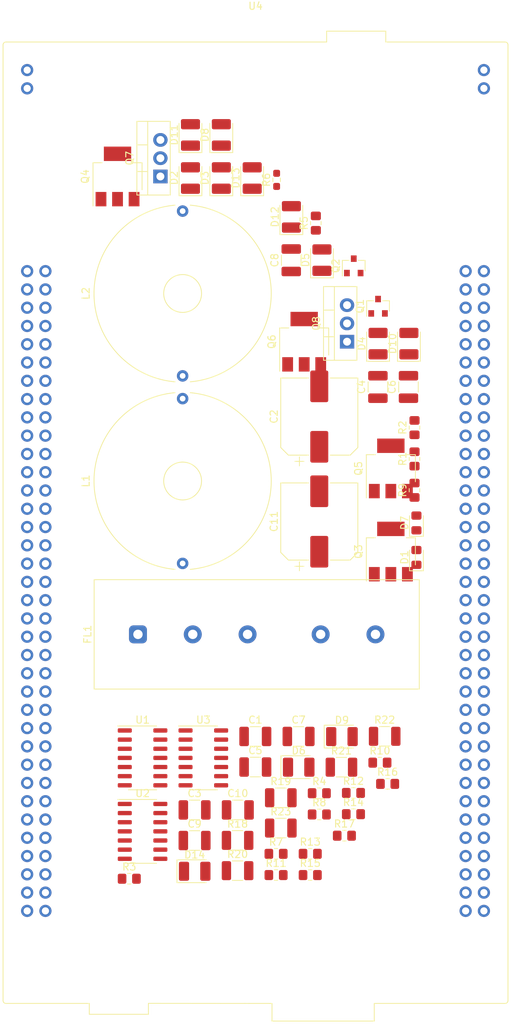
<source format=kicad_pcb>
(kicad_pcb (version 20171130) (host pcbnew "(5.1.9-0-10_14)")

  (general
    (thickness 1.6)
    (drawings 0)
    (tracks 0)
    (zones 0)
    (modules 63)
    (nets 152)
  )

  (page A4)
  (layers
    (0 F.Cu signal)
    (31 B.Cu signal)
    (32 B.Adhes user)
    (33 F.Adhes user)
    (34 B.Paste user)
    (35 F.Paste user)
    (36 B.SilkS user)
    (37 F.SilkS user)
    (38 B.Mask user)
    (39 F.Mask user)
    (40 Dwgs.User user)
    (41 Cmts.User user)
    (42 Eco1.User user)
    (43 Eco2.User user)
    (44 Edge.Cuts user)
    (45 Margin user)
    (46 B.CrtYd user)
    (47 F.CrtYd user)
    (48 B.Fab user)
    (49 F.Fab user)
  )

  (setup
    (last_trace_width 0.25)
    (trace_clearance 0.2)
    (zone_clearance 0.508)
    (zone_45_only no)
    (trace_min 0.2)
    (via_size 0.8)
    (via_drill 0.4)
    (via_min_size 0.4)
    (via_min_drill 0.3)
    (uvia_size 0.3)
    (uvia_drill 0.1)
    (uvias_allowed no)
    (uvia_min_size 0.2)
    (uvia_min_drill 0.1)
    (edge_width 0.05)
    (segment_width 0.2)
    (pcb_text_width 0.3)
    (pcb_text_size 1.5 1.5)
    (mod_edge_width 0.12)
    (mod_text_size 1 1)
    (mod_text_width 0.15)
    (pad_size 1.524 1.524)
    (pad_drill 0.762)
    (pad_to_mask_clearance 0)
    (aux_axis_origin 0 0)
    (visible_elements FFFFFF7F)
    (pcbplotparams
      (layerselection 0x010fc_ffffffff)
      (usegerberextensions false)
      (usegerberattributes true)
      (usegerberadvancedattributes true)
      (creategerberjobfile true)
      (excludeedgelayer true)
      (linewidth 0.100000)
      (plotframeref false)
      (viasonmask false)
      (mode 1)
      (useauxorigin false)
      (hpglpennumber 1)
      (hpglpenspeed 20)
      (hpglpendiameter 15.000000)
      (psnegative false)
      (psa4output false)
      (plotreference true)
      (plotvalue true)
      (plotinvisibletext false)
      (padsonsilk false)
      (subtractmaskfromsilk false)
      (outputformat 1)
      (mirror false)
      (drillshape 1)
      (scaleselection 1)
      (outputdirectory ""))
  )

  (net 0 "")
  (net 1 "Net-(C1-Pad1)")
  (net 2 "Net-(C2-Pad1)")
  (net 3 "Net-(C3-Pad1)")
  (net 4 /power-converter/V_SENSE_O)
  (net 5 "Net-(C5-Pad1)")
  (net 6 "Net-(D9-Pad2)")
  (net 7 +5V)
  (net 8 "Net-(FL1-Pad3)")
  (net 9 "Net-(FL1-Pad2)")
  (net 10 "Net-(FL1-Pad1)")
  (net 11 "Net-(L2-Pad1)")
  (net 12 "Net-(Q1-Pad1)")
  (net 13 "Net-(Q2-Pad1)")
  (net 14 GND)
  (net 15 "Net-(Q7-Pad1)")
  (net 16 "Net-(Q8-Pad1)")
  (net 17 /power-converter/STATE_0)
  (net 18 /power-converter/STATE_1)
  (net 19 /stm32-nucleo/DRV_Q5)
  (net 20 GNDA)
  (net 21 /stm32-nucleo/I_SENSE_Q4)
  (net 22 /stm32-nucleo/I_SENSE_Q6)
  (net 23 /stm32-nucleo/I_SENSE_Q5)
  (net 24 /stm32-nucleo/V_SENSE_I)
  (net 25 /stm32-nucleo/I_SENSE_Q2)
  (net 26 /stm32-nucleo/I_SENSE_Q3)
  (net 27 /stm32-nucleo/I_SENSE_I)
  (net 28 /stm32-nucleo/A_VDD)
  (net 29 /stm32-nucleo/DRV_Q6)
  (net 30 /stm32-nucleo/I_SENSE_O)
  (net 31 /stm32-nucleo/DRV_Q1)
  (net 32 /stm32-nucleo/DRV_Q4)
  (net 33 /stm32-nucleo/DRV_Q2)
  (net 34 /stm32-nucleo/DRV_Q3)
  (net 35 /stm32-nucleo/I_SENSE_Q1)
  (net 36 "Net-(U1-Pad14)")
  (net 37 "Net-(U1-Pad10)")
  (net 38 "Net-(U1-Pad9)")
  (net 39 "Net-(U1-Pad8)")
  (net 40 "Net-(U1-Pad4)")
  (net 41 "Net-(U1-Pad2)")
  (net 42 "Net-(U1-Pad1)")
  (net 43 "Net-(C11-Pad2)")
  (net 44 /power-converter/COM_PAIR_1)
  (net 45 "Net-(C4-Pad1)")
  (net 46 /power-converter/COM_PAIR_2)
  (net 47 "Net-(C7-Pad1)")
  (net 48 "Net-(C8-Pad2)")
  (net 49 "Net-(C8-Pad1)")
  (net 50 "Net-(C9-Pad1)")
  (net 51 /power-converter/COM_PAIR_3)
  (net 52 "Net-(C10-Pad1)")
  (net 53 "Net-(D1-Pad1)")
  (net 54 "Net-(D2-Pad2)")
  (net 55 "Net-(D4-Pad2)")
  (net 56 "Net-(D6-Pad2)")
  (net 57 "Net-(D7-Pad1)")
  (net 58 "Net-(D8-Pad2)")
  (net 59 "Net-(D14-Pad2)")
  (net 60 "Net-(Q1-Pad3)")
  (net 61 "Net-(Q2-Pad3)")
  (net 62 /power-converter/G_Q1)
  (net 63 /power-converter/G_Q2)
  (net 64 /power-converter/G_Q3)
  (net 65 /power-converter/G_Q4)
  (net 66 +12V)
  (net 67 "Net-(R7-Pad2)")
  (net 68 "Net-(R8-Pad2)")
  (net 69 "Net-(R11-Pad2)")
  (net 70 "Net-(R14-Pad2)")
  (net 71 "Net-(R15-Pad2)")
  (net 72 "Net-(R17-Pad2)")
  (net 73 "Net-(R20-Pad2)")
  (net 74 /power-converter/G_Q5)
  (net 75 "Net-(R21-Pad2)")
  (net 76 /power-converter/G_Q6)
  (net 77 "Net-(R23-Pad2)")
  (net 78 "Net-(U2-Pad14)")
  (net 79 "Net-(U2-Pad10)")
  (net 80 "Net-(U2-Pad9)")
  (net 81 "Net-(U2-Pad8)")
  (net 82 "Net-(U2-Pad7)")
  (net 83 "Net-(U2-Pad4)")
  (net 84 "Net-(U2-Pad2)")
  (net 85 "Net-(U2-Pad1)")
  (net 86 "Net-(U3-Pad14)")
  (net 87 "Net-(U3-Pad10)")
  (net 88 "Net-(U3-Pad9)")
  (net 89 "Net-(U3-Pad8)")
  (net 90 "Net-(U3-Pad7)")
  (net 91 "Net-(U3-Pad4)")
  (net 92 "Net-(U3-Pad2)")
  (net 93 "Net-(U3-Pad1)")
  (net 94 "Net-(U4-Pad80)")
  (net 95 "Net-(U4-Pad79)")
  (net 96 "Net-(U4-Pad78)")
  (net 97 "Net-(U4-Pad77)")
  (net 98 "Net-(U4-Pad76)")
  (net 99 "Net-(U4-Pad75)")
  (net 100 "Net-(U4-Pad74)")
  (net 101 "Net-(U4-Pad73)")
  (net 102 "Net-(U4-Pad71)")
  (net 103 "Net-(U4-Pad68)")
  (net 104 "Net-(U4-Pad66)")
  (net 105 "Net-(U4-Pad64)")
  (net 106 "Net-(U4-Pad61)")
  (net 107 "Net-(U4-Pad59)")
  (net 108 "Net-(U4-Pad58)")
  (net 109 "Net-(U4-Pad57)")
  (net 110 "Net-(U4-Pad56)")
  (net 111 "Net-(U4-Pad55)")
  (net 112 "Net-(U4-Pad53)")
  (net 113 "Net-(U4-Pad52)")
  (net 114 "Net-(U4-Pad51)")
  (net 115 "Net-(U4-Pad50)")
  (net 116 "Net-(U4-Pad49)")
  (net 117 "Net-(U4-Pad48)")
  (net 118 "Net-(U4-Pad47)")
  (net 119 "Net-(U4-Pad46)")
  (net 120 "Net-(U4-Pad42)")
  (net 121 "Net-(U4-Pad40)")
  (net 122 "Net-(U4-Pad39)")
  (net 123 "Net-(U4-Pad33)")
  (net 124 "Net-(U4-Pad32)")
  (net 125 "Net-(U4-Pad31)")
  (net 126 "Net-(U4-Pad29)")
  (net 127 "Net-(U4-Pad27)")
  (net 128 "Net-(U4-Pad26)")
  (net 129 "Net-(U4-Pad25)")
  (net 130 "Net-(U4-Pad24)")
  (net 131 "Net-(U4-Pad23)")
  (net 132 "Net-(U4-Pad22)")
  (net 133 "Net-(U4-Pad21)")
  (net 134 "Net-(U4-Pad20)")
  (net 135 "Net-(U4-Pad17)")
  (net 136 "Net-(U4-Pad16)")
  (net 137 "Net-(U4-Pad15)")
  (net 138 "Net-(U4-Pad14)")
  (net 139 "Net-(U4-Pad13)")
  (net 140 "Net-(U4-Pad12)")
  (net 141 "Net-(U4-Pad11)")
  (net 142 "Net-(U4-Pad10)")
  (net 143 "Net-(U4-Pad9)")
  (net 144 "Net-(U4-Pad8)")
  (net 145 "Net-(U4-Pad7)")
  (net 146 "Net-(U4-Pad6)")
  (net 147 "Net-(U4-Pad5)")
  (net 148 "Net-(U4-Pad4)")
  (net 149 "Net-(U4-Pad3)")
  (net 150 "Net-(U4-Pad2)")
  (net 151 "Net-(U4-Pad1)")

  (net_class Default "This is the default net class."
    (clearance 0.2)
    (trace_width 0.25)
    (via_dia 0.8)
    (via_drill 0.4)
    (uvia_dia 0.3)
    (uvia_drill 0.1)
    (add_net +12V)
    (add_net +5V)
    (add_net /power-converter/COM_PAIR_1)
    (add_net /power-converter/COM_PAIR_2)
    (add_net /power-converter/COM_PAIR_3)
    (add_net /power-converter/G_Q1)
    (add_net /power-converter/G_Q2)
    (add_net /power-converter/G_Q3)
    (add_net /power-converter/G_Q4)
    (add_net /power-converter/G_Q5)
    (add_net /power-converter/G_Q6)
    (add_net /power-converter/STATE_0)
    (add_net /power-converter/STATE_1)
    (add_net /power-converter/V_SENSE_O)
    (add_net /stm32-nucleo/A_VDD)
    (add_net /stm32-nucleo/DRV_Q1)
    (add_net /stm32-nucleo/DRV_Q2)
    (add_net /stm32-nucleo/DRV_Q3)
    (add_net /stm32-nucleo/DRV_Q4)
    (add_net /stm32-nucleo/DRV_Q5)
    (add_net /stm32-nucleo/DRV_Q6)
    (add_net /stm32-nucleo/I_SENSE_I)
    (add_net /stm32-nucleo/I_SENSE_O)
    (add_net /stm32-nucleo/I_SENSE_Q1)
    (add_net /stm32-nucleo/I_SENSE_Q2)
    (add_net /stm32-nucleo/I_SENSE_Q3)
    (add_net /stm32-nucleo/I_SENSE_Q4)
    (add_net /stm32-nucleo/I_SENSE_Q5)
    (add_net /stm32-nucleo/I_SENSE_Q6)
    (add_net /stm32-nucleo/V_SENSE_I)
    (add_net GND)
    (add_net GNDA)
    (add_net "Net-(C1-Pad1)")
    (add_net "Net-(C10-Pad1)")
    (add_net "Net-(C11-Pad2)")
    (add_net "Net-(C2-Pad1)")
    (add_net "Net-(C3-Pad1)")
    (add_net "Net-(C4-Pad1)")
    (add_net "Net-(C5-Pad1)")
    (add_net "Net-(C7-Pad1)")
    (add_net "Net-(C8-Pad1)")
    (add_net "Net-(C8-Pad2)")
    (add_net "Net-(C9-Pad1)")
    (add_net "Net-(D1-Pad1)")
    (add_net "Net-(D14-Pad2)")
    (add_net "Net-(D2-Pad2)")
    (add_net "Net-(D4-Pad2)")
    (add_net "Net-(D6-Pad2)")
    (add_net "Net-(D7-Pad1)")
    (add_net "Net-(D8-Pad2)")
    (add_net "Net-(D9-Pad2)")
    (add_net "Net-(FL1-Pad1)")
    (add_net "Net-(FL1-Pad2)")
    (add_net "Net-(FL1-Pad3)")
    (add_net "Net-(L2-Pad1)")
    (add_net "Net-(Q1-Pad1)")
    (add_net "Net-(Q1-Pad3)")
    (add_net "Net-(Q2-Pad1)")
    (add_net "Net-(Q2-Pad3)")
    (add_net "Net-(Q7-Pad1)")
    (add_net "Net-(Q8-Pad1)")
    (add_net "Net-(R11-Pad2)")
    (add_net "Net-(R14-Pad2)")
    (add_net "Net-(R15-Pad2)")
    (add_net "Net-(R17-Pad2)")
    (add_net "Net-(R20-Pad2)")
    (add_net "Net-(R21-Pad2)")
    (add_net "Net-(R23-Pad2)")
    (add_net "Net-(R7-Pad2)")
    (add_net "Net-(R8-Pad2)")
    (add_net "Net-(U1-Pad1)")
    (add_net "Net-(U1-Pad10)")
    (add_net "Net-(U1-Pad14)")
    (add_net "Net-(U1-Pad2)")
    (add_net "Net-(U1-Pad4)")
    (add_net "Net-(U1-Pad8)")
    (add_net "Net-(U1-Pad9)")
    (add_net "Net-(U2-Pad1)")
    (add_net "Net-(U2-Pad10)")
    (add_net "Net-(U2-Pad14)")
    (add_net "Net-(U2-Pad2)")
    (add_net "Net-(U2-Pad4)")
    (add_net "Net-(U2-Pad7)")
    (add_net "Net-(U2-Pad8)")
    (add_net "Net-(U2-Pad9)")
    (add_net "Net-(U3-Pad1)")
    (add_net "Net-(U3-Pad10)")
    (add_net "Net-(U3-Pad14)")
    (add_net "Net-(U3-Pad2)")
    (add_net "Net-(U3-Pad4)")
    (add_net "Net-(U3-Pad7)")
    (add_net "Net-(U3-Pad8)")
    (add_net "Net-(U3-Pad9)")
    (add_net "Net-(U4-Pad1)")
    (add_net "Net-(U4-Pad10)")
    (add_net "Net-(U4-Pad11)")
    (add_net "Net-(U4-Pad12)")
    (add_net "Net-(U4-Pad13)")
    (add_net "Net-(U4-Pad14)")
    (add_net "Net-(U4-Pad15)")
    (add_net "Net-(U4-Pad16)")
    (add_net "Net-(U4-Pad17)")
    (add_net "Net-(U4-Pad2)")
    (add_net "Net-(U4-Pad20)")
    (add_net "Net-(U4-Pad21)")
    (add_net "Net-(U4-Pad22)")
    (add_net "Net-(U4-Pad23)")
    (add_net "Net-(U4-Pad24)")
    (add_net "Net-(U4-Pad25)")
    (add_net "Net-(U4-Pad26)")
    (add_net "Net-(U4-Pad27)")
    (add_net "Net-(U4-Pad29)")
    (add_net "Net-(U4-Pad3)")
    (add_net "Net-(U4-Pad31)")
    (add_net "Net-(U4-Pad32)")
    (add_net "Net-(U4-Pad33)")
    (add_net "Net-(U4-Pad39)")
    (add_net "Net-(U4-Pad4)")
    (add_net "Net-(U4-Pad40)")
    (add_net "Net-(U4-Pad42)")
    (add_net "Net-(U4-Pad46)")
    (add_net "Net-(U4-Pad47)")
    (add_net "Net-(U4-Pad48)")
    (add_net "Net-(U4-Pad49)")
    (add_net "Net-(U4-Pad5)")
    (add_net "Net-(U4-Pad50)")
    (add_net "Net-(U4-Pad51)")
    (add_net "Net-(U4-Pad52)")
    (add_net "Net-(U4-Pad53)")
    (add_net "Net-(U4-Pad55)")
    (add_net "Net-(U4-Pad56)")
    (add_net "Net-(U4-Pad57)")
    (add_net "Net-(U4-Pad58)")
    (add_net "Net-(U4-Pad59)")
    (add_net "Net-(U4-Pad6)")
    (add_net "Net-(U4-Pad61)")
    (add_net "Net-(U4-Pad64)")
    (add_net "Net-(U4-Pad66)")
    (add_net "Net-(U4-Pad68)")
    (add_net "Net-(U4-Pad7)")
    (add_net "Net-(U4-Pad71)")
    (add_net "Net-(U4-Pad73)")
    (add_net "Net-(U4-Pad74)")
    (add_net "Net-(U4-Pad75)")
    (add_net "Net-(U4-Pad76)")
    (add_net "Net-(U4-Pad77)")
    (add_net "Net-(U4-Pad78)")
    (add_net "Net-(U4-Pad79)")
    (add_net "Net-(U4-Pad8)")
    (add_net "Net-(U4-Pad80)")
    (add_net "Net-(U4-Pad9)")
  )

  (module Package_SO:SOIC-14_3.9x8.7mm_P1.27mm (layer F.Cu) (tedit 5D9F72B1) (tstamp 6016F35A)
    (at 94.37 141.41)
    (descr "SOIC, 14 Pin (JEDEC MS-012AB, https://www.analog.com/media/en/package-pcb-resources/package/pkg_pdf/soic_narrow-r/r_14.pdf), generated with kicad-footprint-generator ipc_gullwing_generator.py")
    (tags "SOIC SO")
    (path /6014C7A3/6017415B)
    (attr smd)
    (fp_text reference U3 (at 0 -5.28) (layer F.SilkS)
      (effects (font (size 1 1) (thickness 0.15)))
    )
    (fp_text value UCC27714D (at 0 5.28) (layer F.Fab)
      (effects (font (size 1 1) (thickness 0.15)))
    )
    (fp_text user %R (at 0 0) (layer F.Fab)
      (effects (font (size 0.98 0.98) (thickness 0.15)))
    )
    (fp_line (start 0 4.435) (end 1.95 4.435) (layer F.SilkS) (width 0.12))
    (fp_line (start 0 4.435) (end -1.95 4.435) (layer F.SilkS) (width 0.12))
    (fp_line (start 0 -4.435) (end 1.95 -4.435) (layer F.SilkS) (width 0.12))
    (fp_line (start 0 -4.435) (end -3.45 -4.435) (layer F.SilkS) (width 0.12))
    (fp_line (start -0.975 -4.325) (end 1.95 -4.325) (layer F.Fab) (width 0.1))
    (fp_line (start 1.95 -4.325) (end 1.95 4.325) (layer F.Fab) (width 0.1))
    (fp_line (start 1.95 4.325) (end -1.95 4.325) (layer F.Fab) (width 0.1))
    (fp_line (start -1.95 4.325) (end -1.95 -3.35) (layer F.Fab) (width 0.1))
    (fp_line (start -1.95 -3.35) (end -0.975 -4.325) (layer F.Fab) (width 0.1))
    (fp_line (start -3.7 -4.58) (end -3.7 4.58) (layer F.CrtYd) (width 0.05))
    (fp_line (start -3.7 4.58) (end 3.7 4.58) (layer F.CrtYd) (width 0.05))
    (fp_line (start 3.7 4.58) (end 3.7 -4.58) (layer F.CrtYd) (width 0.05))
    (fp_line (start 3.7 -4.58) (end -3.7 -4.58) (layer F.CrtYd) (width 0.05))
    (pad 14 smd roundrect (at 2.475 -3.81) (size 1.95 0.6) (layers F.Cu F.Paste F.Mask) (roundrect_rratio 0.25)
      (net 86 "Net-(U3-Pad14)"))
    (pad 13 smd roundrect (at 2.475 -2.54) (size 1.95 0.6) (layers F.Cu F.Paste F.Mask) (roundrect_rratio 0.25)
      (net 52 "Net-(C10-Pad1)"))
    (pad 12 smd roundrect (at 2.475 -1.27) (size 1.95 0.6) (layers F.Cu F.Paste F.Mask) (roundrect_rratio 0.25)
      (net 73 "Net-(R20-Pad2)"))
    (pad 11 smd roundrect (at 2.475 0) (size 1.95 0.6) (layers F.Cu F.Paste F.Mask) (roundrect_rratio 0.25)
      (net 51 /power-converter/COM_PAIR_3))
    (pad 10 smd roundrect (at 2.475 1.27) (size 1.95 0.6) (layers F.Cu F.Paste F.Mask) (roundrect_rratio 0.25)
      (net 87 "Net-(U3-Pad10)"))
    (pad 9 smd roundrect (at 2.475 2.54) (size 1.95 0.6) (layers F.Cu F.Paste F.Mask) (roundrect_rratio 0.25)
      (net 88 "Net-(U3-Pad9)"))
    (pad 8 smd roundrect (at 2.475 3.81) (size 1.95 0.6) (layers F.Cu F.Paste F.Mask) (roundrect_rratio 0.25)
      (net 89 "Net-(U3-Pad8)"))
    (pad 7 smd roundrect (at -2.475 3.81) (size 1.95 0.6) (layers F.Cu F.Paste F.Mask) (roundrect_rratio 0.25)
      (net 90 "Net-(U3-Pad7)"))
    (pad 6 smd roundrect (at -2.475 2.54) (size 1.95 0.6) (layers F.Cu F.Paste F.Mask) (roundrect_rratio 0.25)
      (net 75 "Net-(R21-Pad2)"))
    (pad 5 smd roundrect (at -2.475 1.27) (size 1.95 0.6) (layers F.Cu F.Paste F.Mask) (roundrect_rratio 0.25)
      (net 77 "Net-(R23-Pad2)"))
    (pad 4 smd roundrect (at -2.475 0) (size 1.95 0.6) (layers F.Cu F.Paste F.Mask) (roundrect_rratio 0.25)
      (net 91 "Net-(U3-Pad4)"))
    (pad 3 smd roundrect (at -2.475 -1.27) (size 1.95 0.6) (layers F.Cu F.Paste F.Mask) (roundrect_rratio 0.25)
      (net 14 GND))
    (pad 2 smd roundrect (at -2.475 -2.54) (size 1.95 0.6) (layers F.Cu F.Paste F.Mask) (roundrect_rratio 0.25)
      (net 92 "Net-(U3-Pad2)"))
    (pad 1 smd roundrect (at -2.475 -3.81) (size 1.95 0.6) (layers F.Cu F.Paste F.Mask) (roundrect_rratio 0.25)
      (net 93 "Net-(U3-Pad1)"))
    (model ${KISYS3DMOD}/Package_SO.3dshapes/SOIC-14_3.9x8.7mm_P1.27mm.wrl
      (at (xyz 0 0 0))
      (scale (xyz 1 1 1))
      (rotate (xyz 0 0 0))
    )
  )

  (module Package_SO:SOIC-14_3.9x8.7mm_P1.27mm (layer F.Cu) (tedit 5D9F72B1) (tstamp 6016F33A)
    (at 85.92 151.62)
    (descr "SOIC, 14 Pin (JEDEC MS-012AB, https://www.analog.com/media/en/package-pcb-resources/package/pkg_pdf/soic_narrow-r/r_14.pdf), generated with kicad-footprint-generator ipc_gullwing_generator.py")
    (tags "SOIC SO")
    (path /6014C7A3/60171424)
    (attr smd)
    (fp_text reference U2 (at 0 -5.28) (layer F.SilkS)
      (effects (font (size 1 1) (thickness 0.15)))
    )
    (fp_text value UCC27714D (at 0 5.28) (layer F.Fab)
      (effects (font (size 1 1) (thickness 0.15)))
    )
    (fp_text user %R (at 0 0) (layer F.Fab)
      (effects (font (size 0.98 0.98) (thickness 0.15)))
    )
    (fp_line (start 0 4.435) (end 1.95 4.435) (layer F.SilkS) (width 0.12))
    (fp_line (start 0 4.435) (end -1.95 4.435) (layer F.SilkS) (width 0.12))
    (fp_line (start 0 -4.435) (end 1.95 -4.435) (layer F.SilkS) (width 0.12))
    (fp_line (start 0 -4.435) (end -3.45 -4.435) (layer F.SilkS) (width 0.12))
    (fp_line (start -0.975 -4.325) (end 1.95 -4.325) (layer F.Fab) (width 0.1))
    (fp_line (start 1.95 -4.325) (end 1.95 4.325) (layer F.Fab) (width 0.1))
    (fp_line (start 1.95 4.325) (end -1.95 4.325) (layer F.Fab) (width 0.1))
    (fp_line (start -1.95 4.325) (end -1.95 -3.35) (layer F.Fab) (width 0.1))
    (fp_line (start -1.95 -3.35) (end -0.975 -4.325) (layer F.Fab) (width 0.1))
    (fp_line (start -3.7 -4.58) (end -3.7 4.58) (layer F.CrtYd) (width 0.05))
    (fp_line (start -3.7 4.58) (end 3.7 4.58) (layer F.CrtYd) (width 0.05))
    (fp_line (start 3.7 4.58) (end 3.7 -4.58) (layer F.CrtYd) (width 0.05))
    (fp_line (start 3.7 -4.58) (end -3.7 -4.58) (layer F.CrtYd) (width 0.05))
    (pad 14 smd roundrect (at 2.475 -3.81) (size 1.95 0.6) (layers F.Cu F.Paste F.Mask) (roundrect_rratio 0.25)
      (net 78 "Net-(U2-Pad14)"))
    (pad 13 smd roundrect (at 2.475 -2.54) (size 1.95 0.6) (layers F.Cu F.Paste F.Mask) (roundrect_rratio 0.25)
      (net 47 "Net-(C7-Pad1)"))
    (pad 12 smd roundrect (at 2.475 -1.27) (size 1.95 0.6) (layers F.Cu F.Paste F.Mask) (roundrect_rratio 0.25)
      (net 70 "Net-(R14-Pad2)"))
    (pad 11 smd roundrect (at 2.475 0) (size 1.95 0.6) (layers F.Cu F.Paste F.Mask) (roundrect_rratio 0.25)
      (net 46 /power-converter/COM_PAIR_2))
    (pad 10 smd roundrect (at 2.475 1.27) (size 1.95 0.6) (layers F.Cu F.Paste F.Mask) (roundrect_rratio 0.25)
      (net 79 "Net-(U2-Pad10)"))
    (pad 9 smd roundrect (at 2.475 2.54) (size 1.95 0.6) (layers F.Cu F.Paste F.Mask) (roundrect_rratio 0.25)
      (net 80 "Net-(U2-Pad9)"))
    (pad 8 smd roundrect (at 2.475 3.81) (size 1.95 0.6) (layers F.Cu F.Paste F.Mask) (roundrect_rratio 0.25)
      (net 81 "Net-(U2-Pad8)"))
    (pad 7 smd roundrect (at -2.475 3.81) (size 1.95 0.6) (layers F.Cu F.Paste F.Mask) (roundrect_rratio 0.25)
      (net 82 "Net-(U2-Pad7)"))
    (pad 6 smd roundrect (at -2.475 2.54) (size 1.95 0.6) (layers F.Cu F.Paste F.Mask) (roundrect_rratio 0.25)
      (net 71 "Net-(R15-Pad2)"))
    (pad 5 smd roundrect (at -2.475 1.27) (size 1.95 0.6) (layers F.Cu F.Paste F.Mask) (roundrect_rratio 0.25)
      (net 72 "Net-(R17-Pad2)"))
    (pad 4 smd roundrect (at -2.475 0) (size 1.95 0.6) (layers F.Cu F.Paste F.Mask) (roundrect_rratio 0.25)
      (net 83 "Net-(U2-Pad4)"))
    (pad 3 smd roundrect (at -2.475 -1.27) (size 1.95 0.6) (layers F.Cu F.Paste F.Mask) (roundrect_rratio 0.25)
      (net 14 GND))
    (pad 2 smd roundrect (at -2.475 -2.54) (size 1.95 0.6) (layers F.Cu F.Paste F.Mask) (roundrect_rratio 0.25)
      (net 84 "Net-(U2-Pad2)"))
    (pad 1 smd roundrect (at -2.475 -3.81) (size 1.95 0.6) (layers F.Cu F.Paste F.Mask) (roundrect_rratio 0.25)
      (net 85 "Net-(U2-Pad1)"))
    (model ${KISYS3DMOD}/Package_SO.3dshapes/SOIC-14_3.9x8.7mm_P1.27mm.wrl
      (at (xyz 0 0 0))
      (scale (xyz 1 1 1))
      (rotate (xyz 0 0 0))
    )
  )

  (module Package_SO:SOIC-14_3.9x8.7mm_P1.27mm (layer F.Cu) (tedit 5D9F72B1) (tstamp 6016F31A)
    (at 85.92 141.41)
    (descr "SOIC, 14 Pin (JEDEC MS-012AB, https://www.analog.com/media/en/package-pcb-resources/package/pkg_pdf/soic_narrow-r/r_14.pdf), generated with kicad-footprint-generator ipc_gullwing_generator.py")
    (tags "SOIC SO")
    (path /6014C7A3/6016D332)
    (attr smd)
    (fp_text reference U1 (at 0 -5.28) (layer F.SilkS)
      (effects (font (size 1 1) (thickness 0.15)))
    )
    (fp_text value UCC27714D (at 0 5.28) (layer F.Fab)
      (effects (font (size 1 1) (thickness 0.15)))
    )
    (fp_text user %R (at 0 0) (layer F.Fab)
      (effects (font (size 0.98 0.98) (thickness 0.15)))
    )
    (fp_line (start 0 4.435) (end 1.95 4.435) (layer F.SilkS) (width 0.12))
    (fp_line (start 0 4.435) (end -1.95 4.435) (layer F.SilkS) (width 0.12))
    (fp_line (start 0 -4.435) (end 1.95 -4.435) (layer F.SilkS) (width 0.12))
    (fp_line (start 0 -4.435) (end -3.45 -4.435) (layer F.SilkS) (width 0.12))
    (fp_line (start -0.975 -4.325) (end 1.95 -4.325) (layer F.Fab) (width 0.1))
    (fp_line (start 1.95 -4.325) (end 1.95 4.325) (layer F.Fab) (width 0.1))
    (fp_line (start 1.95 4.325) (end -1.95 4.325) (layer F.Fab) (width 0.1))
    (fp_line (start -1.95 4.325) (end -1.95 -3.35) (layer F.Fab) (width 0.1))
    (fp_line (start -1.95 -3.35) (end -0.975 -4.325) (layer F.Fab) (width 0.1))
    (fp_line (start -3.7 -4.58) (end -3.7 4.58) (layer F.CrtYd) (width 0.05))
    (fp_line (start -3.7 4.58) (end 3.7 4.58) (layer F.CrtYd) (width 0.05))
    (fp_line (start 3.7 4.58) (end 3.7 -4.58) (layer F.CrtYd) (width 0.05))
    (fp_line (start 3.7 -4.58) (end -3.7 -4.58) (layer F.CrtYd) (width 0.05))
    (pad 14 smd roundrect (at 2.475 -3.81) (size 1.95 0.6) (layers F.Cu F.Paste F.Mask) (roundrect_rratio 0.25)
      (net 36 "Net-(U1-Pad14)"))
    (pad 13 smd roundrect (at 2.475 -2.54) (size 1.95 0.6) (layers F.Cu F.Paste F.Mask) (roundrect_rratio 0.25)
      (net 3 "Net-(C3-Pad1)"))
    (pad 12 smd roundrect (at 2.475 -1.27) (size 1.95 0.6) (layers F.Cu F.Paste F.Mask) (roundrect_rratio 0.25)
      (net 67 "Net-(R7-Pad2)"))
    (pad 11 smd roundrect (at 2.475 0) (size 1.95 0.6) (layers F.Cu F.Paste F.Mask) (roundrect_rratio 0.25)
      (net 44 /power-converter/COM_PAIR_1))
    (pad 10 smd roundrect (at 2.475 1.27) (size 1.95 0.6) (layers F.Cu F.Paste F.Mask) (roundrect_rratio 0.25)
      (net 37 "Net-(U1-Pad10)"))
    (pad 9 smd roundrect (at 2.475 2.54) (size 1.95 0.6) (layers F.Cu F.Paste F.Mask) (roundrect_rratio 0.25)
      (net 38 "Net-(U1-Pad9)"))
    (pad 8 smd roundrect (at 2.475 3.81) (size 1.95 0.6) (layers F.Cu F.Paste F.Mask) (roundrect_rratio 0.25)
      (net 39 "Net-(U1-Pad8)"))
    (pad 7 smd roundrect (at -2.475 3.81) (size 1.95 0.6) (layers F.Cu F.Paste F.Mask) (roundrect_rratio 0.25)
      (net 1 "Net-(C1-Pad1)"))
    (pad 6 smd roundrect (at -2.475 2.54) (size 1.95 0.6) (layers F.Cu F.Paste F.Mask) (roundrect_rratio 0.25)
      (net 68 "Net-(R8-Pad2)"))
    (pad 5 smd roundrect (at -2.475 1.27) (size 1.95 0.6) (layers F.Cu F.Paste F.Mask) (roundrect_rratio 0.25)
      (net 69 "Net-(R11-Pad2)"))
    (pad 4 smd roundrect (at -2.475 0) (size 1.95 0.6) (layers F.Cu F.Paste F.Mask) (roundrect_rratio 0.25)
      (net 40 "Net-(U1-Pad4)"))
    (pad 3 smd roundrect (at -2.475 -1.27) (size 1.95 0.6) (layers F.Cu F.Paste F.Mask) (roundrect_rratio 0.25)
      (net 14 GND))
    (pad 2 smd roundrect (at -2.475 -2.54) (size 1.95 0.6) (layers F.Cu F.Paste F.Mask) (roundrect_rratio 0.25)
      (net 41 "Net-(U1-Pad2)"))
    (pad 1 smd roundrect (at -2.475 -3.81) (size 1.95 0.6) (layers F.Cu F.Paste F.Mask) (roundrect_rratio 0.25)
      (net 42 "Net-(U1-Pad1)"))
    (model ${KISYS3DMOD}/Package_SO.3dshapes/SOIC-14_3.9x8.7mm_P1.27mm.wrl
      (at (xyz 0 0 0))
      (scale (xyz 1 1 1))
      (rotate (xyz 0 0 0))
    )
  )

  (module Resistor_SMD:R_1210_3225Metric_Pad1.30x2.65mm_HandSolder (layer F.Cu) (tedit 5F68FEEE) (tstamp 6016F2FA)
    (at 105.14 151.16)
    (descr "Resistor SMD 1210 (3225 Metric), square (rectangular) end terminal, IPC_7351 nominal with elongated pad for handsoldering. (Body size source: IPC-SM-782 page 72, https://www.pcb-3d.com/wordpress/wp-content/uploads/ipc-sm-782a_amendment_1_and_2.pdf), generated with kicad-footprint-generator")
    (tags "resistor handsolder")
    (path /6014C7A3/602705EF)
    (attr smd)
    (fp_text reference R23 (at 0 -2.28) (layer F.SilkS)
      (effects (font (size 1 1) (thickness 0.15)))
    )
    (fp_text value R (at 0 2.28) (layer F.Fab)
      (effects (font (size 1 1) (thickness 0.15)))
    )
    (fp_text user %R (at 0 0) (layer F.Fab)
      (effects (font (size 0.8 0.8) (thickness 0.12)))
    )
    (fp_line (start -1.6 1.245) (end -1.6 -1.245) (layer F.Fab) (width 0.1))
    (fp_line (start -1.6 -1.245) (end 1.6 -1.245) (layer F.Fab) (width 0.1))
    (fp_line (start 1.6 -1.245) (end 1.6 1.245) (layer F.Fab) (width 0.1))
    (fp_line (start 1.6 1.245) (end -1.6 1.245) (layer F.Fab) (width 0.1))
    (fp_line (start -0.723737 -1.355) (end 0.723737 -1.355) (layer F.SilkS) (width 0.12))
    (fp_line (start -0.723737 1.355) (end 0.723737 1.355) (layer F.SilkS) (width 0.12))
    (fp_line (start -2.45 1.58) (end -2.45 -1.58) (layer F.CrtYd) (width 0.05))
    (fp_line (start -2.45 -1.58) (end 2.45 -1.58) (layer F.CrtYd) (width 0.05))
    (fp_line (start 2.45 -1.58) (end 2.45 1.58) (layer F.CrtYd) (width 0.05))
    (fp_line (start 2.45 1.58) (end -2.45 1.58) (layer F.CrtYd) (width 0.05))
    (pad 2 smd roundrect (at 1.55 0) (size 1.3 2.65) (layers F.Cu F.Paste F.Mask) (roundrect_rratio 0.192308)
      (net 77 "Net-(R23-Pad2)"))
    (pad 1 smd roundrect (at -1.55 0) (size 1.3 2.65) (layers F.Cu F.Paste F.Mask) (roundrect_rratio 0.192308)
      (net 76 /power-converter/G_Q6))
    (model ${KISYS3DMOD}/Resistor_SMD.3dshapes/R_1210_3225Metric.wrl
      (at (xyz 0 0 0))
      (scale (xyz 1 1 1))
      (rotate (xyz 0 0 0))
    )
  )

  (module Resistor_SMD:R_1210_3225Metric_Pad1.30x2.65mm_HandSolder (layer F.Cu) (tedit 5F68FEEE) (tstamp 6016F2E9)
    (at 119.58 138.41)
    (descr "Resistor SMD 1210 (3225 Metric), square (rectangular) end terminal, IPC_7351 nominal with elongated pad for handsoldering. (Body size source: IPC-SM-782 page 72, https://www.pcb-3d.com/wordpress/wp-content/uploads/ipc-sm-782a_amendment_1_and_2.pdf), generated with kicad-footprint-generator")
    (tags "resistor handsolder")
    (path /6014C7A3/60272909)
    (attr smd)
    (fp_text reference R22 (at 0 -2.28) (layer F.SilkS)
      (effects (font (size 1 1) (thickness 0.15)))
    )
    (fp_text value R (at 0 2.28) (layer F.Fab)
      (effects (font (size 1 1) (thickness 0.15)))
    )
    (fp_text user %R (at 0 0) (layer F.Fab)
      (effects (font (size 0.8 0.8) (thickness 0.12)))
    )
    (fp_line (start -1.6 1.245) (end -1.6 -1.245) (layer F.Fab) (width 0.1))
    (fp_line (start -1.6 -1.245) (end 1.6 -1.245) (layer F.Fab) (width 0.1))
    (fp_line (start 1.6 -1.245) (end 1.6 1.245) (layer F.Fab) (width 0.1))
    (fp_line (start 1.6 1.245) (end -1.6 1.245) (layer F.Fab) (width 0.1))
    (fp_line (start -0.723737 -1.355) (end 0.723737 -1.355) (layer F.SilkS) (width 0.12))
    (fp_line (start -0.723737 1.355) (end 0.723737 1.355) (layer F.SilkS) (width 0.12))
    (fp_line (start -2.45 1.58) (end -2.45 -1.58) (layer F.CrtYd) (width 0.05))
    (fp_line (start -2.45 -1.58) (end 2.45 -1.58) (layer F.CrtYd) (width 0.05))
    (fp_line (start 2.45 -1.58) (end 2.45 1.58) (layer F.CrtYd) (width 0.05))
    (fp_line (start 2.45 1.58) (end -2.45 1.58) (layer F.CrtYd) (width 0.05))
    (pad 2 smd roundrect (at 1.55 0) (size 1.3 2.65) (layers F.Cu F.Paste F.Mask) (roundrect_rratio 0.192308)
      (net 51 /power-converter/COM_PAIR_3))
    (pad 1 smd roundrect (at -1.55 0) (size 1.3 2.65) (layers F.Cu F.Paste F.Mask) (roundrect_rratio 0.192308)
      (net 74 /power-converter/G_Q5))
    (model ${KISYS3DMOD}/Resistor_SMD.3dshapes/R_1210_3225Metric.wrl
      (at (xyz 0 0 0))
      (scale (xyz 1 1 1))
      (rotate (xyz 0 0 0))
    )
  )

  (module Resistor_SMD:R_1210_3225Metric_Pad1.30x2.65mm_HandSolder (layer F.Cu) (tedit 5F68FEEE) (tstamp 6016F2D8)
    (at 113.57 142.7)
    (descr "Resistor SMD 1210 (3225 Metric), square (rectangular) end terminal, IPC_7351 nominal with elongated pad for handsoldering. (Body size source: IPC-SM-782 page 72, https://www.pcb-3d.com/wordpress/wp-content/uploads/ipc-sm-782a_amendment_1_and_2.pdf), generated with kicad-footprint-generator")
    (tags "resistor handsolder")
    (path /6014C7A3/60275F24)
    (attr smd)
    (fp_text reference R21 (at 0 -2.28) (layer F.SilkS)
      (effects (font (size 1 1) (thickness 0.15)))
    )
    (fp_text value R (at 0 2.28) (layer F.Fab)
      (effects (font (size 1 1) (thickness 0.15)))
    )
    (fp_text user %R (at 0 0) (layer F.Fab)
      (effects (font (size 0.8 0.8) (thickness 0.12)))
    )
    (fp_line (start -1.6 1.245) (end -1.6 -1.245) (layer F.Fab) (width 0.1))
    (fp_line (start -1.6 -1.245) (end 1.6 -1.245) (layer F.Fab) (width 0.1))
    (fp_line (start 1.6 -1.245) (end 1.6 1.245) (layer F.Fab) (width 0.1))
    (fp_line (start 1.6 1.245) (end -1.6 1.245) (layer F.Fab) (width 0.1))
    (fp_line (start -0.723737 -1.355) (end 0.723737 -1.355) (layer F.SilkS) (width 0.12))
    (fp_line (start -0.723737 1.355) (end 0.723737 1.355) (layer F.SilkS) (width 0.12))
    (fp_line (start -2.45 1.58) (end -2.45 -1.58) (layer F.CrtYd) (width 0.05))
    (fp_line (start -2.45 -1.58) (end 2.45 -1.58) (layer F.CrtYd) (width 0.05))
    (fp_line (start 2.45 -1.58) (end 2.45 1.58) (layer F.CrtYd) (width 0.05))
    (fp_line (start 2.45 1.58) (end -2.45 1.58) (layer F.CrtYd) (width 0.05))
    (pad 2 smd roundrect (at 1.55 0) (size 1.3 2.65) (layers F.Cu F.Paste F.Mask) (roundrect_rratio 0.192308)
      (net 75 "Net-(R21-Pad2)"))
    (pad 1 smd roundrect (at -1.55 0) (size 1.3 2.65) (layers F.Cu F.Paste F.Mask) (roundrect_rratio 0.192308)
      (net 76 /power-converter/G_Q6))
    (model ${KISYS3DMOD}/Resistor_SMD.3dshapes/R_1210_3225Metric.wrl
      (at (xyz 0 0 0))
      (scale (xyz 1 1 1))
      (rotate (xyz 0 0 0))
    )
  )

  (module Resistor_SMD:R_1210_3225Metric_Pad1.30x2.65mm_HandSolder (layer F.Cu) (tedit 5F68FEEE) (tstamp 6016F2C7)
    (at 99.13 157.08)
    (descr "Resistor SMD 1210 (3225 Metric), square (rectangular) end terminal, IPC_7351 nominal with elongated pad for handsoldering. (Body size source: IPC-SM-782 page 72, https://www.pcb-3d.com/wordpress/wp-content/uploads/ipc-sm-782a_amendment_1_and_2.pdf), generated with kicad-footprint-generator")
    (tags "resistor handsolder")
    (path /6014C7A3/60274BBF)
    (attr smd)
    (fp_text reference R20 (at 0 -2.28) (layer F.SilkS)
      (effects (font (size 1 1) (thickness 0.15)))
    )
    (fp_text value R (at 0 2.28) (layer F.Fab)
      (effects (font (size 1 1) (thickness 0.15)))
    )
    (fp_text user %R (at 0 0) (layer F.Fab)
      (effects (font (size 0.8 0.8) (thickness 0.12)))
    )
    (fp_line (start -1.6 1.245) (end -1.6 -1.245) (layer F.Fab) (width 0.1))
    (fp_line (start -1.6 -1.245) (end 1.6 -1.245) (layer F.Fab) (width 0.1))
    (fp_line (start 1.6 -1.245) (end 1.6 1.245) (layer F.Fab) (width 0.1))
    (fp_line (start 1.6 1.245) (end -1.6 1.245) (layer F.Fab) (width 0.1))
    (fp_line (start -0.723737 -1.355) (end 0.723737 -1.355) (layer F.SilkS) (width 0.12))
    (fp_line (start -0.723737 1.355) (end 0.723737 1.355) (layer F.SilkS) (width 0.12))
    (fp_line (start -2.45 1.58) (end -2.45 -1.58) (layer F.CrtYd) (width 0.05))
    (fp_line (start -2.45 -1.58) (end 2.45 -1.58) (layer F.CrtYd) (width 0.05))
    (fp_line (start 2.45 -1.58) (end 2.45 1.58) (layer F.CrtYd) (width 0.05))
    (fp_line (start 2.45 1.58) (end -2.45 1.58) (layer F.CrtYd) (width 0.05))
    (pad 2 smd roundrect (at 1.55 0) (size 1.3 2.65) (layers F.Cu F.Paste F.Mask) (roundrect_rratio 0.192308)
      (net 73 "Net-(R20-Pad2)"))
    (pad 1 smd roundrect (at -1.55 0) (size 1.3 2.65) (layers F.Cu F.Paste F.Mask) (roundrect_rratio 0.192308)
      (net 74 /power-converter/G_Q5))
    (model ${KISYS3DMOD}/Resistor_SMD.3dshapes/R_1210_3225Metric.wrl
      (at (xyz 0 0 0))
      (scale (xyz 1 1 1))
      (rotate (xyz 0 0 0))
    )
  )

  (module Resistor_SMD:R_1210_3225Metric_Pad1.30x2.65mm_HandSolder (layer F.Cu) (tedit 5F68FEEE) (tstamp 6016F2B6)
    (at 105.14 146.95)
    (descr "Resistor SMD 1210 (3225 Metric), square (rectangular) end terminal, IPC_7351 nominal with elongated pad for handsoldering. (Body size source: IPC-SM-782 page 72, https://www.pcb-3d.com/wordpress/wp-content/uploads/ipc-sm-782a_amendment_1_and_2.pdf), generated with kicad-footprint-generator")
    (tags "resistor handsolder")
    (path /6014C7A3/601833D8)
    (attr smd)
    (fp_text reference R19 (at 0 -2.28) (layer F.SilkS)
      (effects (font (size 1 1) (thickness 0.15)))
    )
    (fp_text value R (at 0 2.28) (layer F.Fab)
      (effects (font (size 1 1) (thickness 0.15)))
    )
    (fp_text user %R (at 0 0) (layer F.Fab)
      (effects (font (size 0.8 0.8) (thickness 0.12)))
    )
    (fp_line (start -1.6 1.245) (end -1.6 -1.245) (layer F.Fab) (width 0.1))
    (fp_line (start -1.6 -1.245) (end 1.6 -1.245) (layer F.Fab) (width 0.1))
    (fp_line (start 1.6 -1.245) (end 1.6 1.245) (layer F.Fab) (width 0.1))
    (fp_line (start 1.6 1.245) (end -1.6 1.245) (layer F.Fab) (width 0.1))
    (fp_line (start -0.723737 -1.355) (end 0.723737 -1.355) (layer F.SilkS) (width 0.12))
    (fp_line (start -0.723737 1.355) (end 0.723737 1.355) (layer F.SilkS) (width 0.12))
    (fp_line (start -2.45 1.58) (end -2.45 -1.58) (layer F.CrtYd) (width 0.05))
    (fp_line (start -2.45 -1.58) (end 2.45 -1.58) (layer F.CrtYd) (width 0.05))
    (fp_line (start 2.45 -1.58) (end 2.45 1.58) (layer F.CrtYd) (width 0.05))
    (fp_line (start 2.45 1.58) (end -2.45 1.58) (layer F.CrtYd) (width 0.05))
    (pad 2 smd roundrect (at 1.55 0) (size 1.3 2.65) (layers F.Cu F.Paste F.Mask) (roundrect_rratio 0.192308)
      (net 50 "Net-(C9-Pad1)"))
    (pad 1 smd roundrect (at -1.55 0) (size 1.3 2.65) (layers F.Cu F.Paste F.Mask) (roundrect_rratio 0.192308)
      (net 59 "Net-(D14-Pad2)"))
    (model ${KISYS3DMOD}/Resistor_SMD.3dshapes/R_1210_3225Metric.wrl
      (at (xyz 0 0 0))
      (scale (xyz 1 1 1))
      (rotate (xyz 0 0 0))
    )
  )

  (module Resistor_SMD:R_1210_3225Metric_Pad1.30x2.65mm_HandSolder (layer F.Cu) (tedit 5F68FEEE) (tstamp 6016F2A5)
    (at 99.13 152.87)
    (descr "Resistor SMD 1210 (3225 Metric), square (rectangular) end terminal, IPC_7351 nominal with elongated pad for handsoldering. (Body size source: IPC-SM-782 page 72, https://www.pcb-3d.com/wordpress/wp-content/uploads/ipc-sm-782a_amendment_1_and_2.pdf), generated with kicad-footprint-generator")
    (tags "resistor handsolder")
    (path /6014C7A3/602D0709)
    (attr smd)
    (fp_text reference R18 (at 0 -2.28) (layer F.SilkS)
      (effects (font (size 1 1) (thickness 0.15)))
    )
    (fp_text value R (at 0 2.28) (layer F.Fab)
      (effects (font (size 1 1) (thickness 0.15)))
    )
    (fp_text user %R (at 0 0) (layer F.Fab)
      (effects (font (size 0.8 0.8) (thickness 0.12)))
    )
    (fp_line (start -1.6 1.245) (end -1.6 -1.245) (layer F.Fab) (width 0.1))
    (fp_line (start -1.6 -1.245) (end 1.6 -1.245) (layer F.Fab) (width 0.1))
    (fp_line (start 1.6 -1.245) (end 1.6 1.245) (layer F.Fab) (width 0.1))
    (fp_line (start 1.6 1.245) (end -1.6 1.245) (layer F.Fab) (width 0.1))
    (fp_line (start -0.723737 -1.355) (end 0.723737 -1.355) (layer F.SilkS) (width 0.12))
    (fp_line (start -0.723737 1.355) (end 0.723737 1.355) (layer F.SilkS) (width 0.12))
    (fp_line (start -2.45 1.58) (end -2.45 -1.58) (layer F.CrtYd) (width 0.05))
    (fp_line (start -2.45 -1.58) (end 2.45 -1.58) (layer F.CrtYd) (width 0.05))
    (fp_line (start 2.45 -1.58) (end 2.45 1.58) (layer F.CrtYd) (width 0.05))
    (fp_line (start 2.45 1.58) (end -2.45 1.58) (layer F.CrtYd) (width 0.05))
    (pad 2 smd roundrect (at 1.55 0) (size 1.3 2.65) (layers F.Cu F.Paste F.Mask) (roundrect_rratio 0.192308)
      (net 50 "Net-(C9-Pad1)"))
    (pad 1 smd roundrect (at -1.55 0) (size 1.3 2.65) (layers F.Cu F.Paste F.Mask) (roundrect_rratio 0.192308)
      (net 66 +12V))
    (model ${KISYS3DMOD}/Resistor_SMD.3dshapes/R_1210_3225Metric.wrl
      (at (xyz 0 0 0))
      (scale (xyz 1 1 1))
      (rotate (xyz 0 0 0))
    )
  )

  (module Resistor_SMD:R_0805_2012Metric_Pad1.20x1.40mm_HandSolder (layer F.Cu) (tedit 5F68FEEE) (tstamp 6016F294)
    (at 113.98 152.22)
    (descr "Resistor SMD 0805 (2012 Metric), square (rectangular) end terminal, IPC_7351 nominal with elongated pad for handsoldering. (Body size source: IPC-SM-782 page 72, https://www.pcb-3d.com/wordpress/wp-content/uploads/ipc-sm-782a_amendment_1_and_2.pdf), generated with kicad-footprint-generator")
    (tags "resistor handsolder")
    (path /6014C7A3/60203979)
    (attr smd)
    (fp_text reference R17 (at 0 -1.65) (layer F.SilkS)
      (effects (font (size 1 1) (thickness 0.15)))
    )
    (fp_text value R (at 0 1.65) (layer F.Fab)
      (effects (font (size 1 1) (thickness 0.15)))
    )
    (fp_text user %R (at 0 0) (layer F.Fab)
      (effects (font (size 0.5 0.5) (thickness 0.08)))
    )
    (fp_line (start -1 0.625) (end -1 -0.625) (layer F.Fab) (width 0.1))
    (fp_line (start -1 -0.625) (end 1 -0.625) (layer F.Fab) (width 0.1))
    (fp_line (start 1 -0.625) (end 1 0.625) (layer F.Fab) (width 0.1))
    (fp_line (start 1 0.625) (end -1 0.625) (layer F.Fab) (width 0.1))
    (fp_line (start -0.227064 -0.735) (end 0.227064 -0.735) (layer F.SilkS) (width 0.12))
    (fp_line (start -0.227064 0.735) (end 0.227064 0.735) (layer F.SilkS) (width 0.12))
    (fp_line (start -1.85 0.95) (end -1.85 -0.95) (layer F.CrtYd) (width 0.05))
    (fp_line (start -1.85 -0.95) (end 1.85 -0.95) (layer F.CrtYd) (width 0.05))
    (fp_line (start 1.85 -0.95) (end 1.85 0.95) (layer F.CrtYd) (width 0.05))
    (fp_line (start 1.85 0.95) (end -1.85 0.95) (layer F.CrtYd) (width 0.05))
    (pad 2 smd roundrect (at 1 0) (size 1.2 1.4) (layers F.Cu F.Paste F.Mask) (roundrect_rratio 0.208333)
      (net 72 "Net-(R17-Pad2)"))
    (pad 1 smd roundrect (at -1 0) (size 1.2 1.4) (layers F.Cu F.Paste F.Mask) (roundrect_rratio 0.208333)
      (net 65 /power-converter/G_Q4))
    (model ${KISYS3DMOD}/Resistor_SMD.3dshapes/R_0805_2012Metric.wrl
      (at (xyz 0 0 0))
      (scale (xyz 1 1 1))
      (rotate (xyz 0 0 0))
    )
  )

  (module Resistor_SMD:R_0805_2012Metric_Pad1.20x1.40mm_HandSolder (layer F.Cu) (tedit 5F68FEEE) (tstamp 6016F283)
    (at 119.99 145.02)
    (descr "Resistor SMD 0805 (2012 Metric), square (rectangular) end terminal, IPC_7351 nominal with elongated pad for handsoldering. (Body size source: IPC-SM-782 page 72, https://www.pcb-3d.com/wordpress/wp-content/uploads/ipc-sm-782a_amendment_1_and_2.pdf), generated with kicad-footprint-generator")
    (tags "resistor handsolder")
    (path /6014C7A3/60202415)
    (attr smd)
    (fp_text reference R16 (at 0 -1.65) (layer F.SilkS)
      (effects (font (size 1 1) (thickness 0.15)))
    )
    (fp_text value R (at 0 1.65) (layer F.Fab)
      (effects (font (size 1 1) (thickness 0.15)))
    )
    (fp_text user %R (at 0 0) (layer F.Fab)
      (effects (font (size 0.5 0.5) (thickness 0.08)))
    )
    (fp_line (start -1 0.625) (end -1 -0.625) (layer F.Fab) (width 0.1))
    (fp_line (start -1 -0.625) (end 1 -0.625) (layer F.Fab) (width 0.1))
    (fp_line (start 1 -0.625) (end 1 0.625) (layer F.Fab) (width 0.1))
    (fp_line (start 1 0.625) (end -1 0.625) (layer F.Fab) (width 0.1))
    (fp_line (start -0.227064 -0.735) (end 0.227064 -0.735) (layer F.SilkS) (width 0.12))
    (fp_line (start -0.227064 0.735) (end 0.227064 0.735) (layer F.SilkS) (width 0.12))
    (fp_line (start -1.85 0.95) (end -1.85 -0.95) (layer F.CrtYd) (width 0.05))
    (fp_line (start -1.85 -0.95) (end 1.85 -0.95) (layer F.CrtYd) (width 0.05))
    (fp_line (start 1.85 -0.95) (end 1.85 0.95) (layer F.CrtYd) (width 0.05))
    (fp_line (start 1.85 0.95) (end -1.85 0.95) (layer F.CrtYd) (width 0.05))
    (pad 2 smd roundrect (at 1 0) (size 1.2 1.4) (layers F.Cu F.Paste F.Mask) (roundrect_rratio 0.208333)
      (net 46 /power-converter/COM_PAIR_2))
    (pad 1 smd roundrect (at -1 0) (size 1.2 1.4) (layers F.Cu F.Paste F.Mask) (roundrect_rratio 0.208333)
      (net 64 /power-converter/G_Q3))
    (model ${KISYS3DMOD}/Resistor_SMD.3dshapes/R_0805_2012Metric.wrl
      (at (xyz 0 0 0))
      (scale (xyz 1 1 1))
      (rotate (xyz 0 0 0))
    )
  )

  (module Resistor_SMD:R_0805_2012Metric_Pad1.20x1.40mm_HandSolder (layer F.Cu) (tedit 5F68FEEE) (tstamp 6016F272)
    (at 109.23 157.69)
    (descr "Resistor SMD 0805 (2012 Metric), square (rectangular) end terminal, IPC_7351 nominal with elongated pad for handsoldering. (Body size source: IPC-SM-782 page 72, https://www.pcb-3d.com/wordpress/wp-content/uploads/ipc-sm-782a_amendment_1_and_2.pdf), generated with kicad-footprint-generator")
    (tags "resistor handsolder")
    (path /6014C7A3/602074A2)
    (attr smd)
    (fp_text reference R15 (at 0 -1.65) (layer F.SilkS)
      (effects (font (size 1 1) (thickness 0.15)))
    )
    (fp_text value R (at 0 1.65) (layer F.Fab)
      (effects (font (size 1 1) (thickness 0.15)))
    )
    (fp_text user %R (at 0 0) (layer F.Fab)
      (effects (font (size 0.5 0.5) (thickness 0.08)))
    )
    (fp_line (start -1 0.625) (end -1 -0.625) (layer F.Fab) (width 0.1))
    (fp_line (start -1 -0.625) (end 1 -0.625) (layer F.Fab) (width 0.1))
    (fp_line (start 1 -0.625) (end 1 0.625) (layer F.Fab) (width 0.1))
    (fp_line (start 1 0.625) (end -1 0.625) (layer F.Fab) (width 0.1))
    (fp_line (start -0.227064 -0.735) (end 0.227064 -0.735) (layer F.SilkS) (width 0.12))
    (fp_line (start -0.227064 0.735) (end 0.227064 0.735) (layer F.SilkS) (width 0.12))
    (fp_line (start -1.85 0.95) (end -1.85 -0.95) (layer F.CrtYd) (width 0.05))
    (fp_line (start -1.85 -0.95) (end 1.85 -0.95) (layer F.CrtYd) (width 0.05))
    (fp_line (start 1.85 -0.95) (end 1.85 0.95) (layer F.CrtYd) (width 0.05))
    (fp_line (start 1.85 0.95) (end -1.85 0.95) (layer F.CrtYd) (width 0.05))
    (pad 2 smd roundrect (at 1 0) (size 1.2 1.4) (layers F.Cu F.Paste F.Mask) (roundrect_rratio 0.208333)
      (net 71 "Net-(R15-Pad2)"))
    (pad 1 smd roundrect (at -1 0) (size 1.2 1.4) (layers F.Cu F.Paste F.Mask) (roundrect_rratio 0.208333)
      (net 65 /power-converter/G_Q4))
    (model ${KISYS3DMOD}/Resistor_SMD.3dshapes/R_0805_2012Metric.wrl
      (at (xyz 0 0 0))
      (scale (xyz 1 1 1))
      (rotate (xyz 0 0 0))
    )
  )

  (module Resistor_SMD:R_0805_2012Metric_Pad1.20x1.40mm_HandSolder (layer F.Cu) (tedit 5F68FEEE) (tstamp 6016F261)
    (at 115.24 149.23)
    (descr "Resistor SMD 0805 (2012 Metric), square (rectangular) end terminal, IPC_7351 nominal with elongated pad for handsoldering. (Body size source: IPC-SM-782 page 72, https://www.pcb-3d.com/wordpress/wp-content/uploads/ipc-sm-782a_amendment_1_and_2.pdf), generated with kicad-footprint-generator")
    (tags "resistor handsolder")
    (path /6014C7A3/6020553B)
    (attr smd)
    (fp_text reference R14 (at 0 -1.65) (layer F.SilkS)
      (effects (font (size 1 1) (thickness 0.15)))
    )
    (fp_text value R (at 0 1.65) (layer F.Fab)
      (effects (font (size 1 1) (thickness 0.15)))
    )
    (fp_text user %R (at 0 0) (layer F.Fab)
      (effects (font (size 0.5 0.5) (thickness 0.08)))
    )
    (fp_line (start -1 0.625) (end -1 -0.625) (layer F.Fab) (width 0.1))
    (fp_line (start -1 -0.625) (end 1 -0.625) (layer F.Fab) (width 0.1))
    (fp_line (start 1 -0.625) (end 1 0.625) (layer F.Fab) (width 0.1))
    (fp_line (start 1 0.625) (end -1 0.625) (layer F.Fab) (width 0.1))
    (fp_line (start -0.227064 -0.735) (end 0.227064 -0.735) (layer F.SilkS) (width 0.12))
    (fp_line (start -0.227064 0.735) (end 0.227064 0.735) (layer F.SilkS) (width 0.12))
    (fp_line (start -1.85 0.95) (end -1.85 -0.95) (layer F.CrtYd) (width 0.05))
    (fp_line (start -1.85 -0.95) (end 1.85 -0.95) (layer F.CrtYd) (width 0.05))
    (fp_line (start 1.85 -0.95) (end 1.85 0.95) (layer F.CrtYd) (width 0.05))
    (fp_line (start 1.85 0.95) (end -1.85 0.95) (layer F.CrtYd) (width 0.05))
    (pad 2 smd roundrect (at 1 0) (size 1.2 1.4) (layers F.Cu F.Paste F.Mask) (roundrect_rratio 0.208333)
      (net 70 "Net-(R14-Pad2)"))
    (pad 1 smd roundrect (at -1 0) (size 1.2 1.4) (layers F.Cu F.Paste F.Mask) (roundrect_rratio 0.208333)
      (net 64 /power-converter/G_Q3))
    (model ${KISYS3DMOD}/Resistor_SMD.3dshapes/R_0805_2012Metric.wrl
      (at (xyz 0 0 0))
      (scale (xyz 1 1 1))
      (rotate (xyz 0 0 0))
    )
  )

  (module Resistor_SMD:R_0805_2012Metric_Pad1.20x1.40mm_HandSolder (layer F.Cu) (tedit 5F68FEEE) (tstamp 6016F250)
    (at 109.23 154.74)
    (descr "Resistor SMD 0805 (2012 Metric), square (rectangular) end terminal, IPC_7351 nominal with elongated pad for handsoldering. (Body size source: IPC-SM-782 page 72, https://www.pcb-3d.com/wordpress/wp-content/uploads/ipc-sm-782a_amendment_1_and_2.pdf), generated with kicad-footprint-generator")
    (tags "resistor handsolder")
    (path /6014C7A3/60181CEC)
    (attr smd)
    (fp_text reference R13 (at 0 -1.65) (layer F.SilkS)
      (effects (font (size 1 1) (thickness 0.15)))
    )
    (fp_text value R (at 0 1.65) (layer F.Fab)
      (effects (font (size 1 1) (thickness 0.15)))
    )
    (fp_text user %R (at 0 0) (layer F.Fab)
      (effects (font (size 0.5 0.5) (thickness 0.08)))
    )
    (fp_line (start -1 0.625) (end -1 -0.625) (layer F.Fab) (width 0.1))
    (fp_line (start -1 -0.625) (end 1 -0.625) (layer F.Fab) (width 0.1))
    (fp_line (start 1 -0.625) (end 1 0.625) (layer F.Fab) (width 0.1))
    (fp_line (start 1 0.625) (end -1 0.625) (layer F.Fab) (width 0.1))
    (fp_line (start -0.227064 -0.735) (end 0.227064 -0.735) (layer F.SilkS) (width 0.12))
    (fp_line (start -0.227064 0.735) (end 0.227064 0.735) (layer F.SilkS) (width 0.12))
    (fp_line (start -1.85 0.95) (end -1.85 -0.95) (layer F.CrtYd) (width 0.05))
    (fp_line (start -1.85 -0.95) (end 1.85 -0.95) (layer F.CrtYd) (width 0.05))
    (fp_line (start 1.85 -0.95) (end 1.85 0.95) (layer F.CrtYd) (width 0.05))
    (fp_line (start 1.85 0.95) (end -1.85 0.95) (layer F.CrtYd) (width 0.05))
    (pad 2 smd roundrect (at 1 0) (size 1.2 1.4) (layers F.Cu F.Paste F.Mask) (roundrect_rratio 0.208333)
      (net 5 "Net-(C5-Pad1)"))
    (pad 1 smd roundrect (at -1 0) (size 1.2 1.4) (layers F.Cu F.Paste F.Mask) (roundrect_rratio 0.208333)
      (net 6 "Net-(D9-Pad2)"))
    (model ${KISYS3DMOD}/Resistor_SMD.3dshapes/R_0805_2012Metric.wrl
      (at (xyz 0 0 0))
      (scale (xyz 1 1 1))
      (rotate (xyz 0 0 0))
    )
  )

  (module Resistor_SMD:R_0805_2012Metric_Pad1.20x1.40mm_HandSolder (layer F.Cu) (tedit 5F68FEEE) (tstamp 6016F23F)
    (at 115.24 146.28)
    (descr "Resistor SMD 0805 (2012 Metric), square (rectangular) end terminal, IPC_7351 nominal with elongated pad for handsoldering. (Body size source: IPC-SM-782 page 72, https://www.pcb-3d.com/wordpress/wp-content/uploads/ipc-sm-782a_amendment_1_and_2.pdf), generated with kicad-footprint-generator")
    (tags "resistor handsolder")
    (path /6014C7A3/6024D2E4)
    (attr smd)
    (fp_text reference R12 (at 0 -1.65) (layer F.SilkS)
      (effects (font (size 1 1) (thickness 0.15)))
    )
    (fp_text value R (at 0 1.65) (layer F.Fab)
      (effects (font (size 1 1) (thickness 0.15)))
    )
    (fp_text user %R (at 0 0) (layer F.Fab)
      (effects (font (size 0.5 0.5) (thickness 0.08)))
    )
    (fp_line (start -1 0.625) (end -1 -0.625) (layer F.Fab) (width 0.1))
    (fp_line (start -1 -0.625) (end 1 -0.625) (layer F.Fab) (width 0.1))
    (fp_line (start 1 -0.625) (end 1 0.625) (layer F.Fab) (width 0.1))
    (fp_line (start 1 0.625) (end -1 0.625) (layer F.Fab) (width 0.1))
    (fp_line (start -0.227064 -0.735) (end 0.227064 -0.735) (layer F.SilkS) (width 0.12))
    (fp_line (start -0.227064 0.735) (end 0.227064 0.735) (layer F.SilkS) (width 0.12))
    (fp_line (start -1.85 0.95) (end -1.85 -0.95) (layer F.CrtYd) (width 0.05))
    (fp_line (start -1.85 -0.95) (end 1.85 -0.95) (layer F.CrtYd) (width 0.05))
    (fp_line (start 1.85 -0.95) (end 1.85 0.95) (layer F.CrtYd) (width 0.05))
    (fp_line (start 1.85 0.95) (end -1.85 0.95) (layer F.CrtYd) (width 0.05))
    (pad 2 smd roundrect (at 1 0) (size 1.2 1.4) (layers F.Cu F.Paste F.Mask) (roundrect_rratio 0.208333)
      (net 5 "Net-(C5-Pad1)"))
    (pad 1 smd roundrect (at -1 0) (size 1.2 1.4) (layers F.Cu F.Paste F.Mask) (roundrect_rratio 0.208333)
      (net 66 +12V))
    (model ${KISYS3DMOD}/Resistor_SMD.3dshapes/R_0805_2012Metric.wrl
      (at (xyz 0 0 0))
      (scale (xyz 1 1 1))
      (rotate (xyz 0 0 0))
    )
  )

  (module Resistor_SMD:R_0805_2012Metric_Pad1.20x1.40mm_HandSolder (layer F.Cu) (tedit 5F68FEEE) (tstamp 6016F22E)
    (at 104.48 157.69)
    (descr "Resistor SMD 0805 (2012 Metric), square (rectangular) end terminal, IPC_7351 nominal with elongated pad for handsoldering. (Body size source: IPC-SM-782 page 72, https://www.pcb-3d.com/wordpress/wp-content/uploads/ipc-sm-782a_amendment_1_and_2.pdf), generated with kicad-footprint-generator")
    (tags "resistor handsolder")
    (path /6014C7A3/601B8C50)
    (attr smd)
    (fp_text reference R11 (at 0 -1.65) (layer F.SilkS)
      (effects (font (size 1 1) (thickness 0.15)))
    )
    (fp_text value R (at 0 1.65) (layer F.Fab)
      (effects (font (size 1 1) (thickness 0.15)))
    )
    (fp_text user %R (at 0 0) (layer F.Fab)
      (effects (font (size 0.5 0.5) (thickness 0.08)))
    )
    (fp_line (start -1 0.625) (end -1 -0.625) (layer F.Fab) (width 0.1))
    (fp_line (start -1 -0.625) (end 1 -0.625) (layer F.Fab) (width 0.1))
    (fp_line (start 1 -0.625) (end 1 0.625) (layer F.Fab) (width 0.1))
    (fp_line (start 1 0.625) (end -1 0.625) (layer F.Fab) (width 0.1))
    (fp_line (start -0.227064 -0.735) (end 0.227064 -0.735) (layer F.SilkS) (width 0.12))
    (fp_line (start -0.227064 0.735) (end 0.227064 0.735) (layer F.SilkS) (width 0.12))
    (fp_line (start -1.85 0.95) (end -1.85 -0.95) (layer F.CrtYd) (width 0.05))
    (fp_line (start -1.85 -0.95) (end 1.85 -0.95) (layer F.CrtYd) (width 0.05))
    (fp_line (start 1.85 -0.95) (end 1.85 0.95) (layer F.CrtYd) (width 0.05))
    (fp_line (start 1.85 0.95) (end -1.85 0.95) (layer F.CrtYd) (width 0.05))
    (pad 2 smd roundrect (at 1 0) (size 1.2 1.4) (layers F.Cu F.Paste F.Mask) (roundrect_rratio 0.208333)
      (net 69 "Net-(R11-Pad2)"))
    (pad 1 smd roundrect (at -1 0) (size 1.2 1.4) (layers F.Cu F.Paste F.Mask) (roundrect_rratio 0.208333)
      (net 63 /power-converter/G_Q2))
    (model ${KISYS3DMOD}/Resistor_SMD.3dshapes/R_0805_2012Metric.wrl
      (at (xyz 0 0 0))
      (scale (xyz 1 1 1))
      (rotate (xyz 0 0 0))
    )
  )

  (module Resistor_SMD:R_0805_2012Metric_Pad1.20x1.40mm_HandSolder (layer F.Cu) (tedit 5F68FEEE) (tstamp 6016F21D)
    (at 118.92 142.07)
    (descr "Resistor SMD 0805 (2012 Metric), square (rectangular) end terminal, IPC_7351 nominal with elongated pad for handsoldering. (Body size source: IPC-SM-782 page 72, https://www.pcb-3d.com/wordpress/wp-content/uploads/ipc-sm-782a_amendment_1_and_2.pdf), generated with kicad-footprint-generator")
    (tags "resistor handsolder")
    (path /6014C7A3/601B0233)
    (attr smd)
    (fp_text reference R10 (at 0 -1.65) (layer F.SilkS)
      (effects (font (size 1 1) (thickness 0.15)))
    )
    (fp_text value R (at 0 1.65) (layer F.Fab)
      (effects (font (size 1 1) (thickness 0.15)))
    )
    (fp_text user %R (at 0 0) (layer F.Fab)
      (effects (font (size 0.5 0.5) (thickness 0.08)))
    )
    (fp_line (start -1 0.625) (end -1 -0.625) (layer F.Fab) (width 0.1))
    (fp_line (start -1 -0.625) (end 1 -0.625) (layer F.Fab) (width 0.1))
    (fp_line (start 1 -0.625) (end 1 0.625) (layer F.Fab) (width 0.1))
    (fp_line (start 1 0.625) (end -1 0.625) (layer F.Fab) (width 0.1))
    (fp_line (start -0.227064 -0.735) (end 0.227064 -0.735) (layer F.SilkS) (width 0.12))
    (fp_line (start -0.227064 0.735) (end 0.227064 0.735) (layer F.SilkS) (width 0.12))
    (fp_line (start -1.85 0.95) (end -1.85 -0.95) (layer F.CrtYd) (width 0.05))
    (fp_line (start -1.85 -0.95) (end 1.85 -0.95) (layer F.CrtYd) (width 0.05))
    (fp_line (start 1.85 -0.95) (end 1.85 0.95) (layer F.CrtYd) (width 0.05))
    (fp_line (start 1.85 0.95) (end -1.85 0.95) (layer F.CrtYd) (width 0.05))
    (pad 2 smd roundrect (at 1 0) (size 1.2 1.4) (layers F.Cu F.Paste F.Mask) (roundrect_rratio 0.208333)
      (net 44 /power-converter/COM_PAIR_1))
    (pad 1 smd roundrect (at -1 0) (size 1.2 1.4) (layers F.Cu F.Paste F.Mask) (roundrect_rratio 0.208333)
      (net 62 /power-converter/G_Q1))
    (model ${KISYS3DMOD}/Resistor_SMD.3dshapes/R_0805_2012Metric.wrl
      (at (xyz 0 0 0))
      (scale (xyz 1 1 1))
      (rotate (xyz 0 0 0))
    )
  )

  (module Resistor_SMD:R_0805_2012Metric_Pad1.20x1.40mm_HandSolder (layer F.Cu) (tedit 5F68FEEE) (tstamp 601416D1)
    (at 123.73 104.215 90)
    (descr "Resistor SMD 0805 (2012 Metric), square (rectangular) end terminal, IPC_7351 nominal with elongated pad for handsoldering. (Body size source: IPC-SM-782 page 72, https://www.pcb-3d.com/wordpress/wp-content/uploads/ipc-sm-782a_amendment_1_and_2.pdf), generated with kicad-footprint-generator")
    (tags "resistor handsolder")
    (path /6014C7A3/601DA302)
    (attr smd)
    (fp_text reference R9 (at 0 -1.65 90) (layer F.SilkS)
      (effects (font (size 1 1) (thickness 0.15)))
    )
    (fp_text value R (at 0 1.65 90) (layer F.Fab)
      (effects (font (size 1 1) (thickness 0.15)))
    )
    (fp_text user %R (at 0 0 90) (layer F.Fab)
      (effects (font (size 0.5 0.5) (thickness 0.08)))
    )
    (fp_line (start -1 0.625) (end -1 -0.625) (layer F.Fab) (width 0.1))
    (fp_line (start -1 -0.625) (end 1 -0.625) (layer F.Fab) (width 0.1))
    (fp_line (start 1 -0.625) (end 1 0.625) (layer F.Fab) (width 0.1))
    (fp_line (start 1 0.625) (end -1 0.625) (layer F.Fab) (width 0.1))
    (fp_line (start -0.227064 -0.735) (end 0.227064 -0.735) (layer F.SilkS) (width 0.12))
    (fp_line (start -0.227064 0.735) (end 0.227064 0.735) (layer F.SilkS) (width 0.12))
    (fp_line (start -1.85 0.95) (end -1.85 -0.95) (layer F.CrtYd) (width 0.05))
    (fp_line (start -1.85 -0.95) (end 1.85 -0.95) (layer F.CrtYd) (width 0.05))
    (fp_line (start 1.85 -0.95) (end 1.85 0.95) (layer F.CrtYd) (width 0.05))
    (fp_line (start 1.85 0.95) (end -1.85 0.95) (layer F.CrtYd) (width 0.05))
    (pad 2 smd roundrect (at 1 0 90) (size 1.2 1.4) (layers F.Cu F.Paste F.Mask) (roundrect_rratio 0.208333)
      (net 43 "Net-(C11-Pad2)"))
    (pad 1 smd roundrect (at -1 0 90) (size 1.2 1.4) (layers F.Cu F.Paste F.Mask) (roundrect_rratio 0.208333)
      (net 45 "Net-(C4-Pad1)"))
    (model ${KISYS3DMOD}/Resistor_SMD.3dshapes/R_0805_2012Metric.wrl
      (at (xyz 0 0 0))
      (scale (xyz 1 1 1))
      (rotate (xyz 0 0 0))
    )
  )

  (module Resistor_SMD:R_0805_2012Metric_Pad1.20x1.40mm_HandSolder (layer F.Cu) (tedit 5F68FEEE) (tstamp 6016F1FC)
    (at 110.49 149.27)
    (descr "Resistor SMD 0805 (2012 Metric), square (rectangular) end terminal, IPC_7351 nominal with elongated pad for handsoldering. (Body size source: IPC-SM-782 page 72, https://www.pcb-3d.com/wordpress/wp-content/uploads/ipc-sm-782a_amendment_1_and_2.pdf), generated with kicad-footprint-generator")
    (tags "resistor handsolder")
    (path /6014C7A3/601B75F7)
    (attr smd)
    (fp_text reference R8 (at 0 -1.65) (layer F.SilkS)
      (effects (font (size 1 1) (thickness 0.15)))
    )
    (fp_text value R (at 0 1.65) (layer F.Fab)
      (effects (font (size 1 1) (thickness 0.15)))
    )
    (fp_text user %R (at 0 0) (layer F.Fab)
      (effects (font (size 0.5 0.5) (thickness 0.08)))
    )
    (fp_line (start -1 0.625) (end -1 -0.625) (layer F.Fab) (width 0.1))
    (fp_line (start -1 -0.625) (end 1 -0.625) (layer F.Fab) (width 0.1))
    (fp_line (start 1 -0.625) (end 1 0.625) (layer F.Fab) (width 0.1))
    (fp_line (start 1 0.625) (end -1 0.625) (layer F.Fab) (width 0.1))
    (fp_line (start -0.227064 -0.735) (end 0.227064 -0.735) (layer F.SilkS) (width 0.12))
    (fp_line (start -0.227064 0.735) (end 0.227064 0.735) (layer F.SilkS) (width 0.12))
    (fp_line (start -1.85 0.95) (end -1.85 -0.95) (layer F.CrtYd) (width 0.05))
    (fp_line (start -1.85 -0.95) (end 1.85 -0.95) (layer F.CrtYd) (width 0.05))
    (fp_line (start 1.85 -0.95) (end 1.85 0.95) (layer F.CrtYd) (width 0.05))
    (fp_line (start 1.85 0.95) (end -1.85 0.95) (layer F.CrtYd) (width 0.05))
    (pad 2 smd roundrect (at 1 0) (size 1.2 1.4) (layers F.Cu F.Paste F.Mask) (roundrect_rratio 0.208333)
      (net 68 "Net-(R8-Pad2)"))
    (pad 1 smd roundrect (at -1 0) (size 1.2 1.4) (layers F.Cu F.Paste F.Mask) (roundrect_rratio 0.208333)
      (net 63 /power-converter/G_Q2))
    (model ${KISYS3DMOD}/Resistor_SMD.3dshapes/R_0805_2012Metric.wrl
      (at (xyz 0 0 0))
      (scale (xyz 1 1 1))
      (rotate (xyz 0 0 0))
    )
  )

  (module Resistor_SMD:R_0805_2012Metric_Pad1.20x1.40mm_HandSolder (layer F.Cu) (tedit 5F68FEEE) (tstamp 6016F1EB)
    (at 104.48 154.74)
    (descr "Resistor SMD 0805 (2012 Metric), square (rectangular) end terminal, IPC_7351 nominal with elongated pad for handsoldering. (Body size source: IPC-SM-782 page 72, https://www.pcb-3d.com/wordpress/wp-content/uploads/ipc-sm-782a_amendment_1_and_2.pdf), generated with kicad-footprint-generator")
    (tags "resistor handsolder")
    (path /6014C7A3/601AE0EF)
    (attr smd)
    (fp_text reference R7 (at 0 -1.65) (layer F.SilkS)
      (effects (font (size 1 1) (thickness 0.15)))
    )
    (fp_text value R (at 0 1.65) (layer F.Fab)
      (effects (font (size 1 1) (thickness 0.15)))
    )
    (fp_text user %R (at 0 0) (layer F.Fab)
      (effects (font (size 0.5 0.5) (thickness 0.08)))
    )
    (fp_line (start -1 0.625) (end -1 -0.625) (layer F.Fab) (width 0.1))
    (fp_line (start -1 -0.625) (end 1 -0.625) (layer F.Fab) (width 0.1))
    (fp_line (start 1 -0.625) (end 1 0.625) (layer F.Fab) (width 0.1))
    (fp_line (start 1 0.625) (end -1 0.625) (layer F.Fab) (width 0.1))
    (fp_line (start -0.227064 -0.735) (end 0.227064 -0.735) (layer F.SilkS) (width 0.12))
    (fp_line (start -0.227064 0.735) (end 0.227064 0.735) (layer F.SilkS) (width 0.12))
    (fp_line (start -1.85 0.95) (end -1.85 -0.95) (layer F.CrtYd) (width 0.05))
    (fp_line (start -1.85 -0.95) (end 1.85 -0.95) (layer F.CrtYd) (width 0.05))
    (fp_line (start 1.85 -0.95) (end 1.85 0.95) (layer F.CrtYd) (width 0.05))
    (fp_line (start 1.85 0.95) (end -1.85 0.95) (layer F.CrtYd) (width 0.05))
    (pad 2 smd roundrect (at 1 0) (size 1.2 1.4) (layers F.Cu F.Paste F.Mask) (roundrect_rratio 0.208333)
      (net 67 "Net-(R7-Pad2)"))
    (pad 1 smd roundrect (at -1 0) (size 1.2 1.4) (layers F.Cu F.Paste F.Mask) (roundrect_rratio 0.208333)
      (net 62 /power-converter/G_Q1))
    (model ${KISYS3DMOD}/Resistor_SMD.3dshapes/R_0805_2012Metric.wrl
      (at (xyz 0 0 0))
      (scale (xyz 1 1 1))
      (rotate (xyz 0 0 0))
    )
  )

  (module Resistor_SMD:R_0805_2012Metric_Pad1.20x1.40mm_HandSolder (layer F.Cu) (tedit 5F68FEEE) (tstamp 60141704)
    (at 110.01 67.095 90)
    (descr "Resistor SMD 0805 (2012 Metric), square (rectangular) end terminal, IPC_7351 nominal with elongated pad for handsoldering. (Body size source: IPC-SM-782 page 72, https://www.pcb-3d.com/wordpress/wp-content/uploads/ipc-sm-782a_amendment_1_and_2.pdf), generated with kicad-footprint-generator")
    (tags "resistor handsolder")
    (path /6014C7A3/6021E11F)
    (attr smd)
    (fp_text reference R5 (at 0 -1.65 90) (layer F.SilkS)
      (effects (font (size 1 1) (thickness 0.15)))
    )
    (fp_text value R (at 0 1.65 90) (layer F.Fab)
      (effects (font (size 1 1) (thickness 0.15)))
    )
    (fp_text user %R (at 0 0 90) (layer F.Fab)
      (effects (font (size 0.5 0.5) (thickness 0.08)))
    )
    (fp_line (start -1 0.625) (end -1 -0.625) (layer F.Fab) (width 0.1))
    (fp_line (start -1 -0.625) (end 1 -0.625) (layer F.Fab) (width 0.1))
    (fp_line (start 1 -0.625) (end 1 0.625) (layer F.Fab) (width 0.1))
    (fp_line (start 1 0.625) (end -1 0.625) (layer F.Fab) (width 0.1))
    (fp_line (start -0.227064 -0.735) (end 0.227064 -0.735) (layer F.SilkS) (width 0.12))
    (fp_line (start -0.227064 0.735) (end 0.227064 0.735) (layer F.SilkS) (width 0.12))
    (fp_line (start -1.85 0.95) (end -1.85 -0.95) (layer F.CrtYd) (width 0.05))
    (fp_line (start -1.85 -0.95) (end 1.85 -0.95) (layer F.CrtYd) (width 0.05))
    (fp_line (start 1.85 -0.95) (end 1.85 0.95) (layer F.CrtYd) (width 0.05))
    (fp_line (start 1.85 0.95) (end -1.85 0.95) (layer F.CrtYd) (width 0.05))
    (pad 2 smd roundrect (at 1 0 90) (size 1.2 1.4) (layers F.Cu F.Paste F.Mask) (roundrect_rratio 0.208333)
      (net 18 /power-converter/STATE_1))
    (pad 1 smd roundrect (at -1 0 90) (size 1.2 1.4) (layers F.Cu F.Paste F.Mask) (roundrect_rratio 0.208333)
      (net 13 "Net-(Q2-Pad1)"))
    (model ${KISYS3DMOD}/Resistor_SMD.3dshapes/R_0805_2012Metric.wrl
      (at (xyz 0 0 0))
      (scale (xyz 1 1 1))
      (rotate (xyz 0 0 0))
    )
  )

  (module Resistor_SMD:R_0805_2012Metric_Pad1.20x1.40mm_HandSolder (layer F.Cu) (tedit 5F68FEEE) (tstamp 6016F1BA)
    (at 110.49 146.32)
    (descr "Resistor SMD 0805 (2012 Metric), square (rectangular) end terminal, IPC_7351 nominal with elongated pad for handsoldering. (Body size source: IPC-SM-782 page 72, https://www.pcb-3d.com/wordpress/wp-content/uploads/ipc-sm-782a_amendment_1_and_2.pdf), generated with kicad-footprint-generator")
    (tags "resistor handsolder")
    (path /6014C7A3/6017FB8D)
    (attr smd)
    (fp_text reference R4 (at 0 -1.65) (layer F.SilkS)
      (effects (font (size 1 1) (thickness 0.15)))
    )
    (fp_text value R (at 0 1.65) (layer F.Fab)
      (effects (font (size 1 1) (thickness 0.15)))
    )
    (fp_text user %R (at 0 0) (layer F.Fab)
      (effects (font (size 0.5 0.5) (thickness 0.08)))
    )
    (fp_line (start -1 0.625) (end -1 -0.625) (layer F.Fab) (width 0.1))
    (fp_line (start -1 -0.625) (end 1 -0.625) (layer F.Fab) (width 0.1))
    (fp_line (start 1 -0.625) (end 1 0.625) (layer F.Fab) (width 0.1))
    (fp_line (start 1 0.625) (end -1 0.625) (layer F.Fab) (width 0.1))
    (fp_line (start -0.227064 -0.735) (end 0.227064 -0.735) (layer F.SilkS) (width 0.12))
    (fp_line (start -0.227064 0.735) (end 0.227064 0.735) (layer F.SilkS) (width 0.12))
    (fp_line (start -1.85 0.95) (end -1.85 -0.95) (layer F.CrtYd) (width 0.05))
    (fp_line (start -1.85 -0.95) (end 1.85 -0.95) (layer F.CrtYd) (width 0.05))
    (fp_line (start 1.85 -0.95) (end 1.85 0.95) (layer F.CrtYd) (width 0.05))
    (fp_line (start 1.85 0.95) (end -1.85 0.95) (layer F.CrtYd) (width 0.05))
    (pad 2 smd roundrect (at 1 0) (size 1.2 1.4) (layers F.Cu F.Paste F.Mask) (roundrect_rratio 0.208333)
      (net 1 "Net-(C1-Pad1)"))
    (pad 1 smd roundrect (at -1 0) (size 1.2 1.4) (layers F.Cu F.Paste F.Mask) (roundrect_rratio 0.208333)
      (net 56 "Net-(D6-Pad2)"))
    (model ${KISYS3DMOD}/Resistor_SMD.3dshapes/R_0805_2012Metric.wrl
      (at (xyz 0 0 0))
      (scale (xyz 1 1 1))
      (rotate (xyz 0 0 0))
    )
  )

  (module Resistor_SMD:R_0805_2012Metric_Pad1.20x1.40mm_HandSolder (layer F.Cu) (tedit 5F68FEEE) (tstamp 6016F1A9)
    (at 84.07 158.2)
    (descr "Resistor SMD 0805 (2012 Metric), square (rectangular) end terminal, IPC_7351 nominal with elongated pad for handsoldering. (Body size source: IPC-SM-782 page 72, https://www.pcb-3d.com/wordpress/wp-content/uploads/ipc-sm-782a_amendment_1_and_2.pdf), generated with kicad-footprint-generator")
    (tags "resistor handsolder")
    (path /6014C7A3/601DBBD1)
    (attr smd)
    (fp_text reference R3 (at 0 -1.65) (layer F.SilkS)
      (effects (font (size 1 1) (thickness 0.15)))
    )
    (fp_text value R (at 0 1.65) (layer F.Fab)
      (effects (font (size 1 1) (thickness 0.15)))
    )
    (fp_text user %R (at 0 0) (layer F.Fab)
      (effects (font (size 0.5 0.5) (thickness 0.08)))
    )
    (fp_line (start -1 0.625) (end -1 -0.625) (layer F.Fab) (width 0.1))
    (fp_line (start -1 -0.625) (end 1 -0.625) (layer F.Fab) (width 0.1))
    (fp_line (start 1 -0.625) (end 1 0.625) (layer F.Fab) (width 0.1))
    (fp_line (start 1 0.625) (end -1 0.625) (layer F.Fab) (width 0.1))
    (fp_line (start -0.227064 -0.735) (end 0.227064 -0.735) (layer F.SilkS) (width 0.12))
    (fp_line (start -0.227064 0.735) (end 0.227064 0.735) (layer F.SilkS) (width 0.12))
    (fp_line (start -1.85 0.95) (end -1.85 -0.95) (layer F.CrtYd) (width 0.05))
    (fp_line (start -1.85 -0.95) (end 1.85 -0.95) (layer F.CrtYd) (width 0.05))
    (fp_line (start 1.85 -0.95) (end 1.85 0.95) (layer F.CrtYd) (width 0.05))
    (fp_line (start 1.85 0.95) (end -1.85 0.95) (layer F.CrtYd) (width 0.05))
    (pad 2 smd roundrect (at 1 0) (size 1.2 1.4) (layers F.Cu F.Paste F.Mask) (roundrect_rratio 0.208333)
      (net 1 "Net-(C1-Pad1)"))
    (pad 1 smd roundrect (at -1 0) (size 1.2 1.4) (layers F.Cu F.Paste F.Mask) (roundrect_rratio 0.208333)
      (net 66 +12V))
    (model ${KISYS3DMOD}/Resistor_SMD.3dshapes/R_0805_2012Metric.wrl
      (at (xyz 0 0 0))
      (scale (xyz 1 1 1))
      (rotate (xyz 0 0 0))
    )
  )

  (module Resistor_SMD:R_0805_2012Metric_Pad1.20x1.40mm_HandSolder (layer F.Cu) (tedit 5F68FEEE) (tstamp 601416F3)
    (at 123.73 95.515 90)
    (descr "Resistor SMD 0805 (2012 Metric), square (rectangular) end terminal, IPC_7351 nominal with elongated pad for handsoldering. (Body size source: IPC-SM-782 page 72, https://www.pcb-3d.com/wordpress/wp-content/uploads/ipc-sm-782a_amendment_1_and_2.pdf), generated with kicad-footprint-generator")
    (tags "resistor handsolder")
    (path /6014C7A3/601F40C9)
    (attr smd)
    (fp_text reference R2 (at 0 -1.65 90) (layer F.SilkS)
      (effects (font (size 1 1) (thickness 0.15)))
    )
    (fp_text value R (at 0 1.65 90) (layer F.Fab)
      (effects (font (size 1 1) (thickness 0.15)))
    )
    (fp_text user %R (at 0 0 90) (layer F.Fab)
      (effects (font (size 0.5 0.5) (thickness 0.08)))
    )
    (fp_line (start -1 0.625) (end -1 -0.625) (layer F.Fab) (width 0.1))
    (fp_line (start -1 -0.625) (end 1 -0.625) (layer F.Fab) (width 0.1))
    (fp_line (start 1 -0.625) (end 1 0.625) (layer F.Fab) (width 0.1))
    (fp_line (start 1 0.625) (end -1 0.625) (layer F.Fab) (width 0.1))
    (fp_line (start -0.227064 -0.735) (end 0.227064 -0.735) (layer F.SilkS) (width 0.12))
    (fp_line (start -0.227064 0.735) (end 0.227064 0.735) (layer F.SilkS) (width 0.12))
    (fp_line (start -1.85 0.95) (end -1.85 -0.95) (layer F.CrtYd) (width 0.05))
    (fp_line (start -1.85 -0.95) (end 1.85 -0.95) (layer F.CrtYd) (width 0.05))
    (fp_line (start 1.85 -0.95) (end 1.85 0.95) (layer F.CrtYd) (width 0.05))
    (fp_line (start 1.85 0.95) (end -1.85 0.95) (layer F.CrtYd) (width 0.05))
    (pad 2 smd roundrect (at 1 0 90) (size 1.2 1.4) (layers F.Cu F.Paste F.Mask) (roundrect_rratio 0.208333)
      (net 60 "Net-(Q1-Pad3)"))
    (pad 1 smd roundrect (at -1 0 90) (size 1.2 1.4) (layers F.Cu F.Paste F.Mask) (roundrect_rratio 0.208333)
      (net 53 "Net-(D1-Pad1)"))
    (model ${KISYS3DMOD}/Resistor_SMD.3dshapes/R_0805_2012Metric.wrl
      (at (xyz 0 0 0))
      (scale (xyz 1 1 1))
      (rotate (xyz 0 0 0))
    )
  )

  (module Resistor_SMD:R_0805_2012Metric_Pad1.20x1.40mm_HandSolder (layer F.Cu) (tedit 5F68FEEE) (tstamp 601416E2)
    (at 123.73 99.865 90)
    (descr "Resistor SMD 0805 (2012 Metric), square (rectangular) end terminal, IPC_7351 nominal with elongated pad for handsoldering. (Body size source: IPC-SM-782 page 72, https://www.pcb-3d.com/wordpress/wp-content/uploads/ipc-sm-782a_amendment_1_and_2.pdf), generated with kicad-footprint-generator")
    (tags "resistor handsolder")
    (path /6014C7A3/601FDDEC)
    (attr smd)
    (fp_text reference R1 (at 0 -1.65 90) (layer F.SilkS)
      (effects (font (size 1 1) (thickness 0.15)))
    )
    (fp_text value R (at 0 1.65 90) (layer F.Fab)
      (effects (font (size 1 1) (thickness 0.15)))
    )
    (fp_text user %R (at 0 0 90) (layer F.Fab)
      (effects (font (size 0.5 0.5) (thickness 0.08)))
    )
    (fp_line (start -1 0.625) (end -1 -0.625) (layer F.Fab) (width 0.1))
    (fp_line (start -1 -0.625) (end 1 -0.625) (layer F.Fab) (width 0.1))
    (fp_line (start 1 -0.625) (end 1 0.625) (layer F.Fab) (width 0.1))
    (fp_line (start 1 0.625) (end -1 0.625) (layer F.Fab) (width 0.1))
    (fp_line (start -0.227064 -0.735) (end 0.227064 -0.735) (layer F.SilkS) (width 0.12))
    (fp_line (start -0.227064 0.735) (end 0.227064 0.735) (layer F.SilkS) (width 0.12))
    (fp_line (start -1.85 0.95) (end -1.85 -0.95) (layer F.CrtYd) (width 0.05))
    (fp_line (start -1.85 -0.95) (end 1.85 -0.95) (layer F.CrtYd) (width 0.05))
    (fp_line (start 1.85 -0.95) (end 1.85 0.95) (layer F.CrtYd) (width 0.05))
    (fp_line (start 1.85 0.95) (end -1.85 0.95) (layer F.CrtYd) (width 0.05))
    (pad 2 smd roundrect (at 1 0 90) (size 1.2 1.4) (layers F.Cu F.Paste F.Mask) (roundrect_rratio 0.208333)
      (net 17 /power-converter/STATE_0))
    (pad 1 smd roundrect (at -1 0 90) (size 1.2 1.4) (layers F.Cu F.Paste F.Mask) (roundrect_rratio 0.208333)
      (net 12 "Net-(Q1-Pad1)"))
    (model ${KISYS3DMOD}/Resistor_SMD.3dshapes/R_0805_2012Metric.wrl
      (at (xyz 0 0 0))
      (scale (xyz 1 1 1))
      (rotate (xyz 0 0 0))
    )
  )

  (module Diode_SMD:D_1210_3225Metric_Pad1.42x2.65mm_HandSolder (layer F.Cu) (tedit 5F68FEF0) (tstamp 6016F064)
    (at 93.165 157.16)
    (descr "Diode SMD 1210 (3225 Metric), square (rectangular) end terminal, IPC_7351 nominal, (Body size source: http://www.tortai-tech.com/upload/download/2011102023233369053.pdf), generated with kicad-footprint-generator")
    (tags "diode handsolder")
    (path /6014C7A3/6018989E)
    (attr smd)
    (fp_text reference D14 (at 0 -2.28) (layer F.SilkS)
      (effects (font (size 1 1) (thickness 0.15)))
    )
    (fp_text value D (at 0 2.28) (layer F.Fab)
      (effects (font (size 1 1) (thickness 0.15)))
    )
    (fp_text user %R (at 0 0) (layer F.Fab)
      (effects (font (size 0.8 0.8) (thickness 0.12)))
    )
    (fp_line (start 1.6 -1.25) (end -0.975 -1.25) (layer F.Fab) (width 0.1))
    (fp_line (start -0.975 -1.25) (end -1.6 -0.625) (layer F.Fab) (width 0.1))
    (fp_line (start -1.6 -0.625) (end -1.6 1.25) (layer F.Fab) (width 0.1))
    (fp_line (start -1.6 1.25) (end 1.6 1.25) (layer F.Fab) (width 0.1))
    (fp_line (start 1.6 1.25) (end 1.6 -1.25) (layer F.Fab) (width 0.1))
    (fp_line (start 1.6 -1.585) (end -2.46 -1.585) (layer F.SilkS) (width 0.12))
    (fp_line (start -2.46 -1.585) (end -2.46 1.585) (layer F.SilkS) (width 0.12))
    (fp_line (start -2.46 1.585) (end 1.6 1.585) (layer F.SilkS) (width 0.12))
    (fp_line (start -2.45 1.58) (end -2.45 -1.58) (layer F.CrtYd) (width 0.05))
    (fp_line (start -2.45 -1.58) (end 2.45 -1.58) (layer F.CrtYd) (width 0.05))
    (fp_line (start 2.45 -1.58) (end 2.45 1.58) (layer F.CrtYd) (width 0.05))
    (fp_line (start 2.45 1.58) (end -2.45 1.58) (layer F.CrtYd) (width 0.05))
    (pad 2 smd roundrect (at 1.4875 0) (size 1.425 2.65) (layers F.Cu F.Paste F.Mask) (roundrect_rratio 0.175439)
      (net 59 "Net-(D14-Pad2)"))
    (pad 1 smd roundrect (at -1.4875 0) (size 1.425 2.65) (layers F.Cu F.Paste F.Mask) (roundrect_rratio 0.175439)
      (net 52 "Net-(C10-Pad1)"))
    (model ${KISYS3DMOD}/Diode_SMD.3dshapes/D_1210_3225Metric.wrl
      (at (xyz 0 0 0))
      (scale (xyz 1 1 1))
      (rotate (xyz 0 0 0))
    )
  )

  (module Diode_SMD:D_1210_3225Metric_Pad1.42x2.65mm_HandSolder (layer F.Cu) (tedit 5F68FEF0) (tstamp 6016F009)
    (at 113.635 138.45)
    (descr "Diode SMD 1210 (3225 Metric), square (rectangular) end terminal, IPC_7351 nominal, (Body size source: http://www.tortai-tech.com/upload/download/2011102023233369053.pdf), generated with kicad-footprint-generator")
    (tags "diode handsolder")
    (path /6014C7A3/60187D3B)
    (attr smd)
    (fp_text reference D9 (at 0 -2.28) (layer F.SilkS)
      (effects (font (size 1 1) (thickness 0.15)))
    )
    (fp_text value D (at 0 2.28) (layer F.Fab)
      (effects (font (size 1 1) (thickness 0.15)))
    )
    (fp_text user %R (at 0 0) (layer F.Fab)
      (effects (font (size 0.8 0.8) (thickness 0.12)))
    )
    (fp_line (start 1.6 -1.25) (end -0.975 -1.25) (layer F.Fab) (width 0.1))
    (fp_line (start -0.975 -1.25) (end -1.6 -0.625) (layer F.Fab) (width 0.1))
    (fp_line (start -1.6 -0.625) (end -1.6 1.25) (layer F.Fab) (width 0.1))
    (fp_line (start -1.6 1.25) (end 1.6 1.25) (layer F.Fab) (width 0.1))
    (fp_line (start 1.6 1.25) (end 1.6 -1.25) (layer F.Fab) (width 0.1))
    (fp_line (start 1.6 -1.585) (end -2.46 -1.585) (layer F.SilkS) (width 0.12))
    (fp_line (start -2.46 -1.585) (end -2.46 1.585) (layer F.SilkS) (width 0.12))
    (fp_line (start -2.46 1.585) (end 1.6 1.585) (layer F.SilkS) (width 0.12))
    (fp_line (start -2.45 1.58) (end -2.45 -1.58) (layer F.CrtYd) (width 0.05))
    (fp_line (start -2.45 -1.58) (end 2.45 -1.58) (layer F.CrtYd) (width 0.05))
    (fp_line (start 2.45 -1.58) (end 2.45 1.58) (layer F.CrtYd) (width 0.05))
    (fp_line (start 2.45 1.58) (end -2.45 1.58) (layer F.CrtYd) (width 0.05))
    (pad 2 smd roundrect (at 1.4875 0) (size 1.425 2.65) (layers F.Cu F.Paste F.Mask) (roundrect_rratio 0.175439)
      (net 6 "Net-(D9-Pad2)"))
    (pad 1 smd roundrect (at -1.4875 0) (size 1.425 2.65) (layers F.Cu F.Paste F.Mask) (roundrect_rratio 0.175439)
      (net 47 "Net-(C7-Pad1)"))
    (model ${KISYS3DMOD}/Diode_SMD.3dshapes/D_1210_3225Metric.wrl
      (at (xyz 0 0 0))
      (scale (xyz 1 1 1))
      (rotate (xyz 0 0 0))
    )
  )

  (module Diode_SMD:D_1210_3225Metric_Pad1.42x2.65mm_HandSolder (layer F.Cu) (tedit 5F68FEF0) (tstamp 6016EFD2)
    (at 107.625 142.7)
    (descr "Diode SMD 1210 (3225 Metric), square (rectangular) end terminal, IPC_7351 nominal, (Body size source: http://www.tortai-tech.com/upload/download/2011102023233369053.pdf), generated with kicad-footprint-generator")
    (tags "diode handsolder")
    (path /6014C7A3/601842E3)
    (attr smd)
    (fp_text reference D6 (at 0 -2.28) (layer F.SilkS)
      (effects (font (size 1 1) (thickness 0.15)))
    )
    (fp_text value D (at 0 2.28) (layer F.Fab)
      (effects (font (size 1 1) (thickness 0.15)))
    )
    (fp_text user %R (at 0 0) (layer F.Fab)
      (effects (font (size 0.8 0.8) (thickness 0.12)))
    )
    (fp_line (start 1.6 -1.25) (end -0.975 -1.25) (layer F.Fab) (width 0.1))
    (fp_line (start -0.975 -1.25) (end -1.6 -0.625) (layer F.Fab) (width 0.1))
    (fp_line (start -1.6 -0.625) (end -1.6 1.25) (layer F.Fab) (width 0.1))
    (fp_line (start -1.6 1.25) (end 1.6 1.25) (layer F.Fab) (width 0.1))
    (fp_line (start 1.6 1.25) (end 1.6 -1.25) (layer F.Fab) (width 0.1))
    (fp_line (start 1.6 -1.585) (end -2.46 -1.585) (layer F.SilkS) (width 0.12))
    (fp_line (start -2.46 -1.585) (end -2.46 1.585) (layer F.SilkS) (width 0.12))
    (fp_line (start -2.46 1.585) (end 1.6 1.585) (layer F.SilkS) (width 0.12))
    (fp_line (start -2.45 1.58) (end -2.45 -1.58) (layer F.CrtYd) (width 0.05))
    (fp_line (start -2.45 -1.58) (end 2.45 -1.58) (layer F.CrtYd) (width 0.05))
    (fp_line (start 2.45 -1.58) (end 2.45 1.58) (layer F.CrtYd) (width 0.05))
    (fp_line (start 2.45 1.58) (end -2.45 1.58) (layer F.CrtYd) (width 0.05))
    (pad 2 smd roundrect (at 1.4875 0) (size 1.425 2.65) (layers F.Cu F.Paste F.Mask) (roundrect_rratio 0.175439)
      (net 56 "Net-(D6-Pad2)"))
    (pad 1 smd roundrect (at -1.4875 0) (size 1.425 2.65) (layers F.Cu F.Paste F.Mask) (roundrect_rratio 0.175439)
      (net 3 "Net-(C3-Pad1)"))
    (model ${KISYS3DMOD}/Diode_SMD.3dshapes/D_1210_3225Metric.wrl
      (at (xyz 0 0 0))
      (scale (xyz 1 1 1))
      (rotate (xyz 0 0 0))
    )
  )

  (module Capacitor_SMD:C_1210_3225Metric_Pad1.33x2.70mm_HandSolder (layer F.Cu) (tedit 5F68FEEF) (tstamp 6016EF3E)
    (at 99.16 148.64)
    (descr "Capacitor SMD 1210 (3225 Metric), square (rectangular) end terminal, IPC_7351 nominal with elongated pad for handsoldering. (Body size source: IPC-SM-782 page 76, https://www.pcb-3d.com/wordpress/wp-content/uploads/ipc-sm-782a_amendment_1_and_2.pdf), generated with kicad-footprint-generator")
    (tags "capacitor handsolder")
    (path /6014C7A3/6027965A)
    (attr smd)
    (fp_text reference C10 (at 0 -2.3) (layer F.SilkS)
      (effects (font (size 1 1) (thickness 0.15)))
    )
    (fp_text value C (at 0 2.3) (layer F.Fab)
      (effects (font (size 1 1) (thickness 0.15)))
    )
    (fp_text user %R (at 0 0) (layer F.Fab)
      (effects (font (size 0.8 0.8) (thickness 0.12)))
    )
    (fp_line (start -1.6 1.25) (end -1.6 -1.25) (layer F.Fab) (width 0.1))
    (fp_line (start -1.6 -1.25) (end 1.6 -1.25) (layer F.Fab) (width 0.1))
    (fp_line (start 1.6 -1.25) (end 1.6 1.25) (layer F.Fab) (width 0.1))
    (fp_line (start 1.6 1.25) (end -1.6 1.25) (layer F.Fab) (width 0.1))
    (fp_line (start -0.711252 -1.36) (end 0.711252 -1.36) (layer F.SilkS) (width 0.12))
    (fp_line (start -0.711252 1.36) (end 0.711252 1.36) (layer F.SilkS) (width 0.12))
    (fp_line (start -2.48 1.6) (end -2.48 -1.6) (layer F.CrtYd) (width 0.05))
    (fp_line (start -2.48 -1.6) (end 2.48 -1.6) (layer F.CrtYd) (width 0.05))
    (fp_line (start 2.48 -1.6) (end 2.48 1.6) (layer F.CrtYd) (width 0.05))
    (fp_line (start 2.48 1.6) (end -2.48 1.6) (layer F.CrtYd) (width 0.05))
    (pad 2 smd roundrect (at 1.5625 0) (size 1.325 2.7) (layers F.Cu F.Paste F.Mask) (roundrect_rratio 0.188679)
      (net 51 /power-converter/COM_PAIR_3))
    (pad 1 smd roundrect (at -1.5625 0) (size 1.325 2.7) (layers F.Cu F.Paste F.Mask) (roundrect_rratio 0.188679)
      (net 52 "Net-(C10-Pad1)"))
    (model ${KISYS3DMOD}/Capacitor_SMD.3dshapes/C_1210_3225Metric.wrl
      (at (xyz 0 0 0))
      (scale (xyz 1 1 1))
      (rotate (xyz 0 0 0))
    )
  )

  (module Capacitor_SMD:C_1210_3225Metric_Pad1.33x2.70mm_HandSolder (layer F.Cu) (tedit 5F68FEEF) (tstamp 6016EF2D)
    (at 93.15 152.89)
    (descr "Capacitor SMD 1210 (3225 Metric), square (rectangular) end terminal, IPC_7351 nominal with elongated pad for handsoldering. (Body size source: IPC-SM-782 page 76, https://www.pcb-3d.com/wordpress/wp-content/uploads/ipc-sm-782a_amendment_1_and_2.pdf), generated with kicad-footprint-generator")
    (tags "capacitor handsolder")
    (path /6014C7A3/60201154)
    (attr smd)
    (fp_text reference C9 (at 0 -2.3) (layer F.SilkS)
      (effects (font (size 1 1) (thickness 0.15)))
    )
    (fp_text value CP (at 0 2.3) (layer F.Fab)
      (effects (font (size 1 1) (thickness 0.15)))
    )
    (fp_text user %R (at 0 0) (layer F.Fab)
      (effects (font (size 0.8 0.8) (thickness 0.12)))
    )
    (fp_line (start -1.6 1.25) (end -1.6 -1.25) (layer F.Fab) (width 0.1))
    (fp_line (start -1.6 -1.25) (end 1.6 -1.25) (layer F.Fab) (width 0.1))
    (fp_line (start 1.6 -1.25) (end 1.6 1.25) (layer F.Fab) (width 0.1))
    (fp_line (start 1.6 1.25) (end -1.6 1.25) (layer F.Fab) (width 0.1))
    (fp_line (start -0.711252 -1.36) (end 0.711252 -1.36) (layer F.SilkS) (width 0.12))
    (fp_line (start -0.711252 1.36) (end 0.711252 1.36) (layer F.SilkS) (width 0.12))
    (fp_line (start -2.48 1.6) (end -2.48 -1.6) (layer F.CrtYd) (width 0.05))
    (fp_line (start -2.48 -1.6) (end 2.48 -1.6) (layer F.CrtYd) (width 0.05))
    (fp_line (start 2.48 -1.6) (end 2.48 1.6) (layer F.CrtYd) (width 0.05))
    (fp_line (start 2.48 1.6) (end -2.48 1.6) (layer F.CrtYd) (width 0.05))
    (pad 2 smd roundrect (at 1.5625 0) (size 1.325 2.7) (layers F.Cu F.Paste F.Mask) (roundrect_rratio 0.188679)
      (net 14 GND))
    (pad 1 smd roundrect (at -1.5625 0) (size 1.325 2.7) (layers F.Cu F.Paste F.Mask) (roundrect_rratio 0.188679)
      (net 50 "Net-(C9-Pad1)"))
    (model ${KISYS3DMOD}/Capacitor_SMD.3dshapes/C_1210_3225Metric.wrl
      (at (xyz 0 0 0))
      (scale (xyz 1 1 1))
      (rotate (xyz 0 0 0))
    )
  )

  (module Capacitor_SMD:C_1210_3225Metric_Pad1.33x2.70mm_HandSolder (layer F.Cu) (tedit 5F68FEEF) (tstamp 6016EF0C)
    (at 107.61 138.43)
    (descr "Capacitor SMD 1210 (3225 Metric), square (rectangular) end terminal, IPC_7351 nominal with elongated pad for handsoldering. (Body size source: IPC-SM-782 page 76, https://www.pcb-3d.com/wordpress/wp-content/uploads/ipc-sm-782a_amendment_1_and_2.pdf), generated with kicad-footprint-generator")
    (tags "capacitor handsolder")
    (path /6014C7A3/602089AE)
    (attr smd)
    (fp_text reference C7 (at 0 -2.3) (layer F.SilkS)
      (effects (font (size 1 1) (thickness 0.15)))
    )
    (fp_text value C (at 0 2.3) (layer F.Fab)
      (effects (font (size 1 1) (thickness 0.15)))
    )
    (fp_text user %R (at 0 0) (layer F.Fab)
      (effects (font (size 0.8 0.8) (thickness 0.12)))
    )
    (fp_line (start -1.6 1.25) (end -1.6 -1.25) (layer F.Fab) (width 0.1))
    (fp_line (start -1.6 -1.25) (end 1.6 -1.25) (layer F.Fab) (width 0.1))
    (fp_line (start 1.6 -1.25) (end 1.6 1.25) (layer F.Fab) (width 0.1))
    (fp_line (start 1.6 1.25) (end -1.6 1.25) (layer F.Fab) (width 0.1))
    (fp_line (start -0.711252 -1.36) (end 0.711252 -1.36) (layer F.SilkS) (width 0.12))
    (fp_line (start -0.711252 1.36) (end 0.711252 1.36) (layer F.SilkS) (width 0.12))
    (fp_line (start -2.48 1.6) (end -2.48 -1.6) (layer F.CrtYd) (width 0.05))
    (fp_line (start -2.48 -1.6) (end 2.48 -1.6) (layer F.CrtYd) (width 0.05))
    (fp_line (start 2.48 -1.6) (end 2.48 1.6) (layer F.CrtYd) (width 0.05))
    (fp_line (start 2.48 1.6) (end -2.48 1.6) (layer F.CrtYd) (width 0.05))
    (pad 2 smd roundrect (at 1.5625 0) (size 1.325 2.7) (layers F.Cu F.Paste F.Mask) (roundrect_rratio 0.188679)
      (net 46 /power-converter/COM_PAIR_2))
    (pad 1 smd roundrect (at -1.5625 0) (size 1.325 2.7) (layers F.Cu F.Paste F.Mask) (roundrect_rratio 0.188679)
      (net 47 "Net-(C7-Pad1)"))
    (model ${KISYS3DMOD}/Capacitor_SMD.3dshapes/C_1210_3225Metric.wrl
      (at (xyz 0 0 0))
      (scale (xyz 1 1 1))
      (rotate (xyz 0 0 0))
    )
  )

  (module Capacitor_SMD:C_1210_3225Metric_Pad1.33x2.70mm_HandSolder (layer F.Cu) (tedit 5F68FEEF) (tstamp 6016EEEB)
    (at 101.6 142.68)
    (descr "Capacitor SMD 1210 (3225 Metric), square (rectangular) end terminal, IPC_7351 nominal with elongated pad for handsoldering. (Body size source: IPC-SM-782 page 76, https://www.pcb-3d.com/wordpress/wp-content/uploads/ipc-sm-782a_amendment_1_and_2.pdf), generated with kicad-footprint-generator")
    (tags "capacitor handsolder")
    (path /6014C7A3/601FF8DB)
    (attr smd)
    (fp_text reference C5 (at 0 -2.3) (layer F.SilkS)
      (effects (font (size 1 1) (thickness 0.15)))
    )
    (fp_text value CP (at 0 2.3) (layer F.Fab)
      (effects (font (size 1 1) (thickness 0.15)))
    )
    (fp_text user %R (at 0 0) (layer F.Fab)
      (effects (font (size 0.8 0.8) (thickness 0.12)))
    )
    (fp_line (start -1.6 1.25) (end -1.6 -1.25) (layer F.Fab) (width 0.1))
    (fp_line (start -1.6 -1.25) (end 1.6 -1.25) (layer F.Fab) (width 0.1))
    (fp_line (start 1.6 -1.25) (end 1.6 1.25) (layer F.Fab) (width 0.1))
    (fp_line (start 1.6 1.25) (end -1.6 1.25) (layer F.Fab) (width 0.1))
    (fp_line (start -0.711252 -1.36) (end 0.711252 -1.36) (layer F.SilkS) (width 0.12))
    (fp_line (start -0.711252 1.36) (end 0.711252 1.36) (layer F.SilkS) (width 0.12))
    (fp_line (start -2.48 1.6) (end -2.48 -1.6) (layer F.CrtYd) (width 0.05))
    (fp_line (start -2.48 -1.6) (end 2.48 -1.6) (layer F.CrtYd) (width 0.05))
    (fp_line (start 2.48 -1.6) (end 2.48 1.6) (layer F.CrtYd) (width 0.05))
    (fp_line (start 2.48 1.6) (end -2.48 1.6) (layer F.CrtYd) (width 0.05))
    (pad 2 smd roundrect (at 1.5625 0) (size 1.325 2.7) (layers F.Cu F.Paste F.Mask) (roundrect_rratio 0.188679)
      (net 14 GND))
    (pad 1 smd roundrect (at -1.5625 0) (size 1.325 2.7) (layers F.Cu F.Paste F.Mask) (roundrect_rratio 0.188679)
      (net 5 "Net-(C5-Pad1)"))
    (model ${KISYS3DMOD}/Capacitor_SMD.3dshapes/C_1210_3225Metric.wrl
      (at (xyz 0 0 0))
      (scale (xyz 1 1 1))
      (rotate (xyz 0 0 0))
    )
  )

  (module Capacitor_SMD:C_1210_3225Metric_Pad1.33x2.70mm_HandSolder (layer F.Cu) (tedit 5F68FEEF) (tstamp 6016EECA)
    (at 93.15 148.64)
    (descr "Capacitor SMD 1210 (3225 Metric), square (rectangular) end terminal, IPC_7351 nominal with elongated pad for handsoldering. (Body size source: IPC-SM-782 page 76, https://www.pcb-3d.com/wordpress/wp-content/uploads/ipc-sm-782a_amendment_1_and_2.pdf), generated with kicad-footprint-generator")
    (tags "capacitor handsolder")
    (path /6014C7A3/601918FB)
    (attr smd)
    (fp_text reference C3 (at 0 -2.3) (layer F.SilkS)
      (effects (font (size 1 1) (thickness 0.15)))
    )
    (fp_text value C (at 0 2.3) (layer F.Fab)
      (effects (font (size 1 1) (thickness 0.15)))
    )
    (fp_text user %R (at 0 0) (layer F.Fab)
      (effects (font (size 0.8 0.8) (thickness 0.12)))
    )
    (fp_line (start -1.6 1.25) (end -1.6 -1.25) (layer F.Fab) (width 0.1))
    (fp_line (start -1.6 -1.25) (end 1.6 -1.25) (layer F.Fab) (width 0.1))
    (fp_line (start 1.6 -1.25) (end 1.6 1.25) (layer F.Fab) (width 0.1))
    (fp_line (start 1.6 1.25) (end -1.6 1.25) (layer F.Fab) (width 0.1))
    (fp_line (start -0.711252 -1.36) (end 0.711252 -1.36) (layer F.SilkS) (width 0.12))
    (fp_line (start -0.711252 1.36) (end 0.711252 1.36) (layer F.SilkS) (width 0.12))
    (fp_line (start -2.48 1.6) (end -2.48 -1.6) (layer F.CrtYd) (width 0.05))
    (fp_line (start -2.48 -1.6) (end 2.48 -1.6) (layer F.CrtYd) (width 0.05))
    (fp_line (start 2.48 -1.6) (end 2.48 1.6) (layer F.CrtYd) (width 0.05))
    (fp_line (start 2.48 1.6) (end -2.48 1.6) (layer F.CrtYd) (width 0.05))
    (pad 2 smd roundrect (at 1.5625 0) (size 1.325 2.7) (layers F.Cu F.Paste F.Mask) (roundrect_rratio 0.188679)
      (net 44 /power-converter/COM_PAIR_1))
    (pad 1 smd roundrect (at -1.5625 0) (size 1.325 2.7) (layers F.Cu F.Paste F.Mask) (roundrect_rratio 0.188679)
      (net 3 "Net-(C3-Pad1)"))
    (model ${KISYS3DMOD}/Capacitor_SMD.3dshapes/C_1210_3225Metric.wrl
      (at (xyz 0 0 0))
      (scale (xyz 1 1 1))
      (rotate (xyz 0 0 0))
    )
  )

  (module Capacitor_SMD:C_1210_3225Metric_Pad1.33x2.70mm_HandSolder (layer F.Cu) (tedit 5F68FEEF) (tstamp 6016EE92)
    (at 101.6 138.43)
    (descr "Capacitor SMD 1210 (3225 Metric), square (rectangular) end terminal, IPC_7351 nominal with elongated pad for handsoldering. (Body size source: IPC-SM-782 page 76, https://www.pcb-3d.com/wordpress/wp-content/uploads/ipc-sm-782a_amendment_1_and_2.pdf), generated with kicad-footprint-generator")
    (tags "capacitor handsolder")
    (path /6014C7A3/601FAC8A)
    (attr smd)
    (fp_text reference C1 (at 0 -2.3) (layer F.SilkS)
      (effects (font (size 1 1) (thickness 0.15)))
    )
    (fp_text value CP (at 0 2.3) (layer F.Fab)
      (effects (font (size 1 1) (thickness 0.15)))
    )
    (fp_text user %R (at 0 0) (layer F.Fab)
      (effects (font (size 0.8 0.8) (thickness 0.12)))
    )
    (fp_line (start -1.6 1.25) (end -1.6 -1.25) (layer F.Fab) (width 0.1))
    (fp_line (start -1.6 -1.25) (end 1.6 -1.25) (layer F.Fab) (width 0.1))
    (fp_line (start 1.6 -1.25) (end 1.6 1.25) (layer F.Fab) (width 0.1))
    (fp_line (start 1.6 1.25) (end -1.6 1.25) (layer F.Fab) (width 0.1))
    (fp_line (start -0.711252 -1.36) (end 0.711252 -1.36) (layer F.SilkS) (width 0.12))
    (fp_line (start -0.711252 1.36) (end 0.711252 1.36) (layer F.SilkS) (width 0.12))
    (fp_line (start -2.48 1.6) (end -2.48 -1.6) (layer F.CrtYd) (width 0.05))
    (fp_line (start -2.48 -1.6) (end 2.48 -1.6) (layer F.CrtYd) (width 0.05))
    (fp_line (start 2.48 -1.6) (end 2.48 1.6) (layer F.CrtYd) (width 0.05))
    (fp_line (start 2.48 1.6) (end -2.48 1.6) (layer F.CrtYd) (width 0.05))
    (pad 2 smd roundrect (at 1.5625 0) (size 1.325 2.7) (layers F.Cu F.Paste F.Mask) (roundrect_rratio 0.188679)
      (net 14 GND))
    (pad 1 smd roundrect (at -1.5625 0) (size 1.325 2.7) (layers F.Cu F.Paste F.Mask) (roundrect_rratio 0.188679)
      (net 1 "Net-(C1-Pad1)"))
    (model ${KISYS3DMOD}/Capacitor_SMD.3dshapes/C_1210_3225Metric.wrl
      (at (xyz 0 0 0))
      (scale (xyz 1 1 1))
      (rotate (xyz 0 0 0))
    )
  )

  (module Package_TO_SOT_SMD:SOT-223 (layer F.Cu) (tedit 5A02FF57) (tstamp 60141662)
    (at 108.39 83.575 90)
    (descr "module CMS SOT223 4 pins")
    (tags "CMS SOT")
    (path /6014C7A3/601811DD)
    (attr smd)
    (fp_text reference Q6 (at 0 -4.5 90) (layer F.SilkS)
      (effects (font (size 1 1) (thickness 0.15)))
    )
    (fp_text value IRLZ44N (at 0 4.5 90) (layer F.Fab)
      (effects (font (size 1 1) (thickness 0.15)))
    )
    (fp_line (start 1.85 -3.35) (end 1.85 3.35) (layer F.Fab) (width 0.1))
    (fp_line (start -1.85 3.35) (end 1.85 3.35) (layer F.Fab) (width 0.1))
    (fp_line (start -4.1 -3.41) (end 1.91 -3.41) (layer F.SilkS) (width 0.12))
    (fp_line (start -0.8 -3.35) (end 1.85 -3.35) (layer F.Fab) (width 0.1))
    (fp_line (start -1.85 3.41) (end 1.91 3.41) (layer F.SilkS) (width 0.12))
    (fp_line (start -1.85 -2.3) (end -1.85 3.35) (layer F.Fab) (width 0.1))
    (fp_line (start -4.4 -3.6) (end -4.4 3.6) (layer F.CrtYd) (width 0.05))
    (fp_line (start -4.4 3.6) (end 4.4 3.6) (layer F.CrtYd) (width 0.05))
    (fp_line (start 4.4 3.6) (end 4.4 -3.6) (layer F.CrtYd) (width 0.05))
    (fp_line (start 4.4 -3.6) (end -4.4 -3.6) (layer F.CrtYd) (width 0.05))
    (fp_line (start 1.91 -3.41) (end 1.91 -2.15) (layer F.SilkS) (width 0.12))
    (fp_line (start 1.91 3.41) (end 1.91 2.15) (layer F.SilkS) (width 0.12))
    (fp_line (start -1.85 -2.3) (end -0.8 -3.35) (layer F.Fab) (width 0.1))
    (fp_text user %R (at 0 0) (layer F.Fab)
      (effects (font (size 0.8 0.8) (thickness 0.12)))
    )
    (pad 1 smd rect (at -3.15 -2.3 90) (size 2 1.5) (layers F.Cu F.Paste F.Mask)
      (net 65 /power-converter/G_Q4))
    (pad 3 smd rect (at -3.15 2.3 90) (size 2 1.5) (layers F.Cu F.Paste F.Mask)
      (net 43 "Net-(C11-Pad2)"))
    (pad 2 smd rect (at -3.15 0 90) (size 2 1.5) (layers F.Cu F.Paste F.Mask)
      (net 46 /power-converter/COM_PAIR_2))
    (pad 4 smd rect (at 3.15 0 90) (size 2 3.8) (layers F.Cu F.Paste F.Mask))
    (model ${KISYS3DMOD}/Package_TO_SOT_SMD.3dshapes/SOT-223.wrl
      (at (xyz 0 0 0))
      (scale (xyz 1 1 1))
      (rotate (xyz 0 0 0))
    )
  )

  (module Package_TO_SOT_SMD:SOT-223 (layer F.Cu) (tedit 5A02FF57) (tstamp 60141648)
    (at 120.44 101.185 90)
    (descr "module CMS SOT223 4 pins")
    (tags "CMS SOT")
    (path /6014C7A3/6017F865)
    (attr smd)
    (fp_text reference Q5 (at 0 -4.5 90) (layer F.SilkS)
      (effects (font (size 1 1) (thickness 0.15)))
    )
    (fp_text value IRLZ44N (at 0 4.5 90) (layer F.Fab)
      (effects (font (size 1 1) (thickness 0.15)))
    )
    (fp_line (start 1.85 -3.35) (end 1.85 3.35) (layer F.Fab) (width 0.1))
    (fp_line (start -1.85 3.35) (end 1.85 3.35) (layer F.Fab) (width 0.1))
    (fp_line (start -4.1 -3.41) (end 1.91 -3.41) (layer F.SilkS) (width 0.12))
    (fp_line (start -0.8 -3.35) (end 1.85 -3.35) (layer F.Fab) (width 0.1))
    (fp_line (start -1.85 3.41) (end 1.91 3.41) (layer F.SilkS) (width 0.12))
    (fp_line (start -1.85 -2.3) (end -1.85 3.35) (layer F.Fab) (width 0.1))
    (fp_line (start -4.4 -3.6) (end -4.4 3.6) (layer F.CrtYd) (width 0.05))
    (fp_line (start -4.4 3.6) (end 4.4 3.6) (layer F.CrtYd) (width 0.05))
    (fp_line (start 4.4 3.6) (end 4.4 -3.6) (layer F.CrtYd) (width 0.05))
    (fp_line (start 4.4 -3.6) (end -4.4 -3.6) (layer F.CrtYd) (width 0.05))
    (fp_line (start 1.91 -3.41) (end 1.91 -2.15) (layer F.SilkS) (width 0.12))
    (fp_line (start 1.91 3.41) (end 1.91 2.15) (layer F.SilkS) (width 0.12))
    (fp_line (start -1.85 -2.3) (end -0.8 -3.35) (layer F.Fab) (width 0.1))
    (fp_text user %R (at 0 0) (layer F.Fab)
      (effects (font (size 0.8 0.8) (thickness 0.12)))
    )
    (pad 1 smd rect (at -3.15 -2.3 90) (size 2 1.5) (layers F.Cu F.Paste F.Mask)
      (net 64 /power-converter/G_Q3))
    (pad 3 smd rect (at -3.15 2.3 90) (size 2 1.5) (layers F.Cu F.Paste F.Mask)
      (net 46 /power-converter/COM_PAIR_2))
    (pad 2 smd rect (at -3.15 0 90) (size 2 1.5) (layers F.Cu F.Paste F.Mask)
      (net 58 "Net-(D8-Pad2)"))
    (pad 4 smd rect (at 3.15 0 90) (size 2 3.8) (layers F.Cu F.Paste F.Mask))
    (model ${KISYS3DMOD}/Package_TO_SOT_SMD.3dshapes/SOT-223.wrl
      (at (xyz 0 0 0))
      (scale (xyz 1 1 1))
      (rotate (xyz 0 0 0))
    )
  )

  (module Package_TO_SOT_SMD:SOT-223 (layer F.Cu) (tedit 5A02FF57) (tstamp 6014162E)
    (at 82.44 60.615 90)
    (descr "module CMS SOT223 4 pins")
    (tags "CMS SOT")
    (path /6014C7A3/6017C51B)
    (attr smd)
    (fp_text reference Q4 (at 0 -4.5 90) (layer F.SilkS)
      (effects (font (size 1 1) (thickness 0.15)))
    )
    (fp_text value IRLZ44N (at 0 4.5 90) (layer F.Fab)
      (effects (font (size 1 1) (thickness 0.15)))
    )
    (fp_line (start 1.85 -3.35) (end 1.85 3.35) (layer F.Fab) (width 0.1))
    (fp_line (start -1.85 3.35) (end 1.85 3.35) (layer F.Fab) (width 0.1))
    (fp_line (start -4.1 -3.41) (end 1.91 -3.41) (layer F.SilkS) (width 0.12))
    (fp_line (start -0.8 -3.35) (end 1.85 -3.35) (layer F.Fab) (width 0.1))
    (fp_line (start -1.85 3.41) (end 1.91 3.41) (layer F.SilkS) (width 0.12))
    (fp_line (start -1.85 -2.3) (end -1.85 3.35) (layer F.Fab) (width 0.1))
    (fp_line (start -4.4 -3.6) (end -4.4 3.6) (layer F.CrtYd) (width 0.05))
    (fp_line (start -4.4 3.6) (end 4.4 3.6) (layer F.CrtYd) (width 0.05))
    (fp_line (start 4.4 3.6) (end 4.4 -3.6) (layer F.CrtYd) (width 0.05))
    (fp_line (start 4.4 -3.6) (end -4.4 -3.6) (layer F.CrtYd) (width 0.05))
    (fp_line (start 1.91 -3.41) (end 1.91 -2.15) (layer F.SilkS) (width 0.12))
    (fp_line (start 1.91 3.41) (end 1.91 2.15) (layer F.SilkS) (width 0.12))
    (fp_line (start -1.85 -2.3) (end -0.8 -3.35) (layer F.Fab) (width 0.1))
    (fp_text user %R (at 0 0) (layer F.Fab)
      (effects (font (size 0.8 0.8) (thickness 0.12)))
    )
    (pad 1 smd rect (at -3.15 -2.3 90) (size 2 1.5) (layers F.Cu F.Paste F.Mask)
      (net 63 /power-converter/G_Q2))
    (pad 3 smd rect (at -3.15 2.3 90) (size 2 1.5) (layers F.Cu F.Paste F.Mask)
      (net 43 "Net-(C11-Pad2)"))
    (pad 2 smd rect (at -3.15 0 90) (size 2 1.5) (layers F.Cu F.Paste F.Mask)
      (net 44 /power-converter/COM_PAIR_1))
    (pad 4 smd rect (at 3.15 0 90) (size 2 3.8) (layers F.Cu F.Paste F.Mask))
    (model ${KISYS3DMOD}/Package_TO_SOT_SMD.3dshapes/SOT-223.wrl
      (at (xyz 0 0 0))
      (scale (xyz 1 1 1))
      (rotate (xyz 0 0 0))
    )
  )

  (module Package_TO_SOT_SMD:SOT-223 (layer F.Cu) (tedit 5A02FF57) (tstamp 60141614)
    (at 120.44 112.735 90)
    (descr "module CMS SOT223 4 pins")
    (tags "CMS SOT")
    (path /6014C7A3/6017486A)
    (attr smd)
    (fp_text reference Q3 (at 0 -4.5 90) (layer F.SilkS)
      (effects (font (size 1 1) (thickness 0.15)))
    )
    (fp_text value IRLZ44N (at 0 4.5 90) (layer F.Fab)
      (effects (font (size 1 1) (thickness 0.15)))
    )
    (fp_line (start 1.85 -3.35) (end 1.85 3.35) (layer F.Fab) (width 0.1))
    (fp_line (start -1.85 3.35) (end 1.85 3.35) (layer F.Fab) (width 0.1))
    (fp_line (start -4.1 -3.41) (end 1.91 -3.41) (layer F.SilkS) (width 0.12))
    (fp_line (start -0.8 -3.35) (end 1.85 -3.35) (layer F.Fab) (width 0.1))
    (fp_line (start -1.85 3.41) (end 1.91 3.41) (layer F.SilkS) (width 0.12))
    (fp_line (start -1.85 -2.3) (end -1.85 3.35) (layer F.Fab) (width 0.1))
    (fp_line (start -4.4 -3.6) (end -4.4 3.6) (layer F.CrtYd) (width 0.05))
    (fp_line (start -4.4 3.6) (end 4.4 3.6) (layer F.CrtYd) (width 0.05))
    (fp_line (start 4.4 3.6) (end 4.4 -3.6) (layer F.CrtYd) (width 0.05))
    (fp_line (start 4.4 -3.6) (end -4.4 -3.6) (layer F.CrtYd) (width 0.05))
    (fp_line (start 1.91 -3.41) (end 1.91 -2.15) (layer F.SilkS) (width 0.12))
    (fp_line (start 1.91 3.41) (end 1.91 2.15) (layer F.SilkS) (width 0.12))
    (fp_line (start -1.85 -2.3) (end -0.8 -3.35) (layer F.Fab) (width 0.1))
    (fp_text user %R (at 0 0) (layer F.Fab)
      (effects (font (size 0.8 0.8) (thickness 0.12)))
    )
    (pad 1 smd rect (at -3.15 -2.3 90) (size 2 1.5) (layers F.Cu F.Paste F.Mask)
      (net 62 /power-converter/G_Q1))
    (pad 3 smd rect (at -3.15 2.3 90) (size 2 1.5) (layers F.Cu F.Paste F.Mask)
      (net 44 /power-converter/COM_PAIR_1))
    (pad 2 smd rect (at -3.15 0 90) (size 2 1.5) (layers F.Cu F.Paste F.Mask)
      (net 58 "Net-(D8-Pad2)"))
    (pad 4 smd rect (at 3.15 0 90) (size 2 3.8) (layers F.Cu F.Paste F.Mask))
    (model ${KISYS3DMOD}/Package_TO_SOT_SMD.3dshapes/SOT-223.wrl
      (at (xyz 0 0 0))
      (scale (xyz 1 1 1))
      (rotate (xyz 0 0 0))
    )
  )

  (module Module:ST_Morpho_Connector_144_STLink (layer F.Cu) (tedit 58EF3ED3) (tstamp 601417E6)
    (at 69.875 73.77)
    (descr "ST Morpho Connector 144 With STLink")
    (tags "ST Morpho Connector 144 STLink")
    (path /6014C5DF/6014D036)
    (fp_text reference U4 (at 31.75 -36.83) (layer F.SilkS)
      (effects (font (size 1 1) (thickness 0.15)))
    )
    (fp_text value NUCLEO64-F411RE (at 31.75 -35.56) (layer F.Fab)
      (effects (font (size 1 1) (thickness 0.15)))
    )
    (fp_line (start 66.45 101.66) (end -2.95 101.66) (layer F.Fab) (width 0.1))
    (fp_line (start -3.25 101.36) (end -3.25 -31.44) (layer F.Fab) (width 0.1))
    (fp_line (start 66.75 101.36) (end 66.75 -31.44) (layer F.Fab) (width 0.1))
    (fp_line (start 66.45 -31.74) (end -2.95 -31.74) (layer F.Fab) (width 0.1))
    (fp_line (start 48.26 101.76) (end 66.45 101.76) (layer F.SilkS) (width 0.12))
    (fp_line (start 66.85 101.36) (end 66.85 -31.44) (layer F.SilkS) (width 0.12))
    (fp_line (start 41.64 -31.84) (end -2.95 -31.84) (layer F.SilkS) (width 0.12))
    (fp_line (start -3.35 -31.44) (end -3.35 101.36) (layer F.SilkS) (width 0.12))
    (fp_line (start 50.25 -32.24) (end 67.25 -32.24) (layer F.CrtYd) (width 0.05))
    (fp_line (start -3.75 -32.24) (end -3.75 102.16) (layer F.CrtYd) (width 0.05))
    (fp_line (start 67.25 102.16) (end 67.25 -32.24) (layer F.CrtYd) (width 0.05))
    (fp_line (start 67.25 102.16) (end 48.65 102.16) (layer F.CrtYd) (width 0.05))
    (fp_line (start 34.15 104.1) (end 48.15 104.1) (layer F.Fab) (width 0.12))
    (fp_line (start 34.15 92.1) (end 48.15 92.1) (layer F.Fab) (width 0.12))
    (fp_line (start 48.26 101.76) (end 48.26 104.21) (layer F.SilkS) (width 0.12))
    (fp_line (start 48.26 104.21) (end 34.04 104.21) (layer F.SilkS) (width 0.12))
    (fp_line (start 34.04 104.21) (end 34.04 101.76) (layer F.SilkS) (width 0.12))
    (fp_line (start 8.64 101.76) (end -2.95 101.76) (layer F.SilkS) (width 0.12))
    (fp_line (start 34.15 104.1) (end 34.15 92.1) (layer F.Fab) (width 0.12))
    (fp_line (start 48.15 104.1) (end 48.15 92.1) (layer F.Fab) (width 0.12))
    (fp_line (start 48.65 102.16) (end 48.65 104.6) (layer F.CrtYd) (width 0.05))
    (fp_line (start 33.66 104.6) (end 48.65 104.6) (layer F.CrtYd) (width 0.05))
    (fp_line (start 33.66 104.6) (end 33.66 102.16) (layer F.CrtYd) (width 0.05))
    (fp_line (start -3.75 102.16) (end 8.25 102.16) (layer F.CrtYd) (width 0.05))
    (fp_line (start 41.75 -27.74) (end 49.75 -27.74) (layer F.Fab) (width 0.12))
    (fp_line (start 41.75 -33.24) (end 49.75 -33.24) (layer F.Fab) (width 0.12))
    (fp_line (start 49.75 -33.24) (end 49.75 -27.74) (layer F.Fab) (width 0.12))
    (fp_line (start 16.75 97.66) (end 16.75 103.16) (layer F.Fab) (width 0.12))
    (fp_line (start 8.75 103.16) (end 16.75 103.16) (layer F.Fab) (width 0.12))
    (fp_line (start 8.75 97.66) (end 16.75 97.66) (layer F.Fab) (width 0.12))
    (fp_line (start 8.75 103.16) (end 8.75 97.65) (layer F.Fab) (width 0.12))
    (fp_line (start 34.04 101.76) (end 16.86 101.75) (layer F.SilkS) (width 0.12))
    (fp_line (start 8.64 101.76) (end 8.64 103.27) (layer F.SilkS) (width 0.12))
    (fp_line (start 8.64 103.27) (end 16.86 103.27) (layer F.SilkS) (width 0.12))
    (fp_line (start 16.86 103.27) (end 16.86 101.75) (layer F.SilkS) (width 0.12))
    (fp_line (start 41.64 -31.84) (end 41.64 -33.35) (layer F.SilkS) (width 0.12))
    (fp_line (start 41.64 -33.35) (end 49.86 -33.35) (layer F.SilkS) (width 0.12))
    (fp_line (start 49.86 -33.35) (end 49.86 -31.84) (layer F.SilkS) (width 0.12))
    (fp_line (start 49.86 -31.84) (end 66.45 -31.84) (layer F.SilkS) (width 0.12))
    (fp_line (start 41.75 -27.74) (end 41.75 -33.24) (layer F.Fab) (width 0.12))
    (fp_line (start 8.25 103.67) (end 17.25 103.67) (layer F.CrtYd) (width 0.05))
    (fp_line (start 17.25 102.16) (end 17.25 103.67) (layer F.CrtYd) (width 0.05))
    (fp_line (start 8.25 102.16) (end 8.25 103.67) (layer F.CrtYd) (width 0.05))
    (fp_line (start 17.25 102.16) (end 33.66 102.16) (layer F.CrtYd) (width 0.05))
    (fp_line (start 41.25 -33.74) (end 50.25 -33.74) (layer F.CrtYd) (width 0.05))
    (fp_line (start 50.25 -32.24) (end 50.25 -33.74) (layer F.CrtYd) (width 0.05))
    (fp_line (start 41.25 -32.24) (end 41.25 -33.74) (layer F.CrtYd) (width 0.05))
    (fp_line (start 41.25 -32.24) (end -3.75 -32.24) (layer F.CrtYd) (width 0.05))
    (fp_arc (start 66.45 101.36) (end 66.85 101.36) (angle 90) (layer F.SilkS) (width 0.12))
    (fp_arc (start -2.95 101.36) (end -2.95 101.76) (angle 90) (layer F.SilkS) (width 0.12))
    (fp_arc (start -2.95 -31.44) (end -3.35 -31.44) (angle 90) (layer F.SilkS) (width 0.12))
    (fp_arc (start 66.45 -31.44) (end 66.45 -31.84) (angle 90) (layer F.SilkS) (width 0.12))
    (fp_arc (start 66.45 -31.44) (end 66.45 -31.74) (angle 90) (layer F.Fab) (width 0.1))
    (fp_arc (start -2.95 -31.44) (end -3.25 -31.44) (angle 90) (layer F.Fab) (width 0.1))
    (fp_arc (start 66.45 101.36) (end 66.75 101.36) (angle 90) (layer F.Fab) (width 0.1))
    (fp_arc (start -2.95 101.36) (end -2.95 101.66) (angle 90) (layer F.Fab) (width 0.1))
    (fp_text user %R (at 31.75 34.96) (layer F.Fab)
      (effects (font (size 1 1) (thickness 0.15)))
    )
    (pad 148 thru_hole circle (at 63.5 -25.4) (size 1.7 1.7) (drill 1) (layers *.Cu *.Mask))
    (pad 147 thru_hole circle (at 63.5 -27.94) (size 1.7 1.7) (drill 1) (layers *.Cu *.Mask))
    (pad 146 thru_hole circle (at 0 -25.4) (size 1.7 1.7) (drill 1) (layers *.Cu *.Mask))
    (pad 145 thru_hole circle (at 0 -27.94) (size 1.7 1.7) (drill 1) (layers *.Cu *.Mask))
    (pad 144 thru_hole circle (at 63.5 88.9) (size 1.7 1.7) (drill 1) (layers *.Cu *.Mask))
    (pad 143 thru_hole circle (at 60.96 88.9) (size 1.7 1.7) (drill 1) (layers *.Cu *.Mask))
    (pad 142 thru_hole circle (at 63.5 86.36) (size 1.7 1.7) (drill 1) (layers *.Cu *.Mask))
    (pad 141 thru_hole circle (at 60.96 86.36) (size 1.7 1.7) (drill 1) (layers *.Cu *.Mask))
    (pad 140 thru_hole circle (at 63.5 83.82) (size 1.7 1.7) (drill 1) (layers *.Cu *.Mask))
    (pad 139 thru_hole circle (at 60.96 83.82) (size 1.7 1.7) (drill 1) (layers *.Cu *.Mask))
    (pad 138 thru_hole circle (at 63.5 81.28) (size 1.7 1.7) (drill 1) (layers *.Cu *.Mask))
    (pad 137 thru_hole circle (at 60.96 81.28) (size 1.7 1.7) (drill 1) (layers *.Cu *.Mask))
    (pad 136 thru_hole circle (at 63.5 78.74) (size 1.7 1.7) (drill 1) (layers *.Cu *.Mask))
    (pad 135 thru_hole circle (at 60.96 78.74) (size 1.7 1.7) (drill 1) (layers *.Cu *.Mask))
    (pad 134 thru_hole circle (at 63.5 76.2) (size 1.7 1.7) (drill 1) (layers *.Cu *.Mask))
    (pad 133 thru_hole circle (at 60.96 76.2) (size 1.7 1.7) (drill 1) (layers *.Cu *.Mask))
    (pad 132 thru_hole circle (at 63.5 73.66) (size 1.7 1.7) (drill 1) (layers *.Cu *.Mask))
    (pad 131 thru_hole circle (at 60.96 73.66) (size 1.7 1.7) (drill 1) (layers *.Cu *.Mask))
    (pad 130 thru_hole circle (at 63.5 71.12) (size 1.7 1.7) (drill 1) (layers *.Cu *.Mask))
    (pad 129 thru_hole circle (at 60.96 71.12) (size 1.7 1.7) (drill 1) (layers *.Cu *.Mask))
    (pad 128 thru_hole circle (at 63.5 68.58) (size 1.7 1.7) (drill 1) (layers *.Cu *.Mask))
    (pad 127 thru_hole circle (at 60.96 68.58) (size 1.7 1.7) (drill 1) (layers *.Cu *.Mask))
    (pad 126 thru_hole circle (at 63.5 66.04) (size 1.7 1.7) (drill 1) (layers *.Cu *.Mask))
    (pad 125 thru_hole circle (at 60.96 66.04) (size 1.7 1.7) (drill 1) (layers *.Cu *.Mask))
    (pad 124 thru_hole circle (at 63.5 63.5) (size 1.7 1.7) (drill 1) (layers *.Cu *.Mask))
    (pad 123 thru_hole circle (at 60.96 63.5) (size 1.7 1.7) (drill 1) (layers *.Cu *.Mask))
    (pad 122 thru_hole circle (at 63.5 60.96) (size 1.7 1.7) (drill 1) (layers *.Cu *.Mask))
    (pad 121 thru_hole circle (at 60.96 60.96) (size 1.7 1.7) (drill 1) (layers *.Cu *.Mask))
    (pad 120 thru_hole circle (at 63.5 58.42) (size 1.7 1.7) (drill 1) (layers *.Cu *.Mask))
    (pad 119 thru_hole circle (at 60.96 58.42) (size 1.7 1.7) (drill 1) (layers *.Cu *.Mask))
    (pad 118 thru_hole circle (at 63.5 55.88) (size 1.7 1.7) (drill 1) (layers *.Cu *.Mask))
    (pad 117 thru_hole circle (at 60.96 55.88) (size 1.7 1.7) (drill 1) (layers *.Cu *.Mask))
    (pad 116 thru_hole circle (at 63.5 53.34) (size 1.7 1.7) (drill 1) (layers *.Cu *.Mask))
    (pad 115 thru_hole circle (at 60.96 53.34) (size 1.7 1.7) (drill 1) (layers *.Cu *.Mask))
    (pad 114 thru_hole circle (at 63.5 50.8) (size 1.7 1.7) (drill 1) (layers *.Cu *.Mask))
    (pad 113 thru_hole circle (at 60.96 50.8) (size 1.7 1.7) (drill 1) (layers *.Cu *.Mask))
    (pad 112 thru_hole circle (at 63.5 48.26) (size 1.7 1.7) (drill 1) (layers *.Cu *.Mask))
    (pad 111 thru_hole circle (at 60.96 48.26) (size 1.7 1.7) (drill 1) (layers *.Cu *.Mask))
    (pad 110 thru_hole circle (at 63.5 45.72) (size 1.7 1.7) (drill 1) (layers *.Cu *.Mask))
    (pad 109 thru_hole circle (at 60.96 45.72) (size 1.7 1.7) (drill 1) (layers *.Cu *.Mask))
    (pad 108 thru_hole circle (at 63.5 43.18) (size 1.7 1.7) (drill 1) (layers *.Cu *.Mask))
    (pad 107 thru_hole circle (at 60.96 43.18) (size 1.7 1.7) (drill 1) (layers *.Cu *.Mask))
    (pad 106 thru_hole circle (at 63.5 40.64) (size 1.7 1.7) (drill 1) (layers *.Cu *.Mask))
    (pad 105 thru_hole circle (at 60.96 40.64) (size 1.7 1.7) (drill 1) (layers *.Cu *.Mask))
    (pad 104 thru_hole circle (at 63.5 38.1) (size 1.7 1.7) (drill 1) (layers *.Cu *.Mask))
    (pad 103 thru_hole circle (at 60.96 38.1) (size 1.7 1.7) (drill 1) (layers *.Cu *.Mask))
    (pad 102 thru_hole circle (at 63.5 35.56) (size 1.7 1.7) (drill 1) (layers *.Cu *.Mask))
    (pad 101 thru_hole circle (at 60.96 35.56) (size 1.7 1.7) (drill 1) (layers *.Cu *.Mask))
    (pad 100 thru_hole circle (at 63.5 33.02) (size 1.7 1.7) (drill 1) (layers *.Cu *.Mask))
    (pad 99 thru_hole circle (at 60.96 33.02) (size 1.7 1.7) (drill 1) (layers *.Cu *.Mask))
    (pad 98 thru_hole circle (at 63.5 30.48) (size 1.7 1.7) (drill 1) (layers *.Cu *.Mask))
    (pad 97 thru_hole circle (at 60.96 30.48) (size 1.7 1.7) (drill 1) (layers *.Cu *.Mask))
    (pad 96 thru_hole circle (at 63.5 27.94) (size 1.7 1.7) (drill 1) (layers *.Cu *.Mask))
    (pad 95 thru_hole circle (at 60.96 27.94) (size 1.7 1.7) (drill 1) (layers *.Cu *.Mask))
    (pad 94 thru_hole circle (at 63.5 25.4) (size 1.7 1.7) (drill 1) (layers *.Cu *.Mask))
    (pad 93 thru_hole circle (at 60.96 25.4) (size 1.7 1.7) (drill 1) (layers *.Cu *.Mask))
    (pad 92 thru_hole circle (at 63.5 22.86) (size 1.7 1.7) (drill 1) (layers *.Cu *.Mask))
    (pad 91 thru_hole circle (at 60.96 22.86) (size 1.7 1.7) (drill 1) (layers *.Cu *.Mask))
    (pad 90 thru_hole circle (at 63.5 20.32) (size 1.7 1.7) (drill 1) (layers *.Cu *.Mask))
    (pad 89 thru_hole circle (at 60.96 20.32) (size 1.7 1.7) (drill 1) (layers *.Cu *.Mask))
    (pad 88 thru_hole circle (at 63.5 17.78) (size 1.7 1.7) (drill 1) (layers *.Cu *.Mask))
    (pad 87 thru_hole circle (at 60.96 17.78) (size 1.7 1.7) (drill 1) (layers *.Cu *.Mask))
    (pad 86 thru_hole circle (at 63.5 15.24) (size 1.7 1.7) (drill 1) (layers *.Cu *.Mask))
    (pad 85 thru_hole circle (at 60.96 15.24) (size 1.7 1.7) (drill 1) (layers *.Cu *.Mask))
    (pad 84 thru_hole circle (at 63.5 12.7) (size 1.7 1.7) (drill 1) (layers *.Cu *.Mask))
    (pad 83 thru_hole circle (at 60.96 12.7) (size 1.7 1.7) (drill 1) (layers *.Cu *.Mask))
    (pad 82 thru_hole circle (at 63.5 10.16) (size 1.7 1.7) (drill 1) (layers *.Cu *.Mask))
    (pad 81 thru_hole circle (at 60.96 10.16) (size 1.7 1.7) (drill 1) (layers *.Cu *.Mask))
    (pad 80 thru_hole circle (at 63.5 7.62) (size 1.7 1.7) (drill 1) (layers *.Cu *.Mask)
      (net 94 "Net-(U4-Pad80)"))
    (pad 79 thru_hole circle (at 60.96 7.62) (size 1.7 1.7) (drill 1) (layers *.Cu *.Mask)
      (net 95 "Net-(U4-Pad79)"))
    (pad 78 thru_hole circle (at 63.5 5.08) (size 1.7 1.7) (drill 1) (layers *.Cu *.Mask)
      (net 96 "Net-(U4-Pad78)"))
    (pad 77 thru_hole circle (at 60.96 5.08) (size 1.7 1.7) (drill 1) (layers *.Cu *.Mask)
      (net 97 "Net-(U4-Pad77)"))
    (pad 76 thru_hole circle (at 63.5 2.54) (size 1.7 1.7) (drill 1) (layers *.Cu *.Mask)
      (net 98 "Net-(U4-Pad76)"))
    (pad 75 thru_hole circle (at 60.96 2.54) (size 1.7 1.7) (drill 1) (layers *.Cu *.Mask)
      (net 99 "Net-(U4-Pad75)"))
    (pad 74 thru_hole circle (at 63.5 0) (size 1.7 1.7) (drill 1) (layers *.Cu *.Mask)
      (net 100 "Net-(U4-Pad74)"))
    (pad 73 thru_hole circle (at 60.96 0) (size 1.7 1.7) (drill 1) (layers *.Cu *.Mask)
      (net 101 "Net-(U4-Pad73)"))
    (pad 72 thru_hole circle (at 2.54 88.9) (size 1.7 1.7) (drill 1) (layers *.Cu *.Mask)
      (net 19 /stm32-nucleo/DRV_Q5))
    (pad 71 thru_hole circle (at 0 88.9) (size 1.7 1.7) (drill 1) (layers *.Cu *.Mask)
      (net 102 "Net-(U4-Pad71)"))
    (pad 70 thru_hole circle (at 2.54 86.36) (size 1.7 1.7) (drill 1) (layers *.Cu *.Mask)
      (net 20 GNDA))
    (pad 69 thru_hole circle (at 0 86.36) (size 1.7 1.7) (drill 1) (layers *.Cu *.Mask)
      (net 21 /stm32-nucleo/I_SENSE_Q4))
    (pad 68 thru_hole circle (at 2.54 83.82) (size 1.7 1.7) (drill 1) (layers *.Cu *.Mask)
      (net 103 "Net-(U4-Pad68)"))
    (pad 67 thru_hole circle (at 0 83.82) (size 1.7 1.7) (drill 1) (layers *.Cu *.Mask)
      (net 22 /stm32-nucleo/I_SENSE_Q6))
    (pad 66 thru_hole circle (at 2.54 81.28) (size 1.7 1.7) (drill 1) (layers *.Cu *.Mask)
      (net 104 "Net-(U4-Pad66)"))
    (pad 65 thru_hole circle (at 0 81.28) (size 1.7 1.7) (drill 1) (layers *.Cu *.Mask)
      (net 23 /stm32-nucleo/I_SENSE_Q5))
    (pad 64 thru_hole circle (at 2.54 78.74) (size 1.7 1.7) (drill 1) (layers *.Cu *.Mask)
      (net 105 "Net-(U4-Pad64)"))
    (pad 63 thru_hole circle (at 0 78.74) (size 1.7 1.7) (drill 1) (layers *.Cu *.Mask)
      (net 24 /stm32-nucleo/V_SENSE_I))
    (pad 62 thru_hole circle (at 2.54 76.2) (size 1.7 1.7) (drill 1) (layers *.Cu *.Mask)
      (net 25 /stm32-nucleo/I_SENSE_Q2))
    (pad 61 thru_hole circle (at 0 76.2) (size 1.7 1.7) (drill 1) (layers *.Cu *.Mask)
      (net 106 "Net-(U4-Pad61)"))
    (pad 60 thru_hole circle (at 2.54 73.66) (size 1.7 1.7) (drill 1) (layers *.Cu *.Mask)
      (net 26 /stm32-nucleo/I_SENSE_Q3))
    (pad 59 thru_hole circle (at 0 73.66) (size 1.7 1.7) (drill 1) (layers *.Cu *.Mask)
      (net 107 "Net-(U4-Pad59)"))
    (pad 58 thru_hole circle (at 2.54 71.12) (size 1.7 1.7) (drill 1) (layers *.Cu *.Mask)
      (net 108 "Net-(U4-Pad58)"))
    (pad 57 thru_hole circle (at 0 71.12) (size 1.7 1.7) (drill 1) (layers *.Cu *.Mask)
      (net 109 "Net-(U4-Pad57)"))
    (pad 56 thru_hole circle (at 2.54 68.58) (size 1.7 1.7) (drill 1) (layers *.Cu *.Mask)
      (net 110 "Net-(U4-Pad56)"))
    (pad 55 thru_hole circle (at 0 68.58) (size 1.7 1.7) (drill 1) (layers *.Cu *.Mask)
      (net 111 "Net-(U4-Pad55)"))
    (pad 54 thru_hole circle (at 2.54 66.04) (size 1.7 1.7) (drill 1) (layers *.Cu *.Mask)
      (net 27 /stm32-nucleo/I_SENSE_I))
    (pad 53 thru_hole circle (at 0 66.04) (size 1.7 1.7) (drill 1) (layers *.Cu *.Mask)
      (net 112 "Net-(U4-Pad53)"))
    (pad 52 thru_hole circle (at 2.54 63.5) (size 1.7 1.7) (drill 1) (layers *.Cu *.Mask)
      (net 113 "Net-(U4-Pad52)"))
    (pad 51 thru_hole circle (at 0 63.5) (size 1.7 1.7) (drill 1) (layers *.Cu *.Mask)
      (net 114 "Net-(U4-Pad51)"))
    (pad 50 thru_hole circle (at 2.54 60.96) (size 1.7 1.7) (drill 1) (layers *.Cu *.Mask)
      (net 115 "Net-(U4-Pad50)"))
    (pad 49 thru_hole circle (at 0 60.96) (size 1.7 1.7) (drill 1) (layers *.Cu *.Mask)
      (net 116 "Net-(U4-Pad49)"))
    (pad 48 thru_hole circle (at 2.54 58.42) (size 1.7 1.7) (drill 1) (layers *.Cu *.Mask)
      (net 117 "Net-(U4-Pad48)"))
    (pad 47 thru_hole circle (at 0 58.42) (size 1.7 1.7) (drill 1) (layers *.Cu *.Mask)
      (net 118 "Net-(U4-Pad47)"))
    (pad 46 thru_hole circle (at 2.54 55.88) (size 1.7 1.7) (drill 1) (layers *.Cu *.Mask)
      (net 119 "Net-(U4-Pad46)"))
    (pad 45 thru_hole circle (at 0 55.88) (size 1.7 1.7) (drill 1) (layers *.Cu *.Mask)
      (net 28 /stm32-nucleo/A_VDD))
    (pad 44 thru_hole circle (at 2.54 53.34) (size 1.7 1.7) (drill 1) (layers *.Cu *.Mask)
      (net 29 /stm32-nucleo/DRV_Q6))
    (pad 43 thru_hole circle (at 0 53.34) (size 1.7 1.7) (drill 1) (layers *.Cu *.Mask)
      (net 30 /stm32-nucleo/I_SENSE_O))
    (pad 42 thru_hole circle (at 2.54 50.8) (size 1.7 1.7) (drill 1) (layers *.Cu *.Mask)
      (net 120 "Net-(U4-Pad42)"))
    (pad 41 thru_hole circle (at 0 50.8) (size 1.7 1.7) (drill 1) (layers *.Cu *.Mask)
      (net 4 /power-converter/V_SENSE_O))
    (pad 40 thru_hole circle (at 2.54 48.26) (size 1.7 1.7) (drill 1) (layers *.Cu *.Mask)
      (net 121 "Net-(U4-Pad40)"))
    (pad 39 thru_hole circle (at 0 48.26) (size 1.7 1.7) (drill 1) (layers *.Cu *.Mask)
      (net 122 "Net-(U4-Pad39)"))
    (pad 38 thru_hole circle (at 2.54 45.72) (size 1.7 1.7) (drill 1) (layers *.Cu *.Mask)
      (net 31 /stm32-nucleo/DRV_Q1))
    (pad 37 thru_hole circle (at 0 45.72) (size 1.7 1.7) (drill 1) (layers *.Cu *.Mask)
      (net 32 /stm32-nucleo/DRV_Q4))
    (pad 36 thru_hole circle (at 2.54 43.18) (size 1.7 1.7) (drill 1) (layers *.Cu *.Mask)
      (net 33 /stm32-nucleo/DRV_Q2))
    (pad 35 thru_hole circle (at 0 43.18) (size 1.7 1.7) (drill 1) (layers *.Cu *.Mask)
      (net 34 /stm32-nucleo/DRV_Q3))
    (pad 34 thru_hole circle (at 2.54 40.64) (size 1.7 1.7) (drill 1) (layers *.Cu *.Mask)
      (net 35 /stm32-nucleo/I_SENSE_Q1))
    (pad 33 thru_hole circle (at 0 40.64) (size 1.7 1.7) (drill 1) (layers *.Cu *.Mask)
      (net 123 "Net-(U4-Pad33)"))
    (pad 32 thru_hole circle (at 2.54 38.1) (size 1.7 1.7) (drill 1) (layers *.Cu *.Mask)
      (net 124 "Net-(U4-Pad32)"))
    (pad 31 thru_hole circle (at 0 38.1) (size 1.7 1.7) (drill 1) (layers *.Cu *.Mask)
      (net 125 "Net-(U4-Pad31)"))
    (pad 30 thru_hole circle (at 2.54 35.56) (size 1.7 1.7) (drill 1) (layers *.Cu *.Mask)
      (net 18 /power-converter/STATE_1))
    (pad 29 thru_hole circle (at 0 35.56) (size 1.7 1.7) (drill 1) (layers *.Cu *.Mask)
      (net 126 "Net-(U4-Pad29)"))
    (pad 28 thru_hole circle (at 2.54 33.02) (size 1.7 1.7) (drill 1) (layers *.Cu *.Mask)
      (net 17 /power-converter/STATE_0))
    (pad 27 thru_hole circle (at 0 33.02) (size 1.7 1.7) (drill 1) (layers *.Cu *.Mask)
      (net 127 "Net-(U4-Pad27)"))
    (pad 26 thru_hole circle (at 2.54 30.48) (size 1.7 1.7) (drill 1) (layers *.Cu *.Mask)
      (net 128 "Net-(U4-Pad26)"))
    (pad 25 thru_hole circle (at 0 30.48) (size 1.7 1.7) (drill 1) (layers *.Cu *.Mask)
      (net 129 "Net-(U4-Pad25)"))
    (pad 24 thru_hole circle (at 2.54 27.94) (size 1.7 1.7) (drill 1) (layers *.Cu *.Mask)
      (net 130 "Net-(U4-Pad24)"))
    (pad 23 thru_hole circle (at 0 27.94) (size 1.7 1.7) (drill 1) (layers *.Cu *.Mask)
      (net 131 "Net-(U4-Pad23)"))
    (pad 22 thru_hole circle (at 2.54 25.4) (size 1.7 1.7) (drill 1) (layers *.Cu *.Mask)
      (net 132 "Net-(U4-Pad22)"))
    (pad 21 thru_hole circle (at 0 25.4) (size 1.7 1.7) (drill 1) (layers *.Cu *.Mask)
      (net 133 "Net-(U4-Pad21)"))
    (pad 20 thru_hole circle (at 2.54 22.86) (size 1.7 1.7) (drill 1) (layers *.Cu *.Mask)
      (net 134 "Net-(U4-Pad20)"))
    (pad 19 thru_hole circle (at 0 22.86) (size 1.7 1.7) (drill 1) (layers *.Cu *.Mask)
      (net 14 GND))
    (pad 18 thru_hole circle (at 2.54 20.32) (size 1.7 1.7) (drill 1) (layers *.Cu *.Mask)
      (net 7 +5V))
    (pad 17 thru_hole circle (at 0 20.32) (size 1.7 1.7) (drill 1) (layers *.Cu *.Mask)
      (net 135 "Net-(U4-Pad17)"))
    (pad 16 thru_hole circle (at 2.54 17.78) (size 1.7 1.7) (drill 1) (layers *.Cu *.Mask)
      (net 136 "Net-(U4-Pad16)"))
    (pad 15 thru_hole circle (at 0 17.78) (size 1.7 1.7) (drill 1) (layers *.Cu *.Mask)
      (net 137 "Net-(U4-Pad15)"))
    (pad 14 thru_hole circle (at 2.54 15.24) (size 1.7 1.7) (drill 1) (layers *.Cu *.Mask)
      (net 138 "Net-(U4-Pad14)"))
    (pad 13 thru_hole circle (at 0 15.24) (size 1.7 1.7) (drill 1) (layers *.Cu *.Mask)
      (net 139 "Net-(U4-Pad13)"))
    (pad 12 thru_hole circle (at 2.54 12.7) (size 1.7 1.7) (drill 1) (layers *.Cu *.Mask)
      (net 140 "Net-(U4-Pad12)"))
    (pad 11 thru_hole circle (at 0 12.7) (size 1.7 1.7) (drill 1) (layers *.Cu *.Mask)
      (net 141 "Net-(U4-Pad11)"))
    (pad 10 thru_hole circle (at 2.54 10.16) (size 1.7 1.7) (drill 1) (layers *.Cu *.Mask)
      (net 142 "Net-(U4-Pad10)"))
    (pad 9 thru_hole circle (at 0 10.16) (size 1.7 1.7) (drill 1) (layers *.Cu *.Mask)
      (net 143 "Net-(U4-Pad9)"))
    (pad 8 thru_hole circle (at 2.54 7.62) (size 1.7 1.7) (drill 1) (layers *.Cu *.Mask)
      (net 144 "Net-(U4-Pad8)"))
    (pad 7 thru_hole circle (at 0 7.62) (size 1.7 1.7) (drill 1) (layers *.Cu *.Mask)
      (net 145 "Net-(U4-Pad7)"))
    (pad 6 thru_hole circle (at 2.54 5.08) (size 1.7 1.7) (drill 1) (layers *.Cu *.Mask)
      (net 146 "Net-(U4-Pad6)"))
    (pad 5 thru_hole circle (at 0 5.08) (size 1.7 1.7) (drill 1) (layers *.Cu *.Mask)
      (net 147 "Net-(U4-Pad5)"))
    (pad 4 thru_hole circle (at 2.54 2.54) (size 1.7 1.7) (drill 1) (layers *.Cu *.Mask)
      (net 148 "Net-(U4-Pad4)"))
    (pad 3 thru_hole circle (at 0 2.54) (size 1.7 1.7) (drill 1) (layers *.Cu *.Mask)
      (net 149 "Net-(U4-Pad3)"))
    (pad 2 thru_hole circle (at 2.54 0) (size 1.7 1.7) (drill 1) (layers *.Cu *.Mask)
      (net 150 "Net-(U4-Pad2)"))
    (pad 1 thru_hole circle (at 0 0) (size 1.7 1.7) (drill 1) (layers *.Cu *.Mask)
      (net 151 "Net-(U4-Pad1)"))
    (model ${KISYS3DMOD}/Module.3dshapes/ST_Morpho_Connector_144_STLink.wrl
      (at (xyz 0 0 0))
      (scale (xyz 1 1 1))
      (rotate (xyz 0 0 0))
    )
  )

  (module Resistor_SMD:R_0603_1608Metric_Pad0.98x0.95mm_HandSolder (layer F.Cu) (tedit 5F68FEEE) (tstamp 60141715)
    (at 104.56 61.085 90)
    (descr "Resistor SMD 0603 (1608 Metric), square (rectangular) end terminal, IPC_7351 nominal with elongated pad for handsoldering. (Body size source: IPC-SM-782 page 72, https://www.pcb-3d.com/wordpress/wp-content/uploads/ipc-sm-782a_amendment_1_and_2.pdf), generated with kicad-footprint-generator")
    (tags "resistor handsolder")
    (path /6014C7A3/6021E114)
    (attr smd)
    (fp_text reference R6 (at 0 -1.43 90) (layer F.SilkS)
      (effects (font (size 1 1) (thickness 0.15)))
    )
    (fp_text value R (at 0 1.43 90) (layer F.Fab)
      (effects (font (size 1 1) (thickness 0.15)))
    )
    (fp_line (start -0.8 0.4125) (end -0.8 -0.4125) (layer F.Fab) (width 0.1))
    (fp_line (start -0.8 -0.4125) (end 0.8 -0.4125) (layer F.Fab) (width 0.1))
    (fp_line (start 0.8 -0.4125) (end 0.8 0.4125) (layer F.Fab) (width 0.1))
    (fp_line (start 0.8 0.4125) (end -0.8 0.4125) (layer F.Fab) (width 0.1))
    (fp_line (start -0.254724 -0.5225) (end 0.254724 -0.5225) (layer F.SilkS) (width 0.12))
    (fp_line (start -0.254724 0.5225) (end 0.254724 0.5225) (layer F.SilkS) (width 0.12))
    (fp_line (start -1.65 0.73) (end -1.65 -0.73) (layer F.CrtYd) (width 0.05))
    (fp_line (start -1.65 -0.73) (end 1.65 -0.73) (layer F.CrtYd) (width 0.05))
    (fp_line (start 1.65 -0.73) (end 1.65 0.73) (layer F.CrtYd) (width 0.05))
    (fp_line (start 1.65 0.73) (end -1.65 0.73) (layer F.CrtYd) (width 0.05))
    (fp_text user %R (at 0 0 90) (layer F.Fab)
      (effects (font (size 0.4 0.4) (thickness 0.06)))
    )
    (pad 2 smd roundrect (at 0.9125 0 90) (size 0.975 0.95) (layers F.Cu F.Paste F.Mask) (roundrect_rratio 0.25)
      (net 61 "Net-(Q2-Pad3)"))
    (pad 1 smd roundrect (at -0.9125 0 90) (size 0.975 0.95) (layers F.Cu F.Paste F.Mask) (roundrect_rratio 0.25)
      (net 57 "Net-(D7-Pad1)"))
    (model ${KISYS3DMOD}/Resistor_SMD.3dshapes/R_0603_1608Metric.wrl
      (at (xyz 0 0 0))
      (scale (xyz 1 1 1))
      (rotate (xyz 0 0 0))
    )
  )

  (module Package_TO_SOT_SMD:SOT-23 (layer F.Cu) (tedit 5A02FF57) (tstamp 601416C0)
    (at 115.28 73.035 90)
    (descr "SOT-23, Standard")
    (tags SOT-23)
    (path /6014C7A3/6021E102)
    (attr smd)
    (fp_text reference Q2 (at 0 -2.5 90) (layer F.SilkS)
      (effects (font (size 1 1) (thickness 0.15)))
    )
    (fp_text value BC848 (at 0 2.5 90) (layer F.Fab)
      (effects (font (size 1 1) (thickness 0.15)))
    )
    (fp_line (start -0.7 -0.95) (end -0.7 1.5) (layer F.Fab) (width 0.1))
    (fp_line (start -0.15 -1.52) (end 0.7 -1.52) (layer F.Fab) (width 0.1))
    (fp_line (start -0.7 -0.95) (end -0.15 -1.52) (layer F.Fab) (width 0.1))
    (fp_line (start 0.7 -1.52) (end 0.7 1.52) (layer F.Fab) (width 0.1))
    (fp_line (start -0.7 1.52) (end 0.7 1.52) (layer F.Fab) (width 0.1))
    (fp_line (start 0.76 1.58) (end 0.76 0.65) (layer F.SilkS) (width 0.12))
    (fp_line (start 0.76 -1.58) (end 0.76 -0.65) (layer F.SilkS) (width 0.12))
    (fp_line (start -1.7 -1.75) (end 1.7 -1.75) (layer F.CrtYd) (width 0.05))
    (fp_line (start 1.7 -1.75) (end 1.7 1.75) (layer F.CrtYd) (width 0.05))
    (fp_line (start 1.7 1.75) (end -1.7 1.75) (layer F.CrtYd) (width 0.05))
    (fp_line (start -1.7 1.75) (end -1.7 -1.75) (layer F.CrtYd) (width 0.05))
    (fp_line (start 0.76 -1.58) (end -1.4 -1.58) (layer F.SilkS) (width 0.12))
    (fp_line (start 0.76 1.58) (end -0.7 1.58) (layer F.SilkS) (width 0.12))
    (fp_text user %R (at 0 0) (layer F.Fab)
      (effects (font (size 0.5 0.5) (thickness 0.075)))
    )
    (pad 3 smd rect (at 1 0 90) (size 0.9 0.8) (layers F.Cu F.Paste F.Mask)
      (net 61 "Net-(Q2-Pad3)"))
    (pad 2 smd rect (at -1 0.95 90) (size 0.9 0.8) (layers F.Cu F.Paste F.Mask)
      (net 14 GND))
    (pad 1 smd rect (at -1 -0.95 90) (size 0.9 0.8) (layers F.Cu F.Paste F.Mask)
      (net 13 "Net-(Q2-Pad1)"))
    (model ${KISYS3DMOD}/Package_TO_SOT_SMD.3dshapes/SOT-23.wrl
      (at (xyz 0 0 0))
      (scale (xyz 1 1 1))
      (rotate (xyz 0 0 0))
    )
  )

  (module Package_TO_SOT_SMD:SOT-23 (layer F.Cu) (tedit 5A02FF57) (tstamp 601416AB)
    (at 118.66 78.645 90)
    (descr "SOT-23, Standard")
    (tags SOT-23)
    (path /6014C7A3/601F0CF8)
    (attr smd)
    (fp_text reference Q1 (at 0 -2.5 90) (layer F.SilkS)
      (effects (font (size 1 1) (thickness 0.15)))
    )
    (fp_text value BC848 (at 0 2.5 90) (layer F.Fab)
      (effects (font (size 1 1) (thickness 0.15)))
    )
    (fp_line (start -0.7 -0.95) (end -0.7 1.5) (layer F.Fab) (width 0.1))
    (fp_line (start -0.15 -1.52) (end 0.7 -1.52) (layer F.Fab) (width 0.1))
    (fp_line (start -0.7 -0.95) (end -0.15 -1.52) (layer F.Fab) (width 0.1))
    (fp_line (start 0.7 -1.52) (end 0.7 1.52) (layer F.Fab) (width 0.1))
    (fp_line (start -0.7 1.52) (end 0.7 1.52) (layer F.Fab) (width 0.1))
    (fp_line (start 0.76 1.58) (end 0.76 0.65) (layer F.SilkS) (width 0.12))
    (fp_line (start 0.76 -1.58) (end 0.76 -0.65) (layer F.SilkS) (width 0.12))
    (fp_line (start -1.7 -1.75) (end 1.7 -1.75) (layer F.CrtYd) (width 0.05))
    (fp_line (start 1.7 -1.75) (end 1.7 1.75) (layer F.CrtYd) (width 0.05))
    (fp_line (start 1.7 1.75) (end -1.7 1.75) (layer F.CrtYd) (width 0.05))
    (fp_line (start -1.7 1.75) (end -1.7 -1.75) (layer F.CrtYd) (width 0.05))
    (fp_line (start 0.76 -1.58) (end -1.4 -1.58) (layer F.SilkS) (width 0.12))
    (fp_line (start 0.76 1.58) (end -0.7 1.58) (layer F.SilkS) (width 0.12))
    (fp_text user %R (at 0 0) (layer F.Fab)
      (effects (font (size 0.5 0.5) (thickness 0.075)))
    )
    (pad 3 smd rect (at 1 0 90) (size 0.9 0.8) (layers F.Cu F.Paste F.Mask)
      (net 60 "Net-(Q1-Pad3)"))
    (pad 2 smd rect (at -1 0.95 90) (size 0.9 0.8) (layers F.Cu F.Paste F.Mask)
      (net 14 GND))
    (pad 1 smd rect (at -1 -0.95 90) (size 0.9 0.8) (layers F.Cu F.Paste F.Mask)
      (net 12 "Net-(Q1-Pad1)"))
    (model ${KISYS3DMOD}/Package_TO_SOT_SMD.3dshapes/SOT-23.wrl
      (at (xyz 0 0 0))
      (scale (xyz 1 1 1))
      (rotate (xyz 0 0 0))
    )
  )

  (module Package_TO_SOT_THT:TO-220-3_Vertical (layer F.Cu) (tedit 5AC8BA0D) (tstamp 60141696)
    (at 114.35 83.575 90)
    (descr "TO-220-3, Vertical, RM 2.54mm, see https://www.vishay.com/docs/66542/to-220-1.pdf")
    (tags "TO-220-3 Vertical RM 2.54mm")
    (path /6014C7A3/601BF75E)
    (fp_text reference Q8 (at 2.54 -4.27 90) (layer F.SilkS)
      (effects (font (size 1 1) (thickness 0.15)))
    )
    (fp_text value IRLZ44N (at 2.54 2.5 90) (layer F.Fab)
      (effects (font (size 1 1) (thickness 0.15)))
    )
    (fp_line (start -2.46 -3.15) (end -2.46 1.25) (layer F.Fab) (width 0.1))
    (fp_line (start -2.46 1.25) (end 7.54 1.25) (layer F.Fab) (width 0.1))
    (fp_line (start 7.54 1.25) (end 7.54 -3.15) (layer F.Fab) (width 0.1))
    (fp_line (start 7.54 -3.15) (end -2.46 -3.15) (layer F.Fab) (width 0.1))
    (fp_line (start -2.46 -1.88) (end 7.54 -1.88) (layer F.Fab) (width 0.1))
    (fp_line (start 0.69 -3.15) (end 0.69 -1.88) (layer F.Fab) (width 0.1))
    (fp_line (start 4.39 -3.15) (end 4.39 -1.88) (layer F.Fab) (width 0.1))
    (fp_line (start -2.58 -3.27) (end 7.66 -3.27) (layer F.SilkS) (width 0.12))
    (fp_line (start -2.58 1.371) (end 7.66 1.371) (layer F.SilkS) (width 0.12))
    (fp_line (start -2.58 -3.27) (end -2.58 1.371) (layer F.SilkS) (width 0.12))
    (fp_line (start 7.66 -3.27) (end 7.66 1.371) (layer F.SilkS) (width 0.12))
    (fp_line (start -2.58 -1.76) (end 7.66 -1.76) (layer F.SilkS) (width 0.12))
    (fp_line (start 0.69 -3.27) (end 0.69 -1.76) (layer F.SilkS) (width 0.12))
    (fp_line (start 4.391 -3.27) (end 4.391 -1.76) (layer F.SilkS) (width 0.12))
    (fp_line (start -2.71 -3.4) (end -2.71 1.51) (layer F.CrtYd) (width 0.05))
    (fp_line (start -2.71 1.51) (end 7.79 1.51) (layer F.CrtYd) (width 0.05))
    (fp_line (start 7.79 1.51) (end 7.79 -3.4) (layer F.CrtYd) (width 0.05))
    (fp_line (start 7.79 -3.4) (end -2.71 -3.4) (layer F.CrtYd) (width 0.05))
    (fp_text user %R (at 2.54 -4.27 90) (layer F.Fab)
      (effects (font (size 1 1) (thickness 0.15)))
    )
    (pad 3 thru_hole oval (at 5.08 0 90) (size 1.905 2) (drill 1.1) (layers *.Cu *.Mask)
      (net 43 "Net-(C11-Pad2)"))
    (pad 2 thru_hole oval (at 2.54 0 90) (size 1.905 2) (drill 1.1) (layers *.Cu *.Mask)
      (net 11 "Net-(L2-Pad1)"))
    (pad 1 thru_hole rect (at 0 0 90) (size 1.905 2) (drill 1.1) (layers *.Cu *.Mask)
      (net 16 "Net-(Q8-Pad1)"))
    (model ${KISYS3DMOD}/Package_TO_SOT_THT.3dshapes/TO-220-3_Vertical.wrl
      (at (xyz 0 0 0))
      (scale (xyz 1 1 1))
      (rotate (xyz 0 0 0))
    )
  )

  (module Package_TO_SOT_THT:TO-220-3_Vertical (layer F.Cu) (tedit 5AC8BA0D) (tstamp 6014167C)
    (at 88.4 60.615 90)
    (descr "TO-220-3, Vertical, RM 2.54mm, see https://www.vishay.com/docs/66542/to-220-1.pdf")
    (tags "TO-220-3 Vertical RM 2.54mm")
    (path /6014C7A3/601BC9F6)
    (fp_text reference Q7 (at 2.54 -4.27 90) (layer F.SilkS)
      (effects (font (size 1 1) (thickness 0.15)))
    )
    (fp_text value IRLZ44N (at 2.54 2.5 90) (layer F.Fab)
      (effects (font (size 1 1) (thickness 0.15)))
    )
    (fp_line (start -2.46 -3.15) (end -2.46 1.25) (layer F.Fab) (width 0.1))
    (fp_line (start -2.46 1.25) (end 7.54 1.25) (layer F.Fab) (width 0.1))
    (fp_line (start 7.54 1.25) (end 7.54 -3.15) (layer F.Fab) (width 0.1))
    (fp_line (start 7.54 -3.15) (end -2.46 -3.15) (layer F.Fab) (width 0.1))
    (fp_line (start -2.46 -1.88) (end 7.54 -1.88) (layer F.Fab) (width 0.1))
    (fp_line (start 0.69 -3.15) (end 0.69 -1.88) (layer F.Fab) (width 0.1))
    (fp_line (start 4.39 -3.15) (end 4.39 -1.88) (layer F.Fab) (width 0.1))
    (fp_line (start -2.58 -3.27) (end 7.66 -3.27) (layer F.SilkS) (width 0.12))
    (fp_line (start -2.58 1.371) (end 7.66 1.371) (layer F.SilkS) (width 0.12))
    (fp_line (start -2.58 -3.27) (end -2.58 1.371) (layer F.SilkS) (width 0.12))
    (fp_line (start 7.66 -3.27) (end 7.66 1.371) (layer F.SilkS) (width 0.12))
    (fp_line (start -2.58 -1.76) (end 7.66 -1.76) (layer F.SilkS) (width 0.12))
    (fp_line (start 0.69 -3.27) (end 0.69 -1.76) (layer F.SilkS) (width 0.12))
    (fp_line (start 4.391 -3.27) (end 4.391 -1.76) (layer F.SilkS) (width 0.12))
    (fp_line (start -2.71 -3.4) (end -2.71 1.51) (layer F.CrtYd) (width 0.05))
    (fp_line (start -2.71 1.51) (end 7.79 1.51) (layer F.CrtYd) (width 0.05))
    (fp_line (start 7.79 1.51) (end 7.79 -3.4) (layer F.CrtYd) (width 0.05))
    (fp_line (start 7.79 -3.4) (end -2.71 -3.4) (layer F.CrtYd) (width 0.05))
    (fp_text user %R (at 2.54 -4.27 90) (layer F.Fab)
      (effects (font (size 1 1) (thickness 0.15)))
    )
    (pad 3 thru_hole oval (at 5.08 0 90) (size 1.905 2) (drill 1.1) (layers *.Cu *.Mask)
      (net 11 "Net-(L2-Pad1)"))
    (pad 2 thru_hole oval (at 2.54 0 90) (size 1.905 2) (drill 1.1) (layers *.Cu *.Mask)
      (net 4 /power-converter/V_SENSE_O))
    (pad 1 thru_hole rect (at 0 0 90) (size 1.905 2) (drill 1.1) (layers *.Cu *.Mask)
      (net 15 "Net-(Q7-Pad1)"))
    (model ${KISYS3DMOD}/Package_TO_SOT_THT.3dshapes/TO-220-3_Vertical.wrl
      (at (xyz 0 0 0))
      (scale (xyz 1 1 1))
      (rotate (xyz 0 0 0))
    )
  )

  (module Inductor_THT:L_Radial_D24.4mm_P22.90mm_muRATA_1400series (layer F.Cu) (tedit 5AE59B06) (tstamp 601415FA)
    (at 91.49 88.325 90)
    (descr "Inductor, Radial series, Radial, pin pitch=22.90mm, , diameter=24.4mm, muRATA, 1400series, http://www.murata-ps.com/data/magnetics/kmp_1400.pdf")
    (tags "Inductor Radial series Radial pin pitch 22.90mm  diameter 24.4mm muRATA 1400series")
    (path /6014C7A3/601D14E1)
    (fp_text reference L2 (at 11.45 -13.45 90) (layer F.SilkS)
      (effects (font (size 1 1) (thickness 0.15)))
    )
    (fp_text value L (at 11.45 13.45 90) (layer F.Fab)
      (effects (font (size 1 1) (thickness 0.15)))
    )
    (fp_circle (center 11.45 0) (end 23.65 0) (layer F.Fab) (width 0.1))
    (fp_circle (center 11.45 0) (end 14.2 0) (layer F.Fab) (width 0.1))
    (fp_circle (center 11.45 0) (end 14.08 0) (layer F.SilkS) (width 0.12))
    (fp_line (start -1.06 -12.45) (end -1.06 12.45) (layer F.CrtYd) (width 0.05))
    (fp_line (start -1.06 12.45) (end 23.95 12.45) (layer F.CrtYd) (width 0.05))
    (fp_line (start 23.95 12.45) (end 23.95 -12.45) (layer F.CrtYd) (width 0.05))
    (fp_line (start 23.95 -12.45) (end -1.06 -12.45) (layer F.CrtYd) (width 0.05))
    (fp_text user %R (at 11.45 0 90) (layer F.Fab)
      (effects (font (size 1 1) (thickness 0.15)))
    )
    (fp_arc (start 11.45 0) (end -0.824315 1.06) (angle -170.128456) (layer F.SilkS) (width 0.12))
    (fp_arc (start 11.45 0) (end -0.824315 -1.06) (angle 170.128456) (layer F.SilkS) (width 0.12))
    (pad 2 thru_hole circle (at 22.9 0 90) (size 1.6 1.6) (drill 0.8) (layers *.Cu *.Mask)
      (net 48 "Net-(C8-Pad2)"))
    (pad 1 thru_hole circle (at 0 0 90) (size 1.6 1.6) (drill 0.8) (layers *.Cu *.Mask)
      (net 11 "Net-(L2-Pad1)"))
    (model ${KISYS3DMOD}/Inductor_THT.3dshapes/L_Radial_D24.4mm_P22.90mm_muRATA_1400series.wrl
      (at (xyz 0 0 0))
      (scale (xyz 1 1 1))
      (rotate (xyz 0 0 0))
    )
  )

  (module Inductor_THT:L_Radial_D24.4mm_P22.90mm_muRATA_1400series (layer F.Cu) (tedit 5AE59B06) (tstamp 601415EA)
    (at 91.49 114.385 90)
    (descr "Inductor, Radial series, Radial, pin pitch=22.90mm, , diameter=24.4mm, muRATA, 1400series, http://www.murata-ps.com/data/magnetics/kmp_1400.pdf")
    (tags "Inductor Radial series Radial pin pitch 22.90mm  diameter 24.4mm muRATA 1400series")
    (path /6014C7A3/601871CF)
    (fp_text reference L1 (at 11.45 -13.45 90) (layer F.SilkS)
      (effects (font (size 1 1) (thickness 0.15)))
    )
    (fp_text value L (at 11.45 13.45 90) (layer F.Fab)
      (effects (font (size 1 1) (thickness 0.15)))
    )
    (fp_circle (center 11.45 0) (end 23.65 0) (layer F.Fab) (width 0.1))
    (fp_circle (center 11.45 0) (end 14.2 0) (layer F.Fab) (width 0.1))
    (fp_circle (center 11.45 0) (end 14.08 0) (layer F.SilkS) (width 0.12))
    (fp_line (start -1.06 -12.45) (end -1.06 12.45) (layer F.CrtYd) (width 0.05))
    (fp_line (start -1.06 12.45) (end 23.95 12.45) (layer F.CrtYd) (width 0.05))
    (fp_line (start 23.95 12.45) (end 23.95 -12.45) (layer F.CrtYd) (width 0.05))
    (fp_line (start 23.95 -12.45) (end -1.06 -12.45) (layer F.CrtYd) (width 0.05))
    (fp_text user %R (at 11.45 0 90) (layer F.Fab)
      (effects (font (size 1 1) (thickness 0.15)))
    )
    (fp_arc (start 11.45 0) (end -0.824315 1.06) (angle -170.128456) (layer F.SilkS) (width 0.12))
    (fp_arc (start 11.45 0) (end -0.824315 -1.06) (angle 170.128456) (layer F.SilkS) (width 0.12))
    (pad 2 thru_hole circle (at 22.9 0 90) (size 1.6 1.6) (drill 0.8) (layers *.Cu *.Mask)
      (net 2 "Net-(C2-Pad1)"))
    (pad 1 thru_hole circle (at 0 0 90) (size 1.6 1.6) (drill 0.8) (layers *.Cu *.Mask)
      (net 58 "Net-(D8-Pad2)"))
    (model ${KISYS3DMOD}/Inductor_THT.3dshapes/L_Radial_D24.4mm_P22.90mm_muRATA_1400series.wrl
      (at (xyz 0 0 0))
      (scale (xyz 1 1 1))
      (rotate (xyz 0 0 0))
    )
  )

  (module Filter:Filter_Schaffner_FN406 (layer F.Cu) (tedit 5D7207DF) (tstamp 601415DA)
    (at 85.28 124.245 90)
    (descr "Ultra Compact EMC Filter (https://www.schaffner.com/products/download/product/datasheet/fn-406-ultra-compact-emc-filter/)")
    (tags "emi filter")
    (path /6014C7A3/6016B864)
    (fp_text reference FL1 (at 0 -7 90) (layer F.SilkS)
      (effects (font (size 1 1) (thickness 0.15)))
    )
    (fp_text value FN406-1-02 (at 0 40 90) (layer F.Fab)
      (effects (font (size 1 1) (thickness 0.15)))
    )
    (fp_line (start -7.5 -5.99) (end -7.5 39.01) (layer F.Fab) (width 0.1))
    (fp_line (start 7.5 -5.99) (end 7.5 39.01) (layer F.Fab) (width 0.1))
    (fp_line (start -7.5 -5.99) (end 7.5 -5.99) (layer F.Fab) (width 0.1))
    (fp_line (start -7.5 39.01) (end 7.5 39.01) (layer F.Fab) (width 0.1))
    (fp_line (start -7.6 -6.09) (end 7.6 -6.09) (layer F.SilkS) (width 0.12))
    (fp_line (start -7.6 39.11) (end 7.6 39.11) (layer F.SilkS) (width 0.12))
    (fp_line (start -7.6 -6.09) (end -7.6 39.11) (layer F.SilkS) (width 0.12))
    (fp_line (start 7.6 39.11) (end 7.6 -6.09) (layer F.SilkS) (width 0.12))
    (fp_line (start -7.75 -6.24) (end -7.75 39.26) (layer F.CrtYd) (width 0.05))
    (fp_line (start 7.75 -6.24) (end 7.75 39.26) (layer F.CrtYd) (width 0.05))
    (fp_line (start -7.75 -6.24) (end 7.75 -6.24) (layer F.CrtYd) (width 0.05))
    (fp_line (start -7.75 39.26) (end 7.75 39.26) (layer F.CrtYd) (width 0.05))
    (fp_text user %R (at 0 20 90) (layer F.Fab)
      (effects (font (size 1 1) (thickness 0.15)))
    )
    (pad 5 thru_hole circle (at 0 33.02 90) (size 2.5 2.5) (drill 1.3) (layers *.Cu *.Mask)
      (net 54 "Net-(D2-Pad2)"))
    (pad 4 thru_hole circle (at 0 25.4 90) (size 2.5 2.5) (drill 1.3) (layers *.Cu *.Mask)
      (net 55 "Net-(D4-Pad2)"))
    (pad 3 thru_hole circle (at 0 15.24 90) (size 2.5 2.5) (drill 1.3) (layers *.Cu *.Mask)
      (net 8 "Net-(FL1-Pad3)"))
    (pad 2 thru_hole circle (at 0 7.62 90) (size 2.5 2.5) (drill 1.3) (layers *.Cu *.Mask)
      (net 9 "Net-(FL1-Pad2)"))
    (pad 1 thru_hole roundrect (at 0 0 90) (size 2.5 2.5) (drill 1.3) (layers *.Cu *.Mask) (roundrect_rratio 0.25)
      (net 10 "Net-(FL1-Pad1)"))
    (model ${KISYS3DMOD}/Filter.3dshapes/Filter_Schaffner_FN406.wrl
      (at (xyz 0 0 0))
      (scale (xyz 1 1 1))
      (rotate (xyz 0 0 0))
    )
  )

  (module LED_SMD:LED_0805_2012Metric_Pad1.15x1.40mm_HandSolder (layer F.Cu) (tedit 5F68FEF1) (tstamp 601415C4)
    (at 123.995 108.76 90)
    (descr "LED SMD 0805 (2012 Metric), square (rectangular) end terminal, IPC_7351 nominal, (Body size source: https://docs.google.com/spreadsheets/d/1BsfQQcO9C6DZCsRaXUlFlo91Tg2WpOkGARC1WS5S8t0/edit?usp=sharing), generated with kicad-footprint-generator")
    (tags "LED handsolder")
    (path /6014C7A3/6021E0FC)
    (attr smd)
    (fp_text reference D7 (at 0 -1.65 90) (layer F.SilkS)
      (effects (font (size 1 1) (thickness 0.15)))
    )
    (fp_text value LED (at 0 1.65 90) (layer F.Fab)
      (effects (font (size 1 1) (thickness 0.15)))
    )
    (fp_line (start 1 -0.6) (end -0.7 -0.6) (layer F.Fab) (width 0.1))
    (fp_line (start -0.7 -0.6) (end -1 -0.3) (layer F.Fab) (width 0.1))
    (fp_line (start -1 -0.3) (end -1 0.6) (layer F.Fab) (width 0.1))
    (fp_line (start -1 0.6) (end 1 0.6) (layer F.Fab) (width 0.1))
    (fp_line (start 1 0.6) (end 1 -0.6) (layer F.Fab) (width 0.1))
    (fp_line (start 1 -0.96) (end -1.86 -0.96) (layer F.SilkS) (width 0.12))
    (fp_line (start -1.86 -0.96) (end -1.86 0.96) (layer F.SilkS) (width 0.12))
    (fp_line (start -1.86 0.96) (end 1 0.96) (layer F.SilkS) (width 0.12))
    (fp_line (start -1.85 0.95) (end -1.85 -0.95) (layer F.CrtYd) (width 0.05))
    (fp_line (start -1.85 -0.95) (end 1.85 -0.95) (layer F.CrtYd) (width 0.05))
    (fp_line (start 1.85 -0.95) (end 1.85 0.95) (layer F.CrtYd) (width 0.05))
    (fp_line (start 1.85 0.95) (end -1.85 0.95) (layer F.CrtYd) (width 0.05))
    (fp_text user %R (at 0 0 90) (layer F.Fab)
      (effects (font (size 0.5 0.5) (thickness 0.08)))
    )
    (pad 2 smd roundrect (at 1.025 0 90) (size 1.15 1.4) (layers F.Cu F.Paste F.Mask) (roundrect_rratio 0.217391)
      (net 7 +5V))
    (pad 1 smd roundrect (at -1.025 0 90) (size 1.15 1.4) (layers F.Cu F.Paste F.Mask) (roundrect_rratio 0.217391)
      (net 57 "Net-(D7-Pad1)"))
    (model ${KISYS3DMOD}/LED_SMD.3dshapes/LED_0805_2012Metric.wrl
      (at (xyz 0 0 0))
      (scale (xyz 1 1 1))
      (rotate (xyz 0 0 0))
    )
  )

  (module LED_SMD:LED_0805_2012Metric_Pad1.15x1.40mm_HandSolder (layer F.Cu) (tedit 5F68FEF1) (tstamp 601415B1)
    (at 123.995 113.55 90)
    (descr "LED SMD 0805 (2012 Metric), square (rectangular) end terminal, IPC_7351 nominal, (Body size source: https://docs.google.com/spreadsheets/d/1BsfQQcO9C6DZCsRaXUlFlo91Tg2WpOkGARC1WS5S8t0/edit?usp=sharing), generated with kicad-footprint-generator")
    (tags "LED handsolder")
    (path /6014C7A3/601EE09D)
    (attr smd)
    (fp_text reference D1 (at 0 -1.65 90) (layer F.SilkS)
      (effects (font (size 1 1) (thickness 0.15)))
    )
    (fp_text value LED (at 0 1.65 90) (layer F.Fab)
      (effects (font (size 1 1) (thickness 0.15)))
    )
    (fp_line (start 1 -0.6) (end -0.7 -0.6) (layer F.Fab) (width 0.1))
    (fp_line (start -0.7 -0.6) (end -1 -0.3) (layer F.Fab) (width 0.1))
    (fp_line (start -1 -0.3) (end -1 0.6) (layer F.Fab) (width 0.1))
    (fp_line (start -1 0.6) (end 1 0.6) (layer F.Fab) (width 0.1))
    (fp_line (start 1 0.6) (end 1 -0.6) (layer F.Fab) (width 0.1))
    (fp_line (start 1 -0.96) (end -1.86 -0.96) (layer F.SilkS) (width 0.12))
    (fp_line (start -1.86 -0.96) (end -1.86 0.96) (layer F.SilkS) (width 0.12))
    (fp_line (start -1.86 0.96) (end 1 0.96) (layer F.SilkS) (width 0.12))
    (fp_line (start -1.85 0.95) (end -1.85 -0.95) (layer F.CrtYd) (width 0.05))
    (fp_line (start -1.85 -0.95) (end 1.85 -0.95) (layer F.CrtYd) (width 0.05))
    (fp_line (start 1.85 -0.95) (end 1.85 0.95) (layer F.CrtYd) (width 0.05))
    (fp_line (start 1.85 0.95) (end -1.85 0.95) (layer F.CrtYd) (width 0.05))
    (fp_text user %R (at 0 0 90) (layer F.Fab)
      (effects (font (size 0.5 0.5) (thickness 0.08)))
    )
    (pad 2 smd roundrect (at 1.025 0 90) (size 1.15 1.4) (layers F.Cu F.Paste F.Mask) (roundrect_rratio 0.217391)
      (net 7 +5V))
    (pad 1 smd roundrect (at -1.025 0 90) (size 1.15 1.4) (layers F.Cu F.Paste F.Mask) (roundrect_rratio 0.217391)
      (net 53 "Net-(D1-Pad1)"))
    (model ${KISYS3DMOD}/LED_SMD.3dshapes/LED_0805_2012Metric.wrl
      (at (xyz 0 0 0))
      (scale (xyz 1 1 1))
      (rotate (xyz 0 0 0))
    )
  )

  (module Diode_SMD:D_1210_3225Metric_Pad1.42x2.65mm_HandSolder (layer F.Cu) (tedit 5F68FEF0) (tstamp 6014159E)
    (at 96.87 54.84 90)
    (descr "Diode SMD 1210 (3225 Metric), square (rectangular) end terminal, IPC_7351 nominal, (Body size source: http://www.tortai-tech.com/upload/download/2011102023233369053.pdf), generated with kicad-footprint-generator")
    (tags "diode handsolder")
    (path /6014C7A3/601D7213)
    (attr smd)
    (fp_text reference D8 (at 0 -2.28 90) (layer F.SilkS)
      (effects (font (size 1 1) (thickness 0.15)))
    )
    (fp_text value D_Schottky (at 0 2.28 90) (layer F.Fab)
      (effects (font (size 1 1) (thickness 0.15)))
    )
    (fp_line (start 1.6 -1.25) (end -0.975 -1.25) (layer F.Fab) (width 0.1))
    (fp_line (start -0.975 -1.25) (end -1.6 -0.625) (layer F.Fab) (width 0.1))
    (fp_line (start -1.6 -0.625) (end -1.6 1.25) (layer F.Fab) (width 0.1))
    (fp_line (start -1.6 1.25) (end 1.6 1.25) (layer F.Fab) (width 0.1))
    (fp_line (start 1.6 1.25) (end 1.6 -1.25) (layer F.Fab) (width 0.1))
    (fp_line (start 1.6 -1.585) (end -2.46 -1.585) (layer F.SilkS) (width 0.12))
    (fp_line (start -2.46 -1.585) (end -2.46 1.585) (layer F.SilkS) (width 0.12))
    (fp_line (start -2.46 1.585) (end 1.6 1.585) (layer F.SilkS) (width 0.12))
    (fp_line (start -2.45 1.58) (end -2.45 -1.58) (layer F.CrtYd) (width 0.05))
    (fp_line (start -2.45 -1.58) (end 2.45 -1.58) (layer F.CrtYd) (width 0.05))
    (fp_line (start 2.45 -1.58) (end 2.45 1.58) (layer F.CrtYd) (width 0.05))
    (fp_line (start 2.45 1.58) (end -2.45 1.58) (layer F.CrtYd) (width 0.05))
    (fp_text user %R (at 0 0 90) (layer F.Fab)
      (effects (font (size 0.8 0.8) (thickness 0.12)))
    )
    (pad 2 smd roundrect (at 1.4875 0 90) (size 1.425 2.65) (layers F.Cu F.Paste F.Mask) (roundrect_rratio 0.175439)
      (net 58 "Net-(D8-Pad2)"))
    (pad 1 smd roundrect (at -1.4875 0 90) (size 1.425 2.65) (layers F.Cu F.Paste F.Mask) (roundrect_rratio 0.175439)
      (net 45 "Net-(C4-Pad1)"))
    (model ${KISYS3DMOD}/Diode_SMD.3dshapes/D_1210_3225Metric.wrl
      (at (xyz 0 0 0))
      (scale (xyz 1 1 1))
      (rotate (xyz 0 0 0))
    )
  )

  (module Diode_SMD:D_1210_3225Metric_Pad1.42x2.65mm_HandSolder (layer F.Cu) (tedit 5F68FEF0) (tstamp 6014158B)
    (at 101.16 60.83 90)
    (descr "Diode SMD 1210 (3225 Metric), square (rectangular) end terminal, IPC_7351 nominal, (Body size source: http://www.tortai-tech.com/upload/download/2011102023233369053.pdf), generated with kicad-footprint-generator")
    (tags "diode handsolder")
    (path /6014C7A3/601AF2DB)
    (attr smd)
    (fp_text reference D13 (at 0 -2.28 90) (layer F.SilkS)
      (effects (font (size 1 1) (thickness 0.15)))
    )
    (fp_text value D_Schottky (at 0 2.28 90) (layer F.Fab)
      (effects (font (size 1 1) (thickness 0.15)))
    )
    (fp_line (start 1.6 -1.25) (end -0.975 -1.25) (layer F.Fab) (width 0.1))
    (fp_line (start -0.975 -1.25) (end -1.6 -0.625) (layer F.Fab) (width 0.1))
    (fp_line (start -1.6 -0.625) (end -1.6 1.25) (layer F.Fab) (width 0.1))
    (fp_line (start -1.6 1.25) (end 1.6 1.25) (layer F.Fab) (width 0.1))
    (fp_line (start 1.6 1.25) (end 1.6 -1.25) (layer F.Fab) (width 0.1))
    (fp_line (start 1.6 -1.585) (end -2.46 -1.585) (layer F.SilkS) (width 0.12))
    (fp_line (start -2.46 -1.585) (end -2.46 1.585) (layer F.SilkS) (width 0.12))
    (fp_line (start -2.46 1.585) (end 1.6 1.585) (layer F.SilkS) (width 0.12))
    (fp_line (start -2.45 1.58) (end -2.45 -1.58) (layer F.CrtYd) (width 0.05))
    (fp_line (start -2.45 -1.58) (end 2.45 -1.58) (layer F.CrtYd) (width 0.05))
    (fp_line (start 2.45 -1.58) (end 2.45 1.58) (layer F.CrtYd) (width 0.05))
    (fp_line (start 2.45 1.58) (end -2.45 1.58) (layer F.CrtYd) (width 0.05))
    (fp_text user %R (at 0 0 90) (layer F.Fab)
      (effects (font (size 0.8 0.8) (thickness 0.12)))
    )
    (pad 2 smd roundrect (at 1.4875 0 90) (size 1.425 2.65) (layers F.Cu F.Paste F.Mask) (roundrect_rratio 0.175439)
      (net 43 "Net-(C11-Pad2)"))
    (pad 1 smd roundrect (at -1.4875 0 90) (size 1.425 2.65) (layers F.Cu F.Paste F.Mask) (roundrect_rratio 0.175439)
      (net 48 "Net-(C8-Pad2)"))
    (model ${KISYS3DMOD}/Diode_SMD.3dshapes/D_1210_3225Metric.wrl
      (at (xyz 0 0 0))
      (scale (xyz 1 1 1))
      (rotate (xyz 0 0 0))
    )
  )

  (module Diode_SMD:D_1210_3225Metric_Pad1.42x2.65mm_HandSolder (layer F.Cu) (tedit 5F68FEF0) (tstamp 60141578)
    (at 106.61 66.23 90)
    (descr "Diode SMD 1210 (3225 Metric), square (rectangular) end terminal, IPC_7351 nominal, (Body size source: http://www.tortai-tech.com/upload/download/2011102023233369053.pdf), generated with kicad-footprint-generator")
    (tags "diode handsolder")
    (path /6014C7A3/601ADB8A)
    (attr smd)
    (fp_text reference D12 (at 0 -2.28 90) (layer F.SilkS)
      (effects (font (size 1 1) (thickness 0.15)))
    )
    (fp_text value D_Schottky (at 0 2.28 90) (layer F.Fab)
      (effects (font (size 1 1) (thickness 0.15)))
    )
    (fp_line (start 1.6 -1.25) (end -0.975 -1.25) (layer F.Fab) (width 0.1))
    (fp_line (start -0.975 -1.25) (end -1.6 -0.625) (layer F.Fab) (width 0.1))
    (fp_line (start -1.6 -0.625) (end -1.6 1.25) (layer F.Fab) (width 0.1))
    (fp_line (start -1.6 1.25) (end 1.6 1.25) (layer F.Fab) (width 0.1))
    (fp_line (start 1.6 1.25) (end 1.6 -1.25) (layer F.Fab) (width 0.1))
    (fp_line (start 1.6 -1.585) (end -2.46 -1.585) (layer F.SilkS) (width 0.12))
    (fp_line (start -2.46 -1.585) (end -2.46 1.585) (layer F.SilkS) (width 0.12))
    (fp_line (start -2.46 1.585) (end 1.6 1.585) (layer F.SilkS) (width 0.12))
    (fp_line (start -2.45 1.58) (end -2.45 -1.58) (layer F.CrtYd) (width 0.05))
    (fp_line (start -2.45 -1.58) (end 2.45 -1.58) (layer F.CrtYd) (width 0.05))
    (fp_line (start 2.45 -1.58) (end 2.45 1.58) (layer F.CrtYd) (width 0.05))
    (fp_line (start 2.45 1.58) (end -2.45 1.58) (layer F.CrtYd) (width 0.05))
    (fp_text user %R (at 0 0 90) (layer F.Fab)
      (effects (font (size 0.8 0.8) (thickness 0.12)))
    )
    (pad 2 smd roundrect (at 1.4875 0 90) (size 1.425 2.65) (layers F.Cu F.Paste F.Mask) (roundrect_rratio 0.175439)
      (net 48 "Net-(C8-Pad2)"))
    (pad 1 smd roundrect (at -1.4875 0 90) (size 1.425 2.65) (layers F.Cu F.Paste F.Mask) (roundrect_rratio 0.175439)
      (net 4 /power-converter/V_SENSE_O))
    (model ${KISYS3DMOD}/Diode_SMD.3dshapes/D_1210_3225Metric.wrl
      (at (xyz 0 0 0))
      (scale (xyz 1 1 1))
      (rotate (xyz 0 0 0))
    )
  )

  (module Diode_SMD:D_1210_3225Metric_Pad1.42x2.65mm_HandSolder (layer F.Cu) (tedit 5F68FEF0) (tstamp 60141565)
    (at 92.58 54.84 90)
    (descr "Diode SMD 1210 (3225 Metric), square (rectangular) end terminal, IPC_7351 nominal, (Body size source: http://www.tortai-tech.com/upload/download/2011102023233369053.pdf), generated with kicad-footprint-generator")
    (tags "diode handsolder")
    (path /6014C7A3/601AC84A)
    (attr smd)
    (fp_text reference D11 (at 0 -2.28 90) (layer F.SilkS)
      (effects (font (size 1 1) (thickness 0.15)))
    )
    (fp_text value D_Schottky (at 0 2.28 90) (layer F.Fab)
      (effects (font (size 1 1) (thickness 0.15)))
    )
    (fp_line (start 1.6 -1.25) (end -0.975 -1.25) (layer F.Fab) (width 0.1))
    (fp_line (start -0.975 -1.25) (end -1.6 -0.625) (layer F.Fab) (width 0.1))
    (fp_line (start -1.6 -0.625) (end -1.6 1.25) (layer F.Fab) (width 0.1))
    (fp_line (start -1.6 1.25) (end 1.6 1.25) (layer F.Fab) (width 0.1))
    (fp_line (start 1.6 1.25) (end 1.6 -1.25) (layer F.Fab) (width 0.1))
    (fp_line (start 1.6 -1.585) (end -2.46 -1.585) (layer F.SilkS) (width 0.12))
    (fp_line (start -2.46 -1.585) (end -2.46 1.585) (layer F.SilkS) (width 0.12))
    (fp_line (start -2.46 1.585) (end 1.6 1.585) (layer F.SilkS) (width 0.12))
    (fp_line (start -2.45 1.58) (end -2.45 -1.58) (layer F.CrtYd) (width 0.05))
    (fp_line (start -2.45 -1.58) (end 2.45 -1.58) (layer F.CrtYd) (width 0.05))
    (fp_line (start 2.45 -1.58) (end 2.45 1.58) (layer F.CrtYd) (width 0.05))
    (fp_line (start 2.45 1.58) (end -2.45 1.58) (layer F.CrtYd) (width 0.05))
    (fp_text user %R (at 0 0 90) (layer F.Fab)
      (effects (font (size 0.8 0.8) (thickness 0.12)))
    )
    (pad 2 smd roundrect (at 1.4875 0 90) (size 1.425 2.65) (layers F.Cu F.Paste F.Mask) (roundrect_rratio 0.175439)
      (net 43 "Net-(C11-Pad2)"))
    (pad 1 smd roundrect (at -1.4875 0 90) (size 1.425 2.65) (layers F.Cu F.Paste F.Mask) (roundrect_rratio 0.175439)
      (net 49 "Net-(C8-Pad1)"))
    (model ${KISYS3DMOD}/Diode_SMD.3dshapes/D_1210_3225Metric.wrl
      (at (xyz 0 0 0))
      (scale (xyz 1 1 1))
      (rotate (xyz 0 0 0))
    )
  )

  (module Diode_SMD:D_1210_3225Metric_Pad1.42x2.65mm_HandSolder (layer F.Cu) (tedit 5F68FEF0) (tstamp 60141552)
    (at 122.95 83.84 90)
    (descr "Diode SMD 1210 (3225 Metric), square (rectangular) end terminal, IPC_7351 nominal, (Body size source: http://www.tortai-tech.com/upload/download/2011102023233369053.pdf), generated with kicad-footprint-generator")
    (tags "diode handsolder")
    (path /6014C7A3/601AA1E3)
    (attr smd)
    (fp_text reference D10 (at 0 -2.28 90) (layer F.SilkS)
      (effects (font (size 1 1) (thickness 0.15)))
    )
    (fp_text value D_Schottky (at 0 2.28 90) (layer F.Fab)
      (effects (font (size 1 1) (thickness 0.15)))
    )
    (fp_line (start 1.6 -1.25) (end -0.975 -1.25) (layer F.Fab) (width 0.1))
    (fp_line (start -0.975 -1.25) (end -1.6 -0.625) (layer F.Fab) (width 0.1))
    (fp_line (start -1.6 -0.625) (end -1.6 1.25) (layer F.Fab) (width 0.1))
    (fp_line (start -1.6 1.25) (end 1.6 1.25) (layer F.Fab) (width 0.1))
    (fp_line (start 1.6 1.25) (end 1.6 -1.25) (layer F.Fab) (width 0.1))
    (fp_line (start 1.6 -1.585) (end -2.46 -1.585) (layer F.SilkS) (width 0.12))
    (fp_line (start -2.46 -1.585) (end -2.46 1.585) (layer F.SilkS) (width 0.12))
    (fp_line (start -2.46 1.585) (end 1.6 1.585) (layer F.SilkS) (width 0.12))
    (fp_line (start -2.45 1.58) (end -2.45 -1.58) (layer F.CrtYd) (width 0.05))
    (fp_line (start -2.45 -1.58) (end 2.45 -1.58) (layer F.CrtYd) (width 0.05))
    (fp_line (start 2.45 -1.58) (end 2.45 1.58) (layer F.CrtYd) (width 0.05))
    (fp_line (start 2.45 1.58) (end -2.45 1.58) (layer F.CrtYd) (width 0.05))
    (fp_text user %R (at 0 0 90) (layer F.Fab)
      (effects (font (size 0.8 0.8) (thickness 0.12)))
    )
    (pad 2 smd roundrect (at 1.4875 0 90) (size 1.425 2.65) (layers F.Cu F.Paste F.Mask) (roundrect_rratio 0.175439)
      (net 49 "Net-(C8-Pad1)"))
    (pad 1 smd roundrect (at -1.4875 0 90) (size 1.425 2.65) (layers F.Cu F.Paste F.Mask) (roundrect_rratio 0.175439)
      (net 4 /power-converter/V_SENSE_O))
    (model ${KISYS3DMOD}/Diode_SMD.3dshapes/D_1210_3225Metric.wrl
      (at (xyz 0 0 0))
      (scale (xyz 1 1 1))
      (rotate (xyz 0 0 0))
    )
  )

  (module Diode_SMD:D_1210_3225Metric_Pad1.42x2.65mm_HandSolder (layer F.Cu) (tedit 5F68FEF0) (tstamp 6014153F)
    (at 110.86 72.24 90)
    (descr "Diode SMD 1210 (3225 Metric), square (rectangular) end terminal, IPC_7351 nominal, (Body size source: http://www.tortai-tech.com/upload/download/2011102023233369053.pdf), generated with kicad-footprint-generator")
    (tags "diode handsolder")
    (path /6014C7A3/60161155)
    (attr smd)
    (fp_text reference D5 (at 0 -2.28 90) (layer F.SilkS)
      (effects (font (size 1 1) (thickness 0.15)))
    )
    (fp_text value D (at 0 2.28 90) (layer F.Fab)
      (effects (font (size 1 1) (thickness 0.15)))
    )
    (fp_line (start 1.6 -1.25) (end -0.975 -1.25) (layer F.Fab) (width 0.1))
    (fp_line (start -0.975 -1.25) (end -1.6 -0.625) (layer F.Fab) (width 0.1))
    (fp_line (start -1.6 -0.625) (end -1.6 1.25) (layer F.Fab) (width 0.1))
    (fp_line (start -1.6 1.25) (end 1.6 1.25) (layer F.Fab) (width 0.1))
    (fp_line (start 1.6 1.25) (end 1.6 -1.25) (layer F.Fab) (width 0.1))
    (fp_line (start 1.6 -1.585) (end -2.46 -1.585) (layer F.SilkS) (width 0.12))
    (fp_line (start -2.46 -1.585) (end -2.46 1.585) (layer F.SilkS) (width 0.12))
    (fp_line (start -2.46 1.585) (end 1.6 1.585) (layer F.SilkS) (width 0.12))
    (fp_line (start -2.45 1.58) (end -2.45 -1.58) (layer F.CrtYd) (width 0.05))
    (fp_line (start -2.45 -1.58) (end 2.45 -1.58) (layer F.CrtYd) (width 0.05))
    (fp_line (start 2.45 -1.58) (end 2.45 1.58) (layer F.CrtYd) (width 0.05))
    (fp_line (start 2.45 1.58) (end -2.45 1.58) (layer F.CrtYd) (width 0.05))
    (fp_text user %R (at 0 0 90) (layer F.Fab)
      (effects (font (size 0.8 0.8) (thickness 0.12)))
    )
    (pad 2 smd roundrect (at 1.4875 0 90) (size 1.425 2.65) (layers F.Cu F.Paste F.Mask) (roundrect_rratio 0.175439)
      (net 43 "Net-(C11-Pad2)"))
    (pad 1 smd roundrect (at -1.4875 0 90) (size 1.425 2.65) (layers F.Cu F.Paste F.Mask) (roundrect_rratio 0.175439)
      (net 55 "Net-(D4-Pad2)"))
    (model ${KISYS3DMOD}/Diode_SMD.3dshapes/D_1210_3225Metric.wrl
      (at (xyz 0 0 0))
      (scale (xyz 1 1 1))
      (rotate (xyz 0 0 0))
    )
  )

  (module Diode_SMD:D_1210_3225Metric_Pad1.42x2.65mm_HandSolder (layer F.Cu) (tedit 5F68FEF0) (tstamp 6014152C)
    (at 118.66 83.84 90)
    (descr "Diode SMD 1210 (3225 Metric), square (rectangular) end terminal, IPC_7351 nominal, (Body size source: http://www.tortai-tech.com/upload/download/2011102023233369053.pdf), generated with kicad-footprint-generator")
    (tags "diode handsolder")
    (path /6014C7A3/6015F2CA)
    (attr smd)
    (fp_text reference D4 (at 0 -2.28 90) (layer F.SilkS)
      (effects (font (size 1 1) (thickness 0.15)))
    )
    (fp_text value D (at 0 2.28 90) (layer F.Fab)
      (effects (font (size 1 1) (thickness 0.15)))
    )
    (fp_line (start 1.6 -1.25) (end -0.975 -1.25) (layer F.Fab) (width 0.1))
    (fp_line (start -0.975 -1.25) (end -1.6 -0.625) (layer F.Fab) (width 0.1))
    (fp_line (start -1.6 -0.625) (end -1.6 1.25) (layer F.Fab) (width 0.1))
    (fp_line (start -1.6 1.25) (end 1.6 1.25) (layer F.Fab) (width 0.1))
    (fp_line (start 1.6 1.25) (end 1.6 -1.25) (layer F.Fab) (width 0.1))
    (fp_line (start 1.6 -1.585) (end -2.46 -1.585) (layer F.SilkS) (width 0.12))
    (fp_line (start -2.46 -1.585) (end -2.46 1.585) (layer F.SilkS) (width 0.12))
    (fp_line (start -2.46 1.585) (end 1.6 1.585) (layer F.SilkS) (width 0.12))
    (fp_line (start -2.45 1.58) (end -2.45 -1.58) (layer F.CrtYd) (width 0.05))
    (fp_line (start -2.45 -1.58) (end 2.45 -1.58) (layer F.CrtYd) (width 0.05))
    (fp_line (start 2.45 -1.58) (end 2.45 1.58) (layer F.CrtYd) (width 0.05))
    (fp_line (start 2.45 1.58) (end -2.45 1.58) (layer F.CrtYd) (width 0.05))
    (fp_text user %R (at 0 0 90) (layer F.Fab)
      (effects (font (size 0.8 0.8) (thickness 0.12)))
    )
    (pad 2 smd roundrect (at 1.4875 0 90) (size 1.425 2.65) (layers F.Cu F.Paste F.Mask) (roundrect_rratio 0.175439)
      (net 55 "Net-(D4-Pad2)"))
    (pad 1 smd roundrect (at -1.4875 0 90) (size 1.425 2.65) (layers F.Cu F.Paste F.Mask) (roundrect_rratio 0.175439)
      (net 2 "Net-(C2-Pad1)"))
    (model ${KISYS3DMOD}/Diode_SMD.3dshapes/D_1210_3225Metric.wrl
      (at (xyz 0 0 0))
      (scale (xyz 1 1 1))
      (rotate (xyz 0 0 0))
    )
  )

  (module Diode_SMD:D_1210_3225Metric_Pad1.42x2.65mm_HandSolder (layer F.Cu) (tedit 5F68FEF0) (tstamp 60141519)
    (at 96.87 60.83 90)
    (descr "Diode SMD 1210 (3225 Metric), square (rectangular) end terminal, IPC_7351 nominal, (Body size source: http://www.tortai-tech.com/upload/download/2011102023233369053.pdf), generated with kicad-footprint-generator")
    (tags "diode handsolder")
    (path /6014C7A3/6015DE5D)
    (attr smd)
    (fp_text reference D3 (at 0 -2.28 90) (layer F.SilkS)
      (effects (font (size 1 1) (thickness 0.15)))
    )
    (fp_text value D (at 0 2.28 90) (layer F.Fab)
      (effects (font (size 1 1) (thickness 0.15)))
    )
    (fp_line (start 1.6 -1.25) (end -0.975 -1.25) (layer F.Fab) (width 0.1))
    (fp_line (start -0.975 -1.25) (end -1.6 -0.625) (layer F.Fab) (width 0.1))
    (fp_line (start -1.6 -0.625) (end -1.6 1.25) (layer F.Fab) (width 0.1))
    (fp_line (start -1.6 1.25) (end 1.6 1.25) (layer F.Fab) (width 0.1))
    (fp_line (start 1.6 1.25) (end 1.6 -1.25) (layer F.Fab) (width 0.1))
    (fp_line (start 1.6 -1.585) (end -2.46 -1.585) (layer F.SilkS) (width 0.12))
    (fp_line (start -2.46 -1.585) (end -2.46 1.585) (layer F.SilkS) (width 0.12))
    (fp_line (start -2.46 1.585) (end 1.6 1.585) (layer F.SilkS) (width 0.12))
    (fp_line (start -2.45 1.58) (end -2.45 -1.58) (layer F.CrtYd) (width 0.05))
    (fp_line (start -2.45 -1.58) (end 2.45 -1.58) (layer F.CrtYd) (width 0.05))
    (fp_line (start 2.45 -1.58) (end 2.45 1.58) (layer F.CrtYd) (width 0.05))
    (fp_line (start 2.45 1.58) (end -2.45 1.58) (layer F.CrtYd) (width 0.05))
    (fp_text user %R (at 0 0 90) (layer F.Fab)
      (effects (font (size 0.8 0.8) (thickness 0.12)))
    )
    (pad 2 smd roundrect (at 1.4875 0 90) (size 1.425 2.65) (layers F.Cu F.Paste F.Mask) (roundrect_rratio 0.175439)
      (net 43 "Net-(C11-Pad2)"))
    (pad 1 smd roundrect (at -1.4875 0 90) (size 1.425 2.65) (layers F.Cu F.Paste F.Mask) (roundrect_rratio 0.175439)
      (net 54 "Net-(D2-Pad2)"))
    (model ${KISYS3DMOD}/Diode_SMD.3dshapes/D_1210_3225Metric.wrl
      (at (xyz 0 0 0))
      (scale (xyz 1 1 1))
      (rotate (xyz 0 0 0))
    )
  )

  (module Diode_SMD:D_1210_3225Metric_Pad1.42x2.65mm_HandSolder (layer F.Cu) (tedit 5F68FEF0) (tstamp 60141506)
    (at 92.58 60.83 90)
    (descr "Diode SMD 1210 (3225 Metric), square (rectangular) end terminal, IPC_7351 nominal, (Body size source: http://www.tortai-tech.com/upload/download/2011102023233369053.pdf), generated with kicad-footprint-generator")
    (tags "diode handsolder")
    (path /6014C7A3/601566E7)
    (attr smd)
    (fp_text reference D2 (at 0 -2.28 90) (layer F.SilkS)
      (effects (font (size 1 1) (thickness 0.15)))
    )
    (fp_text value D (at 0 2.28 90) (layer F.Fab)
      (effects (font (size 1 1) (thickness 0.15)))
    )
    (fp_line (start 1.6 -1.25) (end -0.975 -1.25) (layer F.Fab) (width 0.1))
    (fp_line (start -0.975 -1.25) (end -1.6 -0.625) (layer F.Fab) (width 0.1))
    (fp_line (start -1.6 -0.625) (end -1.6 1.25) (layer F.Fab) (width 0.1))
    (fp_line (start -1.6 1.25) (end 1.6 1.25) (layer F.Fab) (width 0.1))
    (fp_line (start 1.6 1.25) (end 1.6 -1.25) (layer F.Fab) (width 0.1))
    (fp_line (start 1.6 -1.585) (end -2.46 -1.585) (layer F.SilkS) (width 0.12))
    (fp_line (start -2.46 -1.585) (end -2.46 1.585) (layer F.SilkS) (width 0.12))
    (fp_line (start -2.46 1.585) (end 1.6 1.585) (layer F.SilkS) (width 0.12))
    (fp_line (start -2.45 1.58) (end -2.45 -1.58) (layer F.CrtYd) (width 0.05))
    (fp_line (start -2.45 -1.58) (end 2.45 -1.58) (layer F.CrtYd) (width 0.05))
    (fp_line (start 2.45 -1.58) (end 2.45 1.58) (layer F.CrtYd) (width 0.05))
    (fp_line (start 2.45 1.58) (end -2.45 1.58) (layer F.CrtYd) (width 0.05))
    (fp_text user %R (at 0 0 90) (layer F.Fab)
      (effects (font (size 0.8 0.8) (thickness 0.12)))
    )
    (pad 2 smd roundrect (at 1.4875 0 90) (size 1.425 2.65) (layers F.Cu F.Paste F.Mask) (roundrect_rratio 0.175439)
      (net 54 "Net-(D2-Pad2)"))
    (pad 1 smd roundrect (at -1.4875 0 90) (size 1.425 2.65) (layers F.Cu F.Paste F.Mask) (roundrect_rratio 0.175439)
      (net 2 "Net-(C2-Pad1)"))
    (model ${KISYS3DMOD}/Diode_SMD.3dshapes/D_1210_3225Metric.wrl
      (at (xyz 0 0 0))
      (scale (xyz 1 1 1))
      (rotate (xyz 0 0 0))
    )
  )

  (module Capacitor_SMD:C_1210_3225Metric_Pad1.33x2.70mm_HandSolder (layer F.Cu) (tedit 5F68FEEF) (tstamp 601414F3)
    (at 118.64 89.865 90)
    (descr "Capacitor SMD 1210 (3225 Metric), square (rectangular) end terminal, IPC_7351 nominal with elongated pad for handsoldering. (Body size source: IPC-SM-782 page 76, https://www.pcb-3d.com/wordpress/wp-content/uploads/ipc-sm-782a_amendment_1_and_2.pdf), generated with kicad-footprint-generator")
    (tags "capacitor handsolder")
    (path /6014C7A3/601D95BD)
    (attr smd)
    (fp_text reference C4 (at 0 -2.3 90) (layer F.SilkS)
      (effects (font (size 1 1) (thickness 0.15)))
    )
    (fp_text value C (at 0 2.3 90) (layer F.Fab)
      (effects (font (size 1 1) (thickness 0.15)))
    )
    (fp_line (start -1.6 1.25) (end -1.6 -1.25) (layer F.Fab) (width 0.1))
    (fp_line (start -1.6 -1.25) (end 1.6 -1.25) (layer F.Fab) (width 0.1))
    (fp_line (start 1.6 -1.25) (end 1.6 1.25) (layer F.Fab) (width 0.1))
    (fp_line (start 1.6 1.25) (end -1.6 1.25) (layer F.Fab) (width 0.1))
    (fp_line (start -0.711252 -1.36) (end 0.711252 -1.36) (layer F.SilkS) (width 0.12))
    (fp_line (start -0.711252 1.36) (end 0.711252 1.36) (layer F.SilkS) (width 0.12))
    (fp_line (start -2.48 1.6) (end -2.48 -1.6) (layer F.CrtYd) (width 0.05))
    (fp_line (start -2.48 -1.6) (end 2.48 -1.6) (layer F.CrtYd) (width 0.05))
    (fp_line (start 2.48 -1.6) (end 2.48 1.6) (layer F.CrtYd) (width 0.05))
    (fp_line (start 2.48 1.6) (end -2.48 1.6) (layer F.CrtYd) (width 0.05))
    (fp_text user %R (at 0 0 90) (layer F.Fab)
      (effects (font (size 0.8 0.8) (thickness 0.12)))
    )
    (pad 2 smd roundrect (at 1.5625 0 90) (size 1.325 2.7) (layers F.Cu F.Paste F.Mask) (roundrect_rratio 0.188679)
      (net 43 "Net-(C11-Pad2)"))
    (pad 1 smd roundrect (at -1.5625 0 90) (size 1.325 2.7) (layers F.Cu F.Paste F.Mask) (roundrect_rratio 0.188679)
      (net 45 "Net-(C4-Pad1)"))
    (model ${KISYS3DMOD}/Capacitor_SMD.3dshapes/C_1210_3225Metric.wrl
      (at (xyz 0 0 0))
      (scale (xyz 1 1 1))
      (rotate (xyz 0 0 0))
    )
  )

  (module Capacitor_SMD:CP_Elec_10x12.5 (layer F.Cu) (tedit 5BCA39D1) (tstamp 601414E2)
    (at 110.49 108.56 90)
    (descr "SMD capacitor, aluminum electrolytic, Vishay 1012, 10.0x12.5mm, http://www.vishay.com/docs/28395/150crz.pdf")
    (tags "capacitor electrolytic")
    (path /6014C7A3/601B9559)
    (attr smd)
    (fp_text reference C11 (at 0 -6.3 90) (layer F.SilkS)
      (effects (font (size 1 1) (thickness 0.15)))
    )
    (fp_text value CP (at 0 6.3 90) (layer F.Fab)
      (effects (font (size 1 1) (thickness 0.15)))
    )
    (fp_circle (center 0 0) (end 5 0) (layer F.Fab) (width 0.1))
    (fp_line (start 5.25 -5.25) (end 5.25 5.25) (layer F.Fab) (width 0.1))
    (fp_line (start -4.25 -5.25) (end 5.25 -5.25) (layer F.Fab) (width 0.1))
    (fp_line (start -4.25 5.25) (end 5.25 5.25) (layer F.Fab) (width 0.1))
    (fp_line (start -5.25 -4.25) (end -5.25 4.25) (layer F.Fab) (width 0.1))
    (fp_line (start -5.25 -4.25) (end -4.25 -5.25) (layer F.Fab) (width 0.1))
    (fp_line (start -5.25 4.25) (end -4.25 5.25) (layer F.Fab) (width 0.1))
    (fp_line (start -4.558325 -1.7) (end -3.558325 -1.7) (layer F.Fab) (width 0.1))
    (fp_line (start -4.058325 -2.2) (end -4.058325 -1.2) (layer F.Fab) (width 0.1))
    (fp_line (start 5.36 5.36) (end 5.36 1.51) (layer F.SilkS) (width 0.12))
    (fp_line (start 5.36 -5.36) (end 5.36 -1.51) (layer F.SilkS) (width 0.12))
    (fp_line (start -4.295563 -5.36) (end 5.36 -5.36) (layer F.SilkS) (width 0.12))
    (fp_line (start -4.295563 5.36) (end 5.36 5.36) (layer F.SilkS) (width 0.12))
    (fp_line (start -5.36 4.295563) (end -5.36 1.51) (layer F.SilkS) (width 0.12))
    (fp_line (start -5.36 -4.295563) (end -5.36 -1.51) (layer F.SilkS) (width 0.12))
    (fp_line (start -5.36 -4.295563) (end -4.295563 -5.36) (layer F.SilkS) (width 0.12))
    (fp_line (start -5.36 4.295563) (end -4.295563 5.36) (layer F.SilkS) (width 0.12))
    (fp_line (start -6.85 -2.76) (end -5.6 -2.76) (layer F.SilkS) (width 0.12))
    (fp_line (start -6.225 -3.385) (end -6.225 -2.135) (layer F.SilkS) (width 0.12))
    (fp_line (start 5.5 -5.5) (end 5.5 -1.5) (layer F.CrtYd) (width 0.05))
    (fp_line (start 5.5 -1.5) (end 6.65 -1.5) (layer F.CrtYd) (width 0.05))
    (fp_line (start 6.65 -1.5) (end 6.65 1.5) (layer F.CrtYd) (width 0.05))
    (fp_line (start 6.65 1.5) (end 5.5 1.5) (layer F.CrtYd) (width 0.05))
    (fp_line (start 5.5 1.5) (end 5.5 5.5) (layer F.CrtYd) (width 0.05))
    (fp_line (start -4.35 5.5) (end 5.5 5.5) (layer F.CrtYd) (width 0.05))
    (fp_line (start -4.35 -5.5) (end 5.5 -5.5) (layer F.CrtYd) (width 0.05))
    (fp_line (start -5.5 4.35) (end -4.35 5.5) (layer F.CrtYd) (width 0.05))
    (fp_line (start -5.5 -4.35) (end -4.35 -5.5) (layer F.CrtYd) (width 0.05))
    (fp_line (start -5.5 -4.35) (end -5.5 -1.5) (layer F.CrtYd) (width 0.05))
    (fp_line (start -5.5 1.5) (end -5.5 4.35) (layer F.CrtYd) (width 0.05))
    (fp_line (start -5.5 -1.5) (end -6.65 -1.5) (layer F.CrtYd) (width 0.05))
    (fp_line (start -6.65 -1.5) (end -6.65 1.5) (layer F.CrtYd) (width 0.05))
    (fp_line (start -6.65 1.5) (end -5.5 1.5) (layer F.CrtYd) (width 0.05))
    (fp_text user %R (at 0 0 90) (layer F.Fab)
      (effects (font (size 1 1) (thickness 0.15)))
    )
    (pad 2 smd roundrect (at 4.2 0 90) (size 4.4 2.5) (layers F.Cu F.Paste F.Mask) (roundrect_rratio 0.1)
      (net 43 "Net-(C11-Pad2)"))
    (pad 1 smd roundrect (at -4.2 0 90) (size 4.4 2.5) (layers F.Cu F.Paste F.Mask) (roundrect_rratio 0.1)
      (net 4 /power-converter/V_SENSE_O))
    (model ${KISYS3DMOD}/Capacitor_SMD.3dshapes/CP_Elec_10x12.5.wrl
      (at (xyz 0 0 0))
      (scale (xyz 1 1 1))
      (rotate (xyz 0 0 0))
    )
  )

  (module Capacitor_SMD:C_1210_3225Metric_Pad1.33x2.70mm_HandSolder (layer F.Cu) (tedit 5F68FEEF) (tstamp 601414BA)
    (at 106.59 72.255 90)
    (descr "Capacitor SMD 1210 (3225 Metric), square (rectangular) end terminal, IPC_7351 nominal with elongated pad for handsoldering. (Body size source: IPC-SM-782 page 76, https://www.pcb-3d.com/wordpress/wp-content/uploads/ipc-sm-782a_amendment_1_and_2.pdf), generated with kicad-footprint-generator")
    (tags "capacitor handsolder")
    (path /6014C7A3/601CDDA5)
    (attr smd)
    (fp_text reference C8 (at 0 -2.3 90) (layer F.SilkS)
      (effects (font (size 1 1) (thickness 0.15)))
    )
    (fp_text value C (at 0 2.3 90) (layer F.Fab)
      (effects (font (size 1 1) (thickness 0.15)))
    )
    (fp_line (start -1.6 1.25) (end -1.6 -1.25) (layer F.Fab) (width 0.1))
    (fp_line (start -1.6 -1.25) (end 1.6 -1.25) (layer F.Fab) (width 0.1))
    (fp_line (start 1.6 -1.25) (end 1.6 1.25) (layer F.Fab) (width 0.1))
    (fp_line (start 1.6 1.25) (end -1.6 1.25) (layer F.Fab) (width 0.1))
    (fp_line (start -0.711252 -1.36) (end 0.711252 -1.36) (layer F.SilkS) (width 0.12))
    (fp_line (start -0.711252 1.36) (end 0.711252 1.36) (layer F.SilkS) (width 0.12))
    (fp_line (start -2.48 1.6) (end -2.48 -1.6) (layer F.CrtYd) (width 0.05))
    (fp_line (start -2.48 -1.6) (end 2.48 -1.6) (layer F.CrtYd) (width 0.05))
    (fp_line (start 2.48 -1.6) (end 2.48 1.6) (layer F.CrtYd) (width 0.05))
    (fp_line (start 2.48 1.6) (end -2.48 1.6) (layer F.CrtYd) (width 0.05))
    (fp_text user %R (at 0 0 90) (layer F.Fab)
      (effects (font (size 0.8 0.8) (thickness 0.12)))
    )
    (pad 2 smd roundrect (at 1.5625 0 90) (size 1.325 2.7) (layers F.Cu F.Paste F.Mask) (roundrect_rratio 0.188679)
      (net 48 "Net-(C8-Pad2)"))
    (pad 1 smd roundrect (at -1.5625 0 90) (size 1.325 2.7) (layers F.Cu F.Paste F.Mask) (roundrect_rratio 0.188679)
      (net 49 "Net-(C8-Pad1)"))
    (model ${KISYS3DMOD}/Capacitor_SMD.3dshapes/C_1210_3225Metric.wrl
      (at (xyz 0 0 0))
      (scale (xyz 1 1 1))
      (rotate (xyz 0 0 0))
    )
  )

  (module Capacitor_SMD:C_1210_3225Metric_Pad1.33x2.70mm_HandSolder (layer F.Cu) (tedit 5F68FEEF) (tstamp 601414A9)
    (at 122.89 89.865 90)
    (descr "Capacitor SMD 1210 (3225 Metric), square (rectangular) end terminal, IPC_7351 nominal with elongated pad for handsoldering. (Body size source: IPC-SM-782 page 76, https://www.pcb-3d.com/wordpress/wp-content/uploads/ipc-sm-782a_amendment_1_and_2.pdf), generated with kicad-footprint-generator")
    (tags "capacitor handsolder")
    (path /6014C7A3/601B6D05)
    (attr smd)
    (fp_text reference C6 (at 0 -2.3 90) (layer F.SilkS)
      (effects (font (size 1 1) (thickness 0.15)))
    )
    (fp_text value C (at 0 2.3 90) (layer F.Fab)
      (effects (font (size 1 1) (thickness 0.15)))
    )
    (fp_line (start -1.6 1.25) (end -1.6 -1.25) (layer F.Fab) (width 0.1))
    (fp_line (start -1.6 -1.25) (end 1.6 -1.25) (layer F.Fab) (width 0.1))
    (fp_line (start 1.6 -1.25) (end 1.6 1.25) (layer F.Fab) (width 0.1))
    (fp_line (start 1.6 1.25) (end -1.6 1.25) (layer F.Fab) (width 0.1))
    (fp_line (start -0.711252 -1.36) (end 0.711252 -1.36) (layer F.SilkS) (width 0.12))
    (fp_line (start -0.711252 1.36) (end 0.711252 1.36) (layer F.SilkS) (width 0.12))
    (fp_line (start -2.48 1.6) (end -2.48 -1.6) (layer F.CrtYd) (width 0.05))
    (fp_line (start -2.48 -1.6) (end 2.48 -1.6) (layer F.CrtYd) (width 0.05))
    (fp_line (start 2.48 -1.6) (end 2.48 1.6) (layer F.CrtYd) (width 0.05))
    (fp_line (start 2.48 1.6) (end -2.48 1.6) (layer F.CrtYd) (width 0.05))
    (fp_text user %R (at 0 0 90) (layer F.Fab)
      (effects (font (size 0.8 0.8) (thickness 0.12)))
    )
    (pad 2 smd roundrect (at 1.5625 0 90) (size 1.325 2.7) (layers F.Cu F.Paste F.Mask) (roundrect_rratio 0.188679)
      (net 46 /power-converter/COM_PAIR_2))
    (pad 1 smd roundrect (at -1.5625 0 90) (size 1.325 2.7) (layers F.Cu F.Paste F.Mask) (roundrect_rratio 0.188679)
      (net 44 /power-converter/COM_PAIR_1))
    (model ${KISYS3DMOD}/Capacitor_SMD.3dshapes/C_1210_3225Metric.wrl
      (at (xyz 0 0 0))
      (scale (xyz 1 1 1))
      (rotate (xyz 0 0 0))
    )
  )

  (module Capacitor_SMD:CP_Elec_10x12.5 (layer F.Cu) (tedit 5BCA39D1) (tstamp 60141498)
    (at 110.49 93.98 90)
    (descr "SMD capacitor, aluminum electrolytic, Vishay 1012, 10.0x12.5mm, http://www.vishay.com/docs/28395/150crz.pdf")
    (tags "capacitor electrolytic")
    (path /6014C7A3/601B4A90)
    (attr smd)
    (fp_text reference C2 (at 0 -6.3 90) (layer F.SilkS)
      (effects (font (size 1 1) (thickness 0.15)))
    )
    (fp_text value CP (at 0 6.3 90) (layer F.Fab)
      (effects (font (size 1 1) (thickness 0.15)))
    )
    (fp_circle (center 0 0) (end 5 0) (layer F.Fab) (width 0.1))
    (fp_line (start 5.25 -5.25) (end 5.25 5.25) (layer F.Fab) (width 0.1))
    (fp_line (start -4.25 -5.25) (end 5.25 -5.25) (layer F.Fab) (width 0.1))
    (fp_line (start -4.25 5.25) (end 5.25 5.25) (layer F.Fab) (width 0.1))
    (fp_line (start -5.25 -4.25) (end -5.25 4.25) (layer F.Fab) (width 0.1))
    (fp_line (start -5.25 -4.25) (end -4.25 -5.25) (layer F.Fab) (width 0.1))
    (fp_line (start -5.25 4.25) (end -4.25 5.25) (layer F.Fab) (width 0.1))
    (fp_line (start -4.558325 -1.7) (end -3.558325 -1.7) (layer F.Fab) (width 0.1))
    (fp_line (start -4.058325 -2.2) (end -4.058325 -1.2) (layer F.Fab) (width 0.1))
    (fp_line (start 5.36 5.36) (end 5.36 1.51) (layer F.SilkS) (width 0.12))
    (fp_line (start 5.36 -5.36) (end 5.36 -1.51) (layer F.SilkS) (width 0.12))
    (fp_line (start -4.295563 -5.36) (end 5.36 -5.36) (layer F.SilkS) (width 0.12))
    (fp_line (start -4.295563 5.36) (end 5.36 5.36) (layer F.SilkS) (width 0.12))
    (fp_line (start -5.36 4.295563) (end -5.36 1.51) (layer F.SilkS) (width 0.12))
    (fp_line (start -5.36 -4.295563) (end -5.36 -1.51) (layer F.SilkS) (width 0.12))
    (fp_line (start -5.36 -4.295563) (end -4.295563 -5.36) (layer F.SilkS) (width 0.12))
    (fp_line (start -5.36 4.295563) (end -4.295563 5.36) (layer F.SilkS) (width 0.12))
    (fp_line (start -6.85 -2.76) (end -5.6 -2.76) (layer F.SilkS) (width 0.12))
    (fp_line (start -6.225 -3.385) (end -6.225 -2.135) (layer F.SilkS) (width 0.12))
    (fp_line (start 5.5 -5.5) (end 5.5 -1.5) (layer F.CrtYd) (width 0.05))
    (fp_line (start 5.5 -1.5) (end 6.65 -1.5) (layer F.CrtYd) (width 0.05))
    (fp_line (start 6.65 -1.5) (end 6.65 1.5) (layer F.CrtYd) (width 0.05))
    (fp_line (start 6.65 1.5) (end 5.5 1.5) (layer F.CrtYd) (width 0.05))
    (fp_line (start 5.5 1.5) (end 5.5 5.5) (layer F.CrtYd) (width 0.05))
    (fp_line (start -4.35 5.5) (end 5.5 5.5) (layer F.CrtYd) (width 0.05))
    (fp_line (start -4.35 -5.5) (end 5.5 -5.5) (layer F.CrtYd) (width 0.05))
    (fp_line (start -5.5 4.35) (end -4.35 5.5) (layer F.CrtYd) (width 0.05))
    (fp_line (start -5.5 -4.35) (end -4.35 -5.5) (layer F.CrtYd) (width 0.05))
    (fp_line (start -5.5 -4.35) (end -5.5 -1.5) (layer F.CrtYd) (width 0.05))
    (fp_line (start -5.5 1.5) (end -5.5 4.35) (layer F.CrtYd) (width 0.05))
    (fp_line (start -5.5 -1.5) (end -6.65 -1.5) (layer F.CrtYd) (width 0.05))
    (fp_line (start -6.65 -1.5) (end -6.65 1.5) (layer F.CrtYd) (width 0.05))
    (fp_line (start -6.65 1.5) (end -5.5 1.5) (layer F.CrtYd) (width 0.05))
    (fp_text user %R (at 0 0 90) (layer F.Fab)
      (effects (font (size 1 1) (thickness 0.15)))
    )
    (pad 2 smd roundrect (at 4.2 0 90) (size 4.4 2.5) (layers F.Cu F.Paste F.Mask) (roundrect_rratio 0.1)
      (net 43 "Net-(C11-Pad2)"))
    (pad 1 smd roundrect (at -4.2 0 90) (size 4.4 2.5) (layers F.Cu F.Paste F.Mask) (roundrect_rratio 0.1)
      (net 2 "Net-(C2-Pad1)"))
    (model ${KISYS3DMOD}/Capacitor_SMD.3dshapes/CP_Elec_10x12.5.wrl
      (at (xyz 0 0 0))
      (scale (xyz 1 1 1))
      (rotate (xyz 0 0 0))
    )
  )

)

</source>
